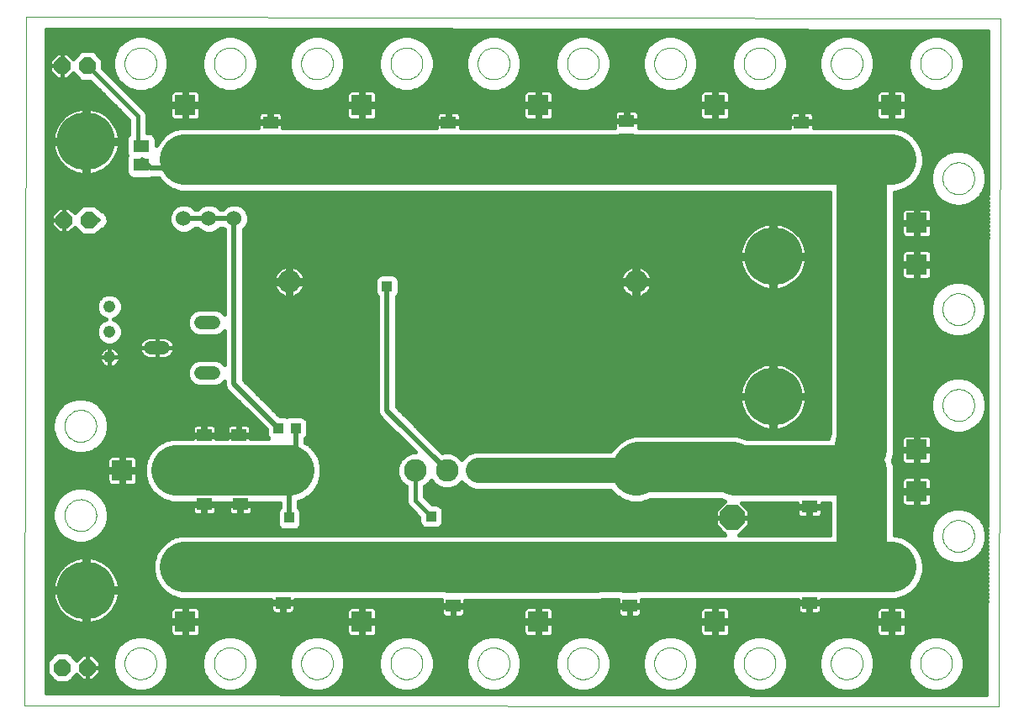
<source format=gtl>
G75*
%MOIN*%
%OFA0B0*%
%FSLAX24Y24*%
%IPPOS*%
%LPD*%
%AMOC8*
5,1,8,0,0,1.08239X$1,22.5*
%
%ADD10C,0.0000*%
%ADD11C,0.1000*%
%ADD12OC8,0.1000*%
%ADD13R,0.0827X0.0827*%
%ADD14R,0.0630X0.0512*%
%ADD15C,0.0520*%
%ADD16C,0.0900*%
%ADD17C,0.0476*%
%ADD18OC8,0.0660*%
%ADD19C,0.0600*%
%ADD20R,0.0591X0.0512*%
%ADD21C,0.2300*%
%ADD22C,0.0160*%
%ADD23C,0.0200*%
%ADD24R,0.0396X0.0396*%
%ADD25C,0.2000*%
%ADD26C,0.0400*%
%ADD27C,0.1000*%
D10*
X001708Y002271D02*
X001771Y029579D01*
X040391Y029517D01*
X040328Y002208D01*
X001708Y002271D01*
X005681Y003930D02*
X005683Y003980D01*
X005689Y004030D01*
X005699Y004079D01*
X005713Y004127D01*
X005730Y004174D01*
X005751Y004219D01*
X005776Y004263D01*
X005804Y004304D01*
X005836Y004343D01*
X005870Y004380D01*
X005907Y004414D01*
X005947Y004444D01*
X005989Y004471D01*
X006033Y004495D01*
X006079Y004516D01*
X006126Y004532D01*
X006174Y004545D01*
X006224Y004554D01*
X006273Y004559D01*
X006324Y004560D01*
X006374Y004557D01*
X006423Y004550D01*
X006472Y004539D01*
X006520Y004524D01*
X006566Y004506D01*
X006611Y004484D01*
X006654Y004458D01*
X006695Y004429D01*
X006734Y004397D01*
X006770Y004362D01*
X006802Y004324D01*
X006832Y004284D01*
X006859Y004241D01*
X006882Y004197D01*
X006901Y004151D01*
X006917Y004103D01*
X006929Y004054D01*
X006937Y004005D01*
X006941Y003955D01*
X006941Y003905D01*
X006937Y003855D01*
X006929Y003806D01*
X006917Y003757D01*
X006901Y003709D01*
X006882Y003663D01*
X006859Y003619D01*
X006832Y003576D01*
X006802Y003536D01*
X006770Y003498D01*
X006734Y003463D01*
X006695Y003431D01*
X006654Y003402D01*
X006611Y003376D01*
X006566Y003354D01*
X006520Y003336D01*
X006472Y003321D01*
X006423Y003310D01*
X006374Y003303D01*
X006324Y003300D01*
X006273Y003301D01*
X006224Y003306D01*
X006174Y003315D01*
X006126Y003328D01*
X006079Y003344D01*
X006033Y003365D01*
X005989Y003389D01*
X005947Y003416D01*
X005907Y003446D01*
X005870Y003480D01*
X005836Y003517D01*
X005804Y003556D01*
X005776Y003597D01*
X005751Y003641D01*
X005730Y003686D01*
X005713Y003733D01*
X005699Y003781D01*
X005689Y003830D01*
X005683Y003880D01*
X005681Y003930D01*
X009225Y003930D02*
X009227Y003980D01*
X009233Y004030D01*
X009243Y004079D01*
X009257Y004127D01*
X009274Y004174D01*
X009295Y004219D01*
X009320Y004263D01*
X009348Y004304D01*
X009380Y004343D01*
X009414Y004380D01*
X009451Y004414D01*
X009491Y004444D01*
X009533Y004471D01*
X009577Y004495D01*
X009623Y004516D01*
X009670Y004532D01*
X009718Y004545D01*
X009768Y004554D01*
X009817Y004559D01*
X009868Y004560D01*
X009918Y004557D01*
X009967Y004550D01*
X010016Y004539D01*
X010064Y004524D01*
X010110Y004506D01*
X010155Y004484D01*
X010198Y004458D01*
X010239Y004429D01*
X010278Y004397D01*
X010314Y004362D01*
X010346Y004324D01*
X010376Y004284D01*
X010403Y004241D01*
X010426Y004197D01*
X010445Y004151D01*
X010461Y004103D01*
X010473Y004054D01*
X010481Y004005D01*
X010485Y003955D01*
X010485Y003905D01*
X010481Y003855D01*
X010473Y003806D01*
X010461Y003757D01*
X010445Y003709D01*
X010426Y003663D01*
X010403Y003619D01*
X010376Y003576D01*
X010346Y003536D01*
X010314Y003498D01*
X010278Y003463D01*
X010239Y003431D01*
X010198Y003402D01*
X010155Y003376D01*
X010110Y003354D01*
X010064Y003336D01*
X010016Y003321D01*
X009967Y003310D01*
X009918Y003303D01*
X009868Y003300D01*
X009817Y003301D01*
X009768Y003306D01*
X009718Y003315D01*
X009670Y003328D01*
X009623Y003344D01*
X009577Y003365D01*
X009533Y003389D01*
X009491Y003416D01*
X009451Y003446D01*
X009414Y003480D01*
X009380Y003517D01*
X009348Y003556D01*
X009320Y003597D01*
X009295Y003641D01*
X009274Y003686D01*
X009257Y003733D01*
X009243Y003781D01*
X009233Y003830D01*
X009227Y003880D01*
X009225Y003930D01*
X012681Y003930D02*
X012683Y003980D01*
X012689Y004030D01*
X012699Y004079D01*
X012713Y004127D01*
X012730Y004174D01*
X012751Y004219D01*
X012776Y004263D01*
X012804Y004304D01*
X012836Y004343D01*
X012870Y004380D01*
X012907Y004414D01*
X012947Y004444D01*
X012989Y004471D01*
X013033Y004495D01*
X013079Y004516D01*
X013126Y004532D01*
X013174Y004545D01*
X013224Y004554D01*
X013273Y004559D01*
X013324Y004560D01*
X013374Y004557D01*
X013423Y004550D01*
X013472Y004539D01*
X013520Y004524D01*
X013566Y004506D01*
X013611Y004484D01*
X013654Y004458D01*
X013695Y004429D01*
X013734Y004397D01*
X013770Y004362D01*
X013802Y004324D01*
X013832Y004284D01*
X013859Y004241D01*
X013882Y004197D01*
X013901Y004151D01*
X013917Y004103D01*
X013929Y004054D01*
X013937Y004005D01*
X013941Y003955D01*
X013941Y003905D01*
X013937Y003855D01*
X013929Y003806D01*
X013917Y003757D01*
X013901Y003709D01*
X013882Y003663D01*
X013859Y003619D01*
X013832Y003576D01*
X013802Y003536D01*
X013770Y003498D01*
X013734Y003463D01*
X013695Y003431D01*
X013654Y003402D01*
X013611Y003376D01*
X013566Y003354D01*
X013520Y003336D01*
X013472Y003321D01*
X013423Y003310D01*
X013374Y003303D01*
X013324Y003300D01*
X013273Y003301D01*
X013224Y003306D01*
X013174Y003315D01*
X013126Y003328D01*
X013079Y003344D01*
X013033Y003365D01*
X012989Y003389D01*
X012947Y003416D01*
X012907Y003446D01*
X012870Y003480D01*
X012836Y003517D01*
X012804Y003556D01*
X012776Y003597D01*
X012751Y003641D01*
X012730Y003686D01*
X012713Y003733D01*
X012699Y003781D01*
X012689Y003830D01*
X012683Y003880D01*
X012681Y003930D01*
X016225Y003930D02*
X016227Y003980D01*
X016233Y004030D01*
X016243Y004079D01*
X016257Y004127D01*
X016274Y004174D01*
X016295Y004219D01*
X016320Y004263D01*
X016348Y004304D01*
X016380Y004343D01*
X016414Y004380D01*
X016451Y004414D01*
X016491Y004444D01*
X016533Y004471D01*
X016577Y004495D01*
X016623Y004516D01*
X016670Y004532D01*
X016718Y004545D01*
X016768Y004554D01*
X016817Y004559D01*
X016868Y004560D01*
X016918Y004557D01*
X016967Y004550D01*
X017016Y004539D01*
X017064Y004524D01*
X017110Y004506D01*
X017155Y004484D01*
X017198Y004458D01*
X017239Y004429D01*
X017278Y004397D01*
X017314Y004362D01*
X017346Y004324D01*
X017376Y004284D01*
X017403Y004241D01*
X017426Y004197D01*
X017445Y004151D01*
X017461Y004103D01*
X017473Y004054D01*
X017481Y004005D01*
X017485Y003955D01*
X017485Y003905D01*
X017481Y003855D01*
X017473Y003806D01*
X017461Y003757D01*
X017445Y003709D01*
X017426Y003663D01*
X017403Y003619D01*
X017376Y003576D01*
X017346Y003536D01*
X017314Y003498D01*
X017278Y003463D01*
X017239Y003431D01*
X017198Y003402D01*
X017155Y003376D01*
X017110Y003354D01*
X017064Y003336D01*
X017016Y003321D01*
X016967Y003310D01*
X016918Y003303D01*
X016868Y003300D01*
X016817Y003301D01*
X016768Y003306D01*
X016718Y003315D01*
X016670Y003328D01*
X016623Y003344D01*
X016577Y003365D01*
X016533Y003389D01*
X016491Y003416D01*
X016451Y003446D01*
X016414Y003480D01*
X016380Y003517D01*
X016348Y003556D01*
X016320Y003597D01*
X016295Y003641D01*
X016274Y003686D01*
X016257Y003733D01*
X016243Y003781D01*
X016233Y003830D01*
X016227Y003880D01*
X016225Y003930D01*
X019681Y003930D02*
X019683Y003980D01*
X019689Y004030D01*
X019699Y004079D01*
X019713Y004127D01*
X019730Y004174D01*
X019751Y004219D01*
X019776Y004263D01*
X019804Y004304D01*
X019836Y004343D01*
X019870Y004380D01*
X019907Y004414D01*
X019947Y004444D01*
X019989Y004471D01*
X020033Y004495D01*
X020079Y004516D01*
X020126Y004532D01*
X020174Y004545D01*
X020224Y004554D01*
X020273Y004559D01*
X020324Y004560D01*
X020374Y004557D01*
X020423Y004550D01*
X020472Y004539D01*
X020520Y004524D01*
X020566Y004506D01*
X020611Y004484D01*
X020654Y004458D01*
X020695Y004429D01*
X020734Y004397D01*
X020770Y004362D01*
X020802Y004324D01*
X020832Y004284D01*
X020859Y004241D01*
X020882Y004197D01*
X020901Y004151D01*
X020917Y004103D01*
X020929Y004054D01*
X020937Y004005D01*
X020941Y003955D01*
X020941Y003905D01*
X020937Y003855D01*
X020929Y003806D01*
X020917Y003757D01*
X020901Y003709D01*
X020882Y003663D01*
X020859Y003619D01*
X020832Y003576D01*
X020802Y003536D01*
X020770Y003498D01*
X020734Y003463D01*
X020695Y003431D01*
X020654Y003402D01*
X020611Y003376D01*
X020566Y003354D01*
X020520Y003336D01*
X020472Y003321D01*
X020423Y003310D01*
X020374Y003303D01*
X020324Y003300D01*
X020273Y003301D01*
X020224Y003306D01*
X020174Y003315D01*
X020126Y003328D01*
X020079Y003344D01*
X020033Y003365D01*
X019989Y003389D01*
X019947Y003416D01*
X019907Y003446D01*
X019870Y003480D01*
X019836Y003517D01*
X019804Y003556D01*
X019776Y003597D01*
X019751Y003641D01*
X019730Y003686D01*
X019713Y003733D01*
X019699Y003781D01*
X019689Y003830D01*
X019683Y003880D01*
X019681Y003930D01*
X023225Y003930D02*
X023227Y003980D01*
X023233Y004030D01*
X023243Y004079D01*
X023257Y004127D01*
X023274Y004174D01*
X023295Y004219D01*
X023320Y004263D01*
X023348Y004304D01*
X023380Y004343D01*
X023414Y004380D01*
X023451Y004414D01*
X023491Y004444D01*
X023533Y004471D01*
X023577Y004495D01*
X023623Y004516D01*
X023670Y004532D01*
X023718Y004545D01*
X023768Y004554D01*
X023817Y004559D01*
X023868Y004560D01*
X023918Y004557D01*
X023967Y004550D01*
X024016Y004539D01*
X024064Y004524D01*
X024110Y004506D01*
X024155Y004484D01*
X024198Y004458D01*
X024239Y004429D01*
X024278Y004397D01*
X024314Y004362D01*
X024346Y004324D01*
X024376Y004284D01*
X024403Y004241D01*
X024426Y004197D01*
X024445Y004151D01*
X024461Y004103D01*
X024473Y004054D01*
X024481Y004005D01*
X024485Y003955D01*
X024485Y003905D01*
X024481Y003855D01*
X024473Y003806D01*
X024461Y003757D01*
X024445Y003709D01*
X024426Y003663D01*
X024403Y003619D01*
X024376Y003576D01*
X024346Y003536D01*
X024314Y003498D01*
X024278Y003463D01*
X024239Y003431D01*
X024198Y003402D01*
X024155Y003376D01*
X024110Y003354D01*
X024064Y003336D01*
X024016Y003321D01*
X023967Y003310D01*
X023918Y003303D01*
X023868Y003300D01*
X023817Y003301D01*
X023768Y003306D01*
X023718Y003315D01*
X023670Y003328D01*
X023623Y003344D01*
X023577Y003365D01*
X023533Y003389D01*
X023491Y003416D01*
X023451Y003446D01*
X023414Y003480D01*
X023380Y003517D01*
X023348Y003556D01*
X023320Y003597D01*
X023295Y003641D01*
X023274Y003686D01*
X023257Y003733D01*
X023243Y003781D01*
X023233Y003830D01*
X023227Y003880D01*
X023225Y003930D01*
X026681Y003930D02*
X026683Y003980D01*
X026689Y004030D01*
X026699Y004079D01*
X026713Y004127D01*
X026730Y004174D01*
X026751Y004219D01*
X026776Y004263D01*
X026804Y004304D01*
X026836Y004343D01*
X026870Y004380D01*
X026907Y004414D01*
X026947Y004444D01*
X026989Y004471D01*
X027033Y004495D01*
X027079Y004516D01*
X027126Y004532D01*
X027174Y004545D01*
X027224Y004554D01*
X027273Y004559D01*
X027324Y004560D01*
X027374Y004557D01*
X027423Y004550D01*
X027472Y004539D01*
X027520Y004524D01*
X027566Y004506D01*
X027611Y004484D01*
X027654Y004458D01*
X027695Y004429D01*
X027734Y004397D01*
X027770Y004362D01*
X027802Y004324D01*
X027832Y004284D01*
X027859Y004241D01*
X027882Y004197D01*
X027901Y004151D01*
X027917Y004103D01*
X027929Y004054D01*
X027937Y004005D01*
X027941Y003955D01*
X027941Y003905D01*
X027937Y003855D01*
X027929Y003806D01*
X027917Y003757D01*
X027901Y003709D01*
X027882Y003663D01*
X027859Y003619D01*
X027832Y003576D01*
X027802Y003536D01*
X027770Y003498D01*
X027734Y003463D01*
X027695Y003431D01*
X027654Y003402D01*
X027611Y003376D01*
X027566Y003354D01*
X027520Y003336D01*
X027472Y003321D01*
X027423Y003310D01*
X027374Y003303D01*
X027324Y003300D01*
X027273Y003301D01*
X027224Y003306D01*
X027174Y003315D01*
X027126Y003328D01*
X027079Y003344D01*
X027033Y003365D01*
X026989Y003389D01*
X026947Y003416D01*
X026907Y003446D01*
X026870Y003480D01*
X026836Y003517D01*
X026804Y003556D01*
X026776Y003597D01*
X026751Y003641D01*
X026730Y003686D01*
X026713Y003733D01*
X026699Y003781D01*
X026689Y003830D01*
X026683Y003880D01*
X026681Y003930D01*
X030225Y003930D02*
X030227Y003980D01*
X030233Y004030D01*
X030243Y004079D01*
X030257Y004127D01*
X030274Y004174D01*
X030295Y004219D01*
X030320Y004263D01*
X030348Y004304D01*
X030380Y004343D01*
X030414Y004380D01*
X030451Y004414D01*
X030491Y004444D01*
X030533Y004471D01*
X030577Y004495D01*
X030623Y004516D01*
X030670Y004532D01*
X030718Y004545D01*
X030768Y004554D01*
X030817Y004559D01*
X030868Y004560D01*
X030918Y004557D01*
X030967Y004550D01*
X031016Y004539D01*
X031064Y004524D01*
X031110Y004506D01*
X031155Y004484D01*
X031198Y004458D01*
X031239Y004429D01*
X031278Y004397D01*
X031314Y004362D01*
X031346Y004324D01*
X031376Y004284D01*
X031403Y004241D01*
X031426Y004197D01*
X031445Y004151D01*
X031461Y004103D01*
X031473Y004054D01*
X031481Y004005D01*
X031485Y003955D01*
X031485Y003905D01*
X031481Y003855D01*
X031473Y003806D01*
X031461Y003757D01*
X031445Y003709D01*
X031426Y003663D01*
X031403Y003619D01*
X031376Y003576D01*
X031346Y003536D01*
X031314Y003498D01*
X031278Y003463D01*
X031239Y003431D01*
X031198Y003402D01*
X031155Y003376D01*
X031110Y003354D01*
X031064Y003336D01*
X031016Y003321D01*
X030967Y003310D01*
X030918Y003303D01*
X030868Y003300D01*
X030817Y003301D01*
X030768Y003306D01*
X030718Y003315D01*
X030670Y003328D01*
X030623Y003344D01*
X030577Y003365D01*
X030533Y003389D01*
X030491Y003416D01*
X030451Y003446D01*
X030414Y003480D01*
X030380Y003517D01*
X030348Y003556D01*
X030320Y003597D01*
X030295Y003641D01*
X030274Y003686D01*
X030257Y003733D01*
X030243Y003781D01*
X030233Y003830D01*
X030227Y003880D01*
X030225Y003930D01*
X033681Y003930D02*
X033683Y003980D01*
X033689Y004030D01*
X033699Y004079D01*
X033713Y004127D01*
X033730Y004174D01*
X033751Y004219D01*
X033776Y004263D01*
X033804Y004304D01*
X033836Y004343D01*
X033870Y004380D01*
X033907Y004414D01*
X033947Y004444D01*
X033989Y004471D01*
X034033Y004495D01*
X034079Y004516D01*
X034126Y004532D01*
X034174Y004545D01*
X034224Y004554D01*
X034273Y004559D01*
X034324Y004560D01*
X034374Y004557D01*
X034423Y004550D01*
X034472Y004539D01*
X034520Y004524D01*
X034566Y004506D01*
X034611Y004484D01*
X034654Y004458D01*
X034695Y004429D01*
X034734Y004397D01*
X034770Y004362D01*
X034802Y004324D01*
X034832Y004284D01*
X034859Y004241D01*
X034882Y004197D01*
X034901Y004151D01*
X034917Y004103D01*
X034929Y004054D01*
X034937Y004005D01*
X034941Y003955D01*
X034941Y003905D01*
X034937Y003855D01*
X034929Y003806D01*
X034917Y003757D01*
X034901Y003709D01*
X034882Y003663D01*
X034859Y003619D01*
X034832Y003576D01*
X034802Y003536D01*
X034770Y003498D01*
X034734Y003463D01*
X034695Y003431D01*
X034654Y003402D01*
X034611Y003376D01*
X034566Y003354D01*
X034520Y003336D01*
X034472Y003321D01*
X034423Y003310D01*
X034374Y003303D01*
X034324Y003300D01*
X034273Y003301D01*
X034224Y003306D01*
X034174Y003315D01*
X034126Y003328D01*
X034079Y003344D01*
X034033Y003365D01*
X033989Y003389D01*
X033947Y003416D01*
X033907Y003446D01*
X033870Y003480D01*
X033836Y003517D01*
X033804Y003556D01*
X033776Y003597D01*
X033751Y003641D01*
X033730Y003686D01*
X033713Y003733D01*
X033699Y003781D01*
X033689Y003830D01*
X033683Y003880D01*
X033681Y003930D01*
X037225Y003930D02*
X037227Y003980D01*
X037233Y004030D01*
X037243Y004079D01*
X037257Y004127D01*
X037274Y004174D01*
X037295Y004219D01*
X037320Y004263D01*
X037348Y004304D01*
X037380Y004343D01*
X037414Y004380D01*
X037451Y004414D01*
X037491Y004444D01*
X037533Y004471D01*
X037577Y004495D01*
X037623Y004516D01*
X037670Y004532D01*
X037718Y004545D01*
X037768Y004554D01*
X037817Y004559D01*
X037868Y004560D01*
X037918Y004557D01*
X037967Y004550D01*
X038016Y004539D01*
X038064Y004524D01*
X038110Y004506D01*
X038155Y004484D01*
X038198Y004458D01*
X038239Y004429D01*
X038278Y004397D01*
X038314Y004362D01*
X038346Y004324D01*
X038376Y004284D01*
X038403Y004241D01*
X038426Y004197D01*
X038445Y004151D01*
X038461Y004103D01*
X038473Y004054D01*
X038481Y004005D01*
X038485Y003955D01*
X038485Y003905D01*
X038481Y003855D01*
X038473Y003806D01*
X038461Y003757D01*
X038445Y003709D01*
X038426Y003663D01*
X038403Y003619D01*
X038376Y003576D01*
X038346Y003536D01*
X038314Y003498D01*
X038278Y003463D01*
X038239Y003431D01*
X038198Y003402D01*
X038155Y003376D01*
X038110Y003354D01*
X038064Y003336D01*
X038016Y003321D01*
X037967Y003310D01*
X037918Y003303D01*
X037868Y003300D01*
X037817Y003301D01*
X037768Y003306D01*
X037718Y003315D01*
X037670Y003328D01*
X037623Y003344D01*
X037577Y003365D01*
X037533Y003389D01*
X037491Y003416D01*
X037451Y003446D01*
X037414Y003480D01*
X037380Y003517D01*
X037348Y003556D01*
X037320Y003597D01*
X037295Y003641D01*
X037274Y003686D01*
X037257Y003733D01*
X037243Y003781D01*
X037233Y003830D01*
X037227Y003880D01*
X037225Y003930D01*
X038107Y008985D02*
X038109Y009035D01*
X038115Y009085D01*
X038125Y009134D01*
X038139Y009182D01*
X038156Y009229D01*
X038177Y009274D01*
X038202Y009318D01*
X038230Y009359D01*
X038262Y009398D01*
X038296Y009435D01*
X038333Y009469D01*
X038373Y009499D01*
X038415Y009526D01*
X038459Y009550D01*
X038505Y009571D01*
X038552Y009587D01*
X038600Y009600D01*
X038650Y009609D01*
X038699Y009614D01*
X038750Y009615D01*
X038800Y009612D01*
X038849Y009605D01*
X038898Y009594D01*
X038946Y009579D01*
X038992Y009561D01*
X039037Y009539D01*
X039080Y009513D01*
X039121Y009484D01*
X039160Y009452D01*
X039196Y009417D01*
X039228Y009379D01*
X039258Y009339D01*
X039285Y009296D01*
X039308Y009252D01*
X039327Y009206D01*
X039343Y009158D01*
X039355Y009109D01*
X039363Y009060D01*
X039367Y009010D01*
X039367Y008960D01*
X039363Y008910D01*
X039355Y008861D01*
X039343Y008812D01*
X039327Y008764D01*
X039308Y008718D01*
X039285Y008674D01*
X039258Y008631D01*
X039228Y008591D01*
X039196Y008553D01*
X039160Y008518D01*
X039121Y008486D01*
X039080Y008457D01*
X039037Y008431D01*
X038992Y008409D01*
X038946Y008391D01*
X038898Y008376D01*
X038849Y008365D01*
X038800Y008358D01*
X038750Y008355D01*
X038699Y008356D01*
X038650Y008361D01*
X038600Y008370D01*
X038552Y008383D01*
X038505Y008399D01*
X038459Y008420D01*
X038415Y008444D01*
X038373Y008471D01*
X038333Y008501D01*
X038296Y008535D01*
X038262Y008572D01*
X038230Y008611D01*
X038202Y008652D01*
X038177Y008696D01*
X038156Y008741D01*
X038139Y008788D01*
X038125Y008836D01*
X038115Y008885D01*
X038109Y008935D01*
X038107Y008985D01*
X038107Y014181D02*
X038109Y014231D01*
X038115Y014281D01*
X038125Y014330D01*
X038139Y014378D01*
X038156Y014425D01*
X038177Y014470D01*
X038202Y014514D01*
X038230Y014555D01*
X038262Y014594D01*
X038296Y014631D01*
X038333Y014665D01*
X038373Y014695D01*
X038415Y014722D01*
X038459Y014746D01*
X038505Y014767D01*
X038552Y014783D01*
X038600Y014796D01*
X038650Y014805D01*
X038699Y014810D01*
X038750Y014811D01*
X038800Y014808D01*
X038849Y014801D01*
X038898Y014790D01*
X038946Y014775D01*
X038992Y014757D01*
X039037Y014735D01*
X039080Y014709D01*
X039121Y014680D01*
X039160Y014648D01*
X039196Y014613D01*
X039228Y014575D01*
X039258Y014535D01*
X039285Y014492D01*
X039308Y014448D01*
X039327Y014402D01*
X039343Y014354D01*
X039355Y014305D01*
X039363Y014256D01*
X039367Y014206D01*
X039367Y014156D01*
X039363Y014106D01*
X039355Y014057D01*
X039343Y014008D01*
X039327Y013960D01*
X039308Y013914D01*
X039285Y013870D01*
X039258Y013827D01*
X039228Y013787D01*
X039196Y013749D01*
X039160Y013714D01*
X039121Y013682D01*
X039080Y013653D01*
X039037Y013627D01*
X038992Y013605D01*
X038946Y013587D01*
X038898Y013572D01*
X038849Y013561D01*
X038800Y013554D01*
X038750Y013551D01*
X038699Y013552D01*
X038650Y013557D01*
X038600Y013566D01*
X038552Y013579D01*
X038505Y013595D01*
X038459Y013616D01*
X038415Y013640D01*
X038373Y013667D01*
X038333Y013697D01*
X038296Y013731D01*
X038262Y013768D01*
X038230Y013807D01*
X038202Y013848D01*
X038177Y013892D01*
X038156Y013937D01*
X038139Y013984D01*
X038125Y014032D01*
X038115Y014081D01*
X038109Y014131D01*
X038107Y014181D01*
X038107Y017985D02*
X038109Y018035D01*
X038115Y018085D01*
X038125Y018134D01*
X038139Y018182D01*
X038156Y018229D01*
X038177Y018274D01*
X038202Y018318D01*
X038230Y018359D01*
X038262Y018398D01*
X038296Y018435D01*
X038333Y018469D01*
X038373Y018499D01*
X038415Y018526D01*
X038459Y018550D01*
X038505Y018571D01*
X038552Y018587D01*
X038600Y018600D01*
X038650Y018609D01*
X038699Y018614D01*
X038750Y018615D01*
X038800Y018612D01*
X038849Y018605D01*
X038898Y018594D01*
X038946Y018579D01*
X038992Y018561D01*
X039037Y018539D01*
X039080Y018513D01*
X039121Y018484D01*
X039160Y018452D01*
X039196Y018417D01*
X039228Y018379D01*
X039258Y018339D01*
X039285Y018296D01*
X039308Y018252D01*
X039327Y018206D01*
X039343Y018158D01*
X039355Y018109D01*
X039363Y018060D01*
X039367Y018010D01*
X039367Y017960D01*
X039363Y017910D01*
X039355Y017861D01*
X039343Y017812D01*
X039327Y017764D01*
X039308Y017718D01*
X039285Y017674D01*
X039258Y017631D01*
X039228Y017591D01*
X039196Y017553D01*
X039160Y017518D01*
X039121Y017486D01*
X039080Y017457D01*
X039037Y017431D01*
X038992Y017409D01*
X038946Y017391D01*
X038898Y017376D01*
X038849Y017365D01*
X038800Y017358D01*
X038750Y017355D01*
X038699Y017356D01*
X038650Y017361D01*
X038600Y017370D01*
X038552Y017383D01*
X038505Y017399D01*
X038459Y017420D01*
X038415Y017444D01*
X038373Y017471D01*
X038333Y017501D01*
X038296Y017535D01*
X038262Y017572D01*
X038230Y017611D01*
X038202Y017652D01*
X038177Y017696D01*
X038156Y017741D01*
X038139Y017788D01*
X038125Y017836D01*
X038115Y017885D01*
X038109Y017935D01*
X038107Y017985D01*
X038107Y023181D02*
X038109Y023231D01*
X038115Y023281D01*
X038125Y023330D01*
X038139Y023378D01*
X038156Y023425D01*
X038177Y023470D01*
X038202Y023514D01*
X038230Y023555D01*
X038262Y023594D01*
X038296Y023631D01*
X038333Y023665D01*
X038373Y023695D01*
X038415Y023722D01*
X038459Y023746D01*
X038505Y023767D01*
X038552Y023783D01*
X038600Y023796D01*
X038650Y023805D01*
X038699Y023810D01*
X038750Y023811D01*
X038800Y023808D01*
X038849Y023801D01*
X038898Y023790D01*
X038946Y023775D01*
X038992Y023757D01*
X039037Y023735D01*
X039080Y023709D01*
X039121Y023680D01*
X039160Y023648D01*
X039196Y023613D01*
X039228Y023575D01*
X039258Y023535D01*
X039285Y023492D01*
X039308Y023448D01*
X039327Y023402D01*
X039343Y023354D01*
X039355Y023305D01*
X039363Y023256D01*
X039367Y023206D01*
X039367Y023156D01*
X039363Y023106D01*
X039355Y023057D01*
X039343Y023008D01*
X039327Y022960D01*
X039308Y022914D01*
X039285Y022870D01*
X039258Y022827D01*
X039228Y022787D01*
X039196Y022749D01*
X039160Y022714D01*
X039121Y022682D01*
X039080Y022653D01*
X039037Y022627D01*
X038992Y022605D01*
X038946Y022587D01*
X038898Y022572D01*
X038849Y022561D01*
X038800Y022554D01*
X038750Y022551D01*
X038699Y022552D01*
X038650Y022557D01*
X038600Y022566D01*
X038552Y022579D01*
X038505Y022595D01*
X038459Y022616D01*
X038415Y022640D01*
X038373Y022667D01*
X038333Y022697D01*
X038296Y022731D01*
X038262Y022768D01*
X038230Y022807D01*
X038202Y022848D01*
X038177Y022892D01*
X038156Y022937D01*
X038139Y022984D01*
X038125Y023032D01*
X038115Y023081D01*
X038109Y023131D01*
X038107Y023181D01*
X037225Y027737D02*
X037227Y027787D01*
X037233Y027837D01*
X037243Y027886D01*
X037257Y027934D01*
X037274Y027981D01*
X037295Y028026D01*
X037320Y028070D01*
X037348Y028111D01*
X037380Y028150D01*
X037414Y028187D01*
X037451Y028221D01*
X037491Y028251D01*
X037533Y028278D01*
X037577Y028302D01*
X037623Y028323D01*
X037670Y028339D01*
X037718Y028352D01*
X037768Y028361D01*
X037817Y028366D01*
X037868Y028367D01*
X037918Y028364D01*
X037967Y028357D01*
X038016Y028346D01*
X038064Y028331D01*
X038110Y028313D01*
X038155Y028291D01*
X038198Y028265D01*
X038239Y028236D01*
X038278Y028204D01*
X038314Y028169D01*
X038346Y028131D01*
X038376Y028091D01*
X038403Y028048D01*
X038426Y028004D01*
X038445Y027958D01*
X038461Y027910D01*
X038473Y027861D01*
X038481Y027812D01*
X038485Y027762D01*
X038485Y027712D01*
X038481Y027662D01*
X038473Y027613D01*
X038461Y027564D01*
X038445Y027516D01*
X038426Y027470D01*
X038403Y027426D01*
X038376Y027383D01*
X038346Y027343D01*
X038314Y027305D01*
X038278Y027270D01*
X038239Y027238D01*
X038198Y027209D01*
X038155Y027183D01*
X038110Y027161D01*
X038064Y027143D01*
X038016Y027128D01*
X037967Y027117D01*
X037918Y027110D01*
X037868Y027107D01*
X037817Y027108D01*
X037768Y027113D01*
X037718Y027122D01*
X037670Y027135D01*
X037623Y027151D01*
X037577Y027172D01*
X037533Y027196D01*
X037491Y027223D01*
X037451Y027253D01*
X037414Y027287D01*
X037380Y027324D01*
X037348Y027363D01*
X037320Y027404D01*
X037295Y027448D01*
X037274Y027493D01*
X037257Y027540D01*
X037243Y027588D01*
X037233Y027637D01*
X037227Y027687D01*
X037225Y027737D01*
X033681Y027737D02*
X033683Y027787D01*
X033689Y027837D01*
X033699Y027886D01*
X033713Y027934D01*
X033730Y027981D01*
X033751Y028026D01*
X033776Y028070D01*
X033804Y028111D01*
X033836Y028150D01*
X033870Y028187D01*
X033907Y028221D01*
X033947Y028251D01*
X033989Y028278D01*
X034033Y028302D01*
X034079Y028323D01*
X034126Y028339D01*
X034174Y028352D01*
X034224Y028361D01*
X034273Y028366D01*
X034324Y028367D01*
X034374Y028364D01*
X034423Y028357D01*
X034472Y028346D01*
X034520Y028331D01*
X034566Y028313D01*
X034611Y028291D01*
X034654Y028265D01*
X034695Y028236D01*
X034734Y028204D01*
X034770Y028169D01*
X034802Y028131D01*
X034832Y028091D01*
X034859Y028048D01*
X034882Y028004D01*
X034901Y027958D01*
X034917Y027910D01*
X034929Y027861D01*
X034937Y027812D01*
X034941Y027762D01*
X034941Y027712D01*
X034937Y027662D01*
X034929Y027613D01*
X034917Y027564D01*
X034901Y027516D01*
X034882Y027470D01*
X034859Y027426D01*
X034832Y027383D01*
X034802Y027343D01*
X034770Y027305D01*
X034734Y027270D01*
X034695Y027238D01*
X034654Y027209D01*
X034611Y027183D01*
X034566Y027161D01*
X034520Y027143D01*
X034472Y027128D01*
X034423Y027117D01*
X034374Y027110D01*
X034324Y027107D01*
X034273Y027108D01*
X034224Y027113D01*
X034174Y027122D01*
X034126Y027135D01*
X034079Y027151D01*
X034033Y027172D01*
X033989Y027196D01*
X033947Y027223D01*
X033907Y027253D01*
X033870Y027287D01*
X033836Y027324D01*
X033804Y027363D01*
X033776Y027404D01*
X033751Y027448D01*
X033730Y027493D01*
X033713Y027540D01*
X033699Y027588D01*
X033689Y027637D01*
X033683Y027687D01*
X033681Y027737D01*
X030225Y027737D02*
X030227Y027787D01*
X030233Y027837D01*
X030243Y027886D01*
X030257Y027934D01*
X030274Y027981D01*
X030295Y028026D01*
X030320Y028070D01*
X030348Y028111D01*
X030380Y028150D01*
X030414Y028187D01*
X030451Y028221D01*
X030491Y028251D01*
X030533Y028278D01*
X030577Y028302D01*
X030623Y028323D01*
X030670Y028339D01*
X030718Y028352D01*
X030768Y028361D01*
X030817Y028366D01*
X030868Y028367D01*
X030918Y028364D01*
X030967Y028357D01*
X031016Y028346D01*
X031064Y028331D01*
X031110Y028313D01*
X031155Y028291D01*
X031198Y028265D01*
X031239Y028236D01*
X031278Y028204D01*
X031314Y028169D01*
X031346Y028131D01*
X031376Y028091D01*
X031403Y028048D01*
X031426Y028004D01*
X031445Y027958D01*
X031461Y027910D01*
X031473Y027861D01*
X031481Y027812D01*
X031485Y027762D01*
X031485Y027712D01*
X031481Y027662D01*
X031473Y027613D01*
X031461Y027564D01*
X031445Y027516D01*
X031426Y027470D01*
X031403Y027426D01*
X031376Y027383D01*
X031346Y027343D01*
X031314Y027305D01*
X031278Y027270D01*
X031239Y027238D01*
X031198Y027209D01*
X031155Y027183D01*
X031110Y027161D01*
X031064Y027143D01*
X031016Y027128D01*
X030967Y027117D01*
X030918Y027110D01*
X030868Y027107D01*
X030817Y027108D01*
X030768Y027113D01*
X030718Y027122D01*
X030670Y027135D01*
X030623Y027151D01*
X030577Y027172D01*
X030533Y027196D01*
X030491Y027223D01*
X030451Y027253D01*
X030414Y027287D01*
X030380Y027324D01*
X030348Y027363D01*
X030320Y027404D01*
X030295Y027448D01*
X030274Y027493D01*
X030257Y027540D01*
X030243Y027588D01*
X030233Y027637D01*
X030227Y027687D01*
X030225Y027737D01*
X026681Y027737D02*
X026683Y027787D01*
X026689Y027837D01*
X026699Y027886D01*
X026713Y027934D01*
X026730Y027981D01*
X026751Y028026D01*
X026776Y028070D01*
X026804Y028111D01*
X026836Y028150D01*
X026870Y028187D01*
X026907Y028221D01*
X026947Y028251D01*
X026989Y028278D01*
X027033Y028302D01*
X027079Y028323D01*
X027126Y028339D01*
X027174Y028352D01*
X027224Y028361D01*
X027273Y028366D01*
X027324Y028367D01*
X027374Y028364D01*
X027423Y028357D01*
X027472Y028346D01*
X027520Y028331D01*
X027566Y028313D01*
X027611Y028291D01*
X027654Y028265D01*
X027695Y028236D01*
X027734Y028204D01*
X027770Y028169D01*
X027802Y028131D01*
X027832Y028091D01*
X027859Y028048D01*
X027882Y028004D01*
X027901Y027958D01*
X027917Y027910D01*
X027929Y027861D01*
X027937Y027812D01*
X027941Y027762D01*
X027941Y027712D01*
X027937Y027662D01*
X027929Y027613D01*
X027917Y027564D01*
X027901Y027516D01*
X027882Y027470D01*
X027859Y027426D01*
X027832Y027383D01*
X027802Y027343D01*
X027770Y027305D01*
X027734Y027270D01*
X027695Y027238D01*
X027654Y027209D01*
X027611Y027183D01*
X027566Y027161D01*
X027520Y027143D01*
X027472Y027128D01*
X027423Y027117D01*
X027374Y027110D01*
X027324Y027107D01*
X027273Y027108D01*
X027224Y027113D01*
X027174Y027122D01*
X027126Y027135D01*
X027079Y027151D01*
X027033Y027172D01*
X026989Y027196D01*
X026947Y027223D01*
X026907Y027253D01*
X026870Y027287D01*
X026836Y027324D01*
X026804Y027363D01*
X026776Y027404D01*
X026751Y027448D01*
X026730Y027493D01*
X026713Y027540D01*
X026699Y027588D01*
X026689Y027637D01*
X026683Y027687D01*
X026681Y027737D01*
X023225Y027737D02*
X023227Y027787D01*
X023233Y027837D01*
X023243Y027886D01*
X023257Y027934D01*
X023274Y027981D01*
X023295Y028026D01*
X023320Y028070D01*
X023348Y028111D01*
X023380Y028150D01*
X023414Y028187D01*
X023451Y028221D01*
X023491Y028251D01*
X023533Y028278D01*
X023577Y028302D01*
X023623Y028323D01*
X023670Y028339D01*
X023718Y028352D01*
X023768Y028361D01*
X023817Y028366D01*
X023868Y028367D01*
X023918Y028364D01*
X023967Y028357D01*
X024016Y028346D01*
X024064Y028331D01*
X024110Y028313D01*
X024155Y028291D01*
X024198Y028265D01*
X024239Y028236D01*
X024278Y028204D01*
X024314Y028169D01*
X024346Y028131D01*
X024376Y028091D01*
X024403Y028048D01*
X024426Y028004D01*
X024445Y027958D01*
X024461Y027910D01*
X024473Y027861D01*
X024481Y027812D01*
X024485Y027762D01*
X024485Y027712D01*
X024481Y027662D01*
X024473Y027613D01*
X024461Y027564D01*
X024445Y027516D01*
X024426Y027470D01*
X024403Y027426D01*
X024376Y027383D01*
X024346Y027343D01*
X024314Y027305D01*
X024278Y027270D01*
X024239Y027238D01*
X024198Y027209D01*
X024155Y027183D01*
X024110Y027161D01*
X024064Y027143D01*
X024016Y027128D01*
X023967Y027117D01*
X023918Y027110D01*
X023868Y027107D01*
X023817Y027108D01*
X023768Y027113D01*
X023718Y027122D01*
X023670Y027135D01*
X023623Y027151D01*
X023577Y027172D01*
X023533Y027196D01*
X023491Y027223D01*
X023451Y027253D01*
X023414Y027287D01*
X023380Y027324D01*
X023348Y027363D01*
X023320Y027404D01*
X023295Y027448D01*
X023274Y027493D01*
X023257Y027540D01*
X023243Y027588D01*
X023233Y027637D01*
X023227Y027687D01*
X023225Y027737D01*
X019681Y027737D02*
X019683Y027787D01*
X019689Y027837D01*
X019699Y027886D01*
X019713Y027934D01*
X019730Y027981D01*
X019751Y028026D01*
X019776Y028070D01*
X019804Y028111D01*
X019836Y028150D01*
X019870Y028187D01*
X019907Y028221D01*
X019947Y028251D01*
X019989Y028278D01*
X020033Y028302D01*
X020079Y028323D01*
X020126Y028339D01*
X020174Y028352D01*
X020224Y028361D01*
X020273Y028366D01*
X020324Y028367D01*
X020374Y028364D01*
X020423Y028357D01*
X020472Y028346D01*
X020520Y028331D01*
X020566Y028313D01*
X020611Y028291D01*
X020654Y028265D01*
X020695Y028236D01*
X020734Y028204D01*
X020770Y028169D01*
X020802Y028131D01*
X020832Y028091D01*
X020859Y028048D01*
X020882Y028004D01*
X020901Y027958D01*
X020917Y027910D01*
X020929Y027861D01*
X020937Y027812D01*
X020941Y027762D01*
X020941Y027712D01*
X020937Y027662D01*
X020929Y027613D01*
X020917Y027564D01*
X020901Y027516D01*
X020882Y027470D01*
X020859Y027426D01*
X020832Y027383D01*
X020802Y027343D01*
X020770Y027305D01*
X020734Y027270D01*
X020695Y027238D01*
X020654Y027209D01*
X020611Y027183D01*
X020566Y027161D01*
X020520Y027143D01*
X020472Y027128D01*
X020423Y027117D01*
X020374Y027110D01*
X020324Y027107D01*
X020273Y027108D01*
X020224Y027113D01*
X020174Y027122D01*
X020126Y027135D01*
X020079Y027151D01*
X020033Y027172D01*
X019989Y027196D01*
X019947Y027223D01*
X019907Y027253D01*
X019870Y027287D01*
X019836Y027324D01*
X019804Y027363D01*
X019776Y027404D01*
X019751Y027448D01*
X019730Y027493D01*
X019713Y027540D01*
X019699Y027588D01*
X019689Y027637D01*
X019683Y027687D01*
X019681Y027737D01*
X016225Y027737D02*
X016227Y027787D01*
X016233Y027837D01*
X016243Y027886D01*
X016257Y027934D01*
X016274Y027981D01*
X016295Y028026D01*
X016320Y028070D01*
X016348Y028111D01*
X016380Y028150D01*
X016414Y028187D01*
X016451Y028221D01*
X016491Y028251D01*
X016533Y028278D01*
X016577Y028302D01*
X016623Y028323D01*
X016670Y028339D01*
X016718Y028352D01*
X016768Y028361D01*
X016817Y028366D01*
X016868Y028367D01*
X016918Y028364D01*
X016967Y028357D01*
X017016Y028346D01*
X017064Y028331D01*
X017110Y028313D01*
X017155Y028291D01*
X017198Y028265D01*
X017239Y028236D01*
X017278Y028204D01*
X017314Y028169D01*
X017346Y028131D01*
X017376Y028091D01*
X017403Y028048D01*
X017426Y028004D01*
X017445Y027958D01*
X017461Y027910D01*
X017473Y027861D01*
X017481Y027812D01*
X017485Y027762D01*
X017485Y027712D01*
X017481Y027662D01*
X017473Y027613D01*
X017461Y027564D01*
X017445Y027516D01*
X017426Y027470D01*
X017403Y027426D01*
X017376Y027383D01*
X017346Y027343D01*
X017314Y027305D01*
X017278Y027270D01*
X017239Y027238D01*
X017198Y027209D01*
X017155Y027183D01*
X017110Y027161D01*
X017064Y027143D01*
X017016Y027128D01*
X016967Y027117D01*
X016918Y027110D01*
X016868Y027107D01*
X016817Y027108D01*
X016768Y027113D01*
X016718Y027122D01*
X016670Y027135D01*
X016623Y027151D01*
X016577Y027172D01*
X016533Y027196D01*
X016491Y027223D01*
X016451Y027253D01*
X016414Y027287D01*
X016380Y027324D01*
X016348Y027363D01*
X016320Y027404D01*
X016295Y027448D01*
X016274Y027493D01*
X016257Y027540D01*
X016243Y027588D01*
X016233Y027637D01*
X016227Y027687D01*
X016225Y027737D01*
X012681Y027737D02*
X012683Y027787D01*
X012689Y027837D01*
X012699Y027886D01*
X012713Y027934D01*
X012730Y027981D01*
X012751Y028026D01*
X012776Y028070D01*
X012804Y028111D01*
X012836Y028150D01*
X012870Y028187D01*
X012907Y028221D01*
X012947Y028251D01*
X012989Y028278D01*
X013033Y028302D01*
X013079Y028323D01*
X013126Y028339D01*
X013174Y028352D01*
X013224Y028361D01*
X013273Y028366D01*
X013324Y028367D01*
X013374Y028364D01*
X013423Y028357D01*
X013472Y028346D01*
X013520Y028331D01*
X013566Y028313D01*
X013611Y028291D01*
X013654Y028265D01*
X013695Y028236D01*
X013734Y028204D01*
X013770Y028169D01*
X013802Y028131D01*
X013832Y028091D01*
X013859Y028048D01*
X013882Y028004D01*
X013901Y027958D01*
X013917Y027910D01*
X013929Y027861D01*
X013937Y027812D01*
X013941Y027762D01*
X013941Y027712D01*
X013937Y027662D01*
X013929Y027613D01*
X013917Y027564D01*
X013901Y027516D01*
X013882Y027470D01*
X013859Y027426D01*
X013832Y027383D01*
X013802Y027343D01*
X013770Y027305D01*
X013734Y027270D01*
X013695Y027238D01*
X013654Y027209D01*
X013611Y027183D01*
X013566Y027161D01*
X013520Y027143D01*
X013472Y027128D01*
X013423Y027117D01*
X013374Y027110D01*
X013324Y027107D01*
X013273Y027108D01*
X013224Y027113D01*
X013174Y027122D01*
X013126Y027135D01*
X013079Y027151D01*
X013033Y027172D01*
X012989Y027196D01*
X012947Y027223D01*
X012907Y027253D01*
X012870Y027287D01*
X012836Y027324D01*
X012804Y027363D01*
X012776Y027404D01*
X012751Y027448D01*
X012730Y027493D01*
X012713Y027540D01*
X012699Y027588D01*
X012689Y027637D01*
X012683Y027687D01*
X012681Y027737D01*
X009225Y027737D02*
X009227Y027787D01*
X009233Y027837D01*
X009243Y027886D01*
X009257Y027934D01*
X009274Y027981D01*
X009295Y028026D01*
X009320Y028070D01*
X009348Y028111D01*
X009380Y028150D01*
X009414Y028187D01*
X009451Y028221D01*
X009491Y028251D01*
X009533Y028278D01*
X009577Y028302D01*
X009623Y028323D01*
X009670Y028339D01*
X009718Y028352D01*
X009768Y028361D01*
X009817Y028366D01*
X009868Y028367D01*
X009918Y028364D01*
X009967Y028357D01*
X010016Y028346D01*
X010064Y028331D01*
X010110Y028313D01*
X010155Y028291D01*
X010198Y028265D01*
X010239Y028236D01*
X010278Y028204D01*
X010314Y028169D01*
X010346Y028131D01*
X010376Y028091D01*
X010403Y028048D01*
X010426Y028004D01*
X010445Y027958D01*
X010461Y027910D01*
X010473Y027861D01*
X010481Y027812D01*
X010485Y027762D01*
X010485Y027712D01*
X010481Y027662D01*
X010473Y027613D01*
X010461Y027564D01*
X010445Y027516D01*
X010426Y027470D01*
X010403Y027426D01*
X010376Y027383D01*
X010346Y027343D01*
X010314Y027305D01*
X010278Y027270D01*
X010239Y027238D01*
X010198Y027209D01*
X010155Y027183D01*
X010110Y027161D01*
X010064Y027143D01*
X010016Y027128D01*
X009967Y027117D01*
X009918Y027110D01*
X009868Y027107D01*
X009817Y027108D01*
X009768Y027113D01*
X009718Y027122D01*
X009670Y027135D01*
X009623Y027151D01*
X009577Y027172D01*
X009533Y027196D01*
X009491Y027223D01*
X009451Y027253D01*
X009414Y027287D01*
X009380Y027324D01*
X009348Y027363D01*
X009320Y027404D01*
X009295Y027448D01*
X009274Y027493D01*
X009257Y027540D01*
X009243Y027588D01*
X009233Y027637D01*
X009227Y027687D01*
X009225Y027737D01*
X005681Y027737D02*
X005683Y027787D01*
X005689Y027837D01*
X005699Y027886D01*
X005713Y027934D01*
X005730Y027981D01*
X005751Y028026D01*
X005776Y028070D01*
X005804Y028111D01*
X005836Y028150D01*
X005870Y028187D01*
X005907Y028221D01*
X005947Y028251D01*
X005989Y028278D01*
X006033Y028302D01*
X006079Y028323D01*
X006126Y028339D01*
X006174Y028352D01*
X006224Y028361D01*
X006273Y028366D01*
X006324Y028367D01*
X006374Y028364D01*
X006423Y028357D01*
X006472Y028346D01*
X006520Y028331D01*
X006566Y028313D01*
X006611Y028291D01*
X006654Y028265D01*
X006695Y028236D01*
X006734Y028204D01*
X006770Y028169D01*
X006802Y028131D01*
X006832Y028091D01*
X006859Y028048D01*
X006882Y028004D01*
X006901Y027958D01*
X006917Y027910D01*
X006929Y027861D01*
X006937Y027812D01*
X006941Y027762D01*
X006941Y027712D01*
X006937Y027662D01*
X006929Y027613D01*
X006917Y027564D01*
X006901Y027516D01*
X006882Y027470D01*
X006859Y027426D01*
X006832Y027383D01*
X006802Y027343D01*
X006770Y027305D01*
X006734Y027270D01*
X006695Y027238D01*
X006654Y027209D01*
X006611Y027183D01*
X006566Y027161D01*
X006520Y027143D01*
X006472Y027128D01*
X006423Y027117D01*
X006374Y027110D01*
X006324Y027107D01*
X006273Y027108D01*
X006224Y027113D01*
X006174Y027122D01*
X006126Y027135D01*
X006079Y027151D01*
X006033Y027172D01*
X005989Y027196D01*
X005947Y027223D01*
X005907Y027253D01*
X005870Y027287D01*
X005836Y027324D01*
X005804Y027363D01*
X005776Y027404D01*
X005751Y027448D01*
X005730Y027493D01*
X005713Y027540D01*
X005699Y027588D01*
X005689Y027637D01*
X005683Y027687D01*
X005681Y027737D01*
X003300Y013355D02*
X003302Y013405D01*
X003308Y013455D01*
X003318Y013504D01*
X003332Y013552D01*
X003349Y013599D01*
X003370Y013644D01*
X003395Y013688D01*
X003423Y013729D01*
X003455Y013768D01*
X003489Y013805D01*
X003526Y013839D01*
X003566Y013869D01*
X003608Y013896D01*
X003652Y013920D01*
X003698Y013941D01*
X003745Y013957D01*
X003793Y013970D01*
X003843Y013979D01*
X003892Y013984D01*
X003943Y013985D01*
X003993Y013982D01*
X004042Y013975D01*
X004091Y013964D01*
X004139Y013949D01*
X004185Y013931D01*
X004230Y013909D01*
X004273Y013883D01*
X004314Y013854D01*
X004353Y013822D01*
X004389Y013787D01*
X004421Y013749D01*
X004451Y013709D01*
X004478Y013666D01*
X004501Y013622D01*
X004520Y013576D01*
X004536Y013528D01*
X004548Y013479D01*
X004556Y013430D01*
X004560Y013380D01*
X004560Y013330D01*
X004556Y013280D01*
X004548Y013231D01*
X004536Y013182D01*
X004520Y013134D01*
X004501Y013088D01*
X004478Y013044D01*
X004451Y013001D01*
X004421Y012961D01*
X004389Y012923D01*
X004353Y012888D01*
X004314Y012856D01*
X004273Y012827D01*
X004230Y012801D01*
X004185Y012779D01*
X004139Y012761D01*
X004091Y012746D01*
X004042Y012735D01*
X003993Y012728D01*
X003943Y012725D01*
X003892Y012726D01*
X003843Y012731D01*
X003793Y012740D01*
X003745Y012753D01*
X003698Y012769D01*
X003652Y012790D01*
X003608Y012814D01*
X003566Y012841D01*
X003526Y012871D01*
X003489Y012905D01*
X003455Y012942D01*
X003423Y012981D01*
X003395Y013022D01*
X003370Y013066D01*
X003349Y013111D01*
X003332Y013158D01*
X003318Y013206D01*
X003308Y013255D01*
X003302Y013305D01*
X003300Y013355D01*
X003300Y009811D02*
X003302Y009861D01*
X003308Y009911D01*
X003318Y009960D01*
X003332Y010008D01*
X003349Y010055D01*
X003370Y010100D01*
X003395Y010144D01*
X003423Y010185D01*
X003455Y010224D01*
X003489Y010261D01*
X003526Y010295D01*
X003566Y010325D01*
X003608Y010352D01*
X003652Y010376D01*
X003698Y010397D01*
X003745Y010413D01*
X003793Y010426D01*
X003843Y010435D01*
X003892Y010440D01*
X003943Y010441D01*
X003993Y010438D01*
X004042Y010431D01*
X004091Y010420D01*
X004139Y010405D01*
X004185Y010387D01*
X004230Y010365D01*
X004273Y010339D01*
X004314Y010310D01*
X004353Y010278D01*
X004389Y010243D01*
X004421Y010205D01*
X004451Y010165D01*
X004478Y010122D01*
X004501Y010078D01*
X004520Y010032D01*
X004536Y009984D01*
X004548Y009935D01*
X004556Y009886D01*
X004560Y009836D01*
X004560Y009786D01*
X004556Y009736D01*
X004548Y009687D01*
X004536Y009638D01*
X004520Y009590D01*
X004501Y009544D01*
X004478Y009500D01*
X004451Y009457D01*
X004421Y009417D01*
X004389Y009379D01*
X004353Y009344D01*
X004314Y009312D01*
X004273Y009283D01*
X004230Y009257D01*
X004185Y009235D01*
X004139Y009217D01*
X004091Y009202D01*
X004042Y009191D01*
X003993Y009184D01*
X003943Y009181D01*
X003892Y009182D01*
X003843Y009187D01*
X003793Y009196D01*
X003745Y009209D01*
X003698Y009225D01*
X003652Y009246D01*
X003608Y009270D01*
X003566Y009297D01*
X003526Y009327D01*
X003489Y009361D01*
X003455Y009398D01*
X003423Y009437D01*
X003395Y009478D01*
X003370Y009522D01*
X003349Y009567D01*
X003332Y009614D01*
X003318Y009662D01*
X003308Y009711D01*
X003302Y009761D01*
X003300Y009811D01*
D11*
X029771Y011708D03*
D12*
X029771Y009708D03*
D13*
X029083Y007748D03*
X029083Y005583D03*
X036083Y005583D03*
X036083Y007748D03*
X037083Y010756D03*
X034918Y010756D03*
X034918Y012410D03*
X037083Y012410D03*
X037083Y019756D03*
X037083Y021410D03*
X034918Y021410D03*
X034918Y019756D03*
X036083Y023918D03*
X036083Y026083D03*
X029083Y026083D03*
X029083Y023918D03*
X022083Y023918D03*
X022083Y026083D03*
X015083Y026083D03*
X015083Y023918D03*
X008083Y023918D03*
X008083Y026083D03*
X007748Y011583D03*
X005583Y011583D03*
X008083Y007748D03*
X008083Y005583D03*
X015083Y005583D03*
X015083Y007748D03*
X022083Y007748D03*
X022083Y005583D03*
D14*
X032833Y010147D03*
X032833Y010895D03*
X006333Y023709D03*
X006333Y024457D03*
D15*
X008698Y017458D02*
X009218Y017458D01*
X007218Y016458D02*
X006698Y016458D01*
X008698Y015458D02*
X009218Y015458D01*
D16*
X012208Y019083D03*
X012208Y011583D03*
X017208Y011583D03*
X018458Y011583D03*
X019708Y011583D03*
X025958Y011583D03*
X025958Y019083D03*
D17*
X005083Y018083D03*
X005083Y017083D03*
X005083Y016083D03*
D18*
X004271Y021521D03*
X003271Y021521D03*
X003208Y027646D03*
X004208Y027646D03*
X004208Y003771D03*
X003208Y003771D03*
D19*
X008021Y021583D03*
X009021Y021583D03*
X010021Y021583D03*
D20*
X011458Y024647D03*
X011458Y025395D03*
X018521Y025395D03*
X018521Y024647D03*
X025583Y024709D03*
X025583Y025457D03*
X032521Y025395D03*
X032521Y024647D03*
X010271Y010918D03*
X010271Y010248D03*
X008833Y010248D03*
X008833Y010918D03*
X008833Y012311D03*
X008833Y012980D03*
X010208Y012980D03*
X010208Y012311D03*
X011958Y007082D03*
X011958Y006334D03*
X018708Y006209D03*
X018708Y006957D03*
X025708Y006957D03*
X025708Y006209D03*
X032833Y006334D03*
X032833Y007082D03*
D21*
X031396Y014521D03*
X031396Y020083D03*
X004146Y024646D03*
X004146Y006833D03*
D22*
X004226Y006863D02*
X007159Y006863D01*
X007059Y006962D02*
X007297Y006724D01*
X007589Y006556D01*
X007915Y006468D01*
X011483Y006468D01*
X011483Y006382D01*
X011910Y006382D01*
X011910Y006286D01*
X012006Y006286D01*
X012006Y005898D01*
X012277Y005898D01*
X012323Y005910D01*
X012364Y005934D01*
X012397Y005968D01*
X012421Y006009D01*
X012433Y006054D01*
X012433Y006286D01*
X012006Y006286D01*
X012006Y006382D01*
X012433Y006382D01*
X012433Y006468D01*
X018233Y006468D01*
X018233Y006257D01*
X018660Y006257D01*
X018660Y006161D01*
X018756Y006161D01*
X018756Y005773D01*
X019027Y005773D01*
X019073Y005785D01*
X019114Y005809D01*
X019147Y005843D01*
X019171Y005884D01*
X019183Y005929D01*
X019183Y006161D01*
X018756Y006161D01*
X018756Y006257D01*
X019183Y006257D01*
X019183Y006428D01*
X024502Y006428D01*
X024652Y006468D01*
X025233Y006468D01*
X025233Y006257D01*
X025660Y006257D01*
X025660Y006161D01*
X025756Y006161D01*
X025756Y005773D01*
X026027Y005773D01*
X026073Y005785D01*
X026114Y005809D01*
X026147Y005843D01*
X026171Y005884D01*
X026183Y005929D01*
X026183Y006161D01*
X025756Y006161D01*
X025756Y006257D01*
X026183Y006257D01*
X026183Y006468D01*
X032358Y006468D01*
X032358Y006382D01*
X032785Y006382D01*
X032785Y006286D01*
X032881Y006286D01*
X032881Y005898D01*
X033152Y005898D01*
X033198Y005910D01*
X033239Y005934D01*
X033272Y005968D01*
X033296Y006009D01*
X033308Y006054D01*
X033308Y006286D01*
X032881Y006286D01*
X032881Y006382D01*
X033308Y006382D01*
X033308Y006468D01*
X036252Y006468D01*
X036577Y006556D01*
X036869Y006724D01*
X037107Y006962D01*
X037276Y007254D01*
X037363Y007580D01*
X037363Y007917D01*
X037276Y008242D01*
X037107Y008534D01*
X036869Y008773D01*
X036577Y008941D01*
X036252Y009028D01*
X036198Y009028D01*
X036198Y011752D01*
X036132Y011996D01*
X036198Y012241D01*
X036198Y022638D01*
X036252Y022638D01*
X036577Y022725D01*
X036869Y022893D01*
X037107Y023132D01*
X037276Y023424D01*
X037363Y023749D01*
X037363Y024086D01*
X037276Y024412D01*
X037107Y024704D01*
X036869Y024942D01*
X036577Y025110D01*
X036252Y025198D01*
X032996Y025198D01*
X032996Y025347D01*
X032569Y025347D01*
X032569Y025443D01*
X032996Y025443D01*
X032996Y025674D01*
X032984Y025720D01*
X032960Y025761D01*
X032926Y025795D01*
X032885Y025818D01*
X032840Y025830D01*
X032569Y025830D01*
X032569Y025443D01*
X032473Y025443D01*
X032473Y025830D01*
X032202Y025830D01*
X032156Y025818D01*
X032115Y025795D01*
X032081Y025761D01*
X032058Y025720D01*
X032045Y025674D01*
X032045Y025443D01*
X032473Y025443D01*
X032473Y025347D01*
X032045Y025347D01*
X032045Y025198D01*
X026058Y025198D01*
X026058Y025409D01*
X025631Y025409D01*
X025631Y025505D01*
X026058Y025505D01*
X026058Y025737D01*
X026046Y025782D01*
X026022Y025824D01*
X025989Y025857D01*
X025948Y025881D01*
X025902Y025893D01*
X025631Y025893D01*
X025631Y025505D01*
X025535Y025505D01*
X025535Y025409D01*
X025108Y025409D01*
X025108Y025198D01*
X018996Y025198D01*
X018996Y025347D01*
X018569Y025347D01*
X018569Y025443D01*
X018996Y025443D01*
X018996Y025674D01*
X018984Y025720D01*
X018960Y025761D01*
X018926Y025795D01*
X018885Y025818D01*
X018840Y025830D01*
X018569Y025830D01*
X018569Y025443D01*
X018473Y025443D01*
X018473Y025830D01*
X018202Y025830D01*
X018156Y025818D01*
X018115Y025795D01*
X018081Y025761D01*
X018058Y025720D01*
X018045Y025674D01*
X018045Y025443D01*
X018473Y025443D01*
X018473Y025347D01*
X018045Y025347D01*
X018045Y025198D01*
X011933Y025198D01*
X011933Y025347D01*
X011506Y025347D01*
X011506Y025443D01*
X011410Y025443D01*
X011410Y025830D01*
X011139Y025830D01*
X011093Y025818D01*
X011052Y025795D01*
X011019Y025761D01*
X010995Y025720D01*
X010983Y025674D01*
X010983Y025443D01*
X011410Y025443D01*
X011410Y025347D01*
X010983Y025347D01*
X010983Y025198D01*
X007915Y025198D01*
X007589Y025110D01*
X007297Y024942D01*
X007059Y024704D01*
X006928Y024477D01*
X006928Y024769D01*
X006885Y024872D01*
X006807Y024950D01*
X006704Y024993D01*
X006569Y024993D01*
X006569Y025716D01*
X006514Y025849D01*
X004818Y027545D01*
X004818Y027898D01*
X004461Y028256D01*
X003955Y028256D01*
X003637Y027938D01*
X003419Y028156D01*
X003208Y028156D01*
X002997Y028156D01*
X002698Y027857D01*
X002698Y027646D01*
X003208Y027646D01*
X003208Y028156D01*
X003208Y027646D01*
X003208Y027646D01*
X003208Y027646D01*
X002698Y027646D01*
X002698Y027434D01*
X002997Y027136D01*
X003208Y027136D01*
X003208Y027646D01*
X003208Y027646D01*
X003208Y027136D01*
X003419Y027136D01*
X003637Y027354D01*
X003955Y027036D01*
X004309Y027036D01*
X005849Y025495D01*
X005849Y024940D01*
X005781Y024872D01*
X005738Y024769D01*
X005738Y024145D01*
X005764Y024083D01*
X005738Y024021D01*
X005738Y023397D01*
X005781Y023295D01*
X005860Y023216D01*
X005962Y023173D01*
X006704Y023173D01*
X006776Y023203D01*
X007018Y023203D01*
X007059Y023132D01*
X007297Y022893D01*
X007589Y022725D01*
X007915Y022638D01*
X033638Y022638D01*
X033638Y013067D01*
X033583Y012863D01*
X030330Y012863D01*
X030265Y012901D01*
X029939Y012988D01*
X025915Y012988D01*
X025589Y012901D01*
X025297Y012732D01*
X025059Y012494D01*
X024934Y012369D01*
X024930Y012363D01*
X019553Y012363D01*
X019266Y012244D01*
X019048Y012026D01*
X018872Y012202D01*
X018603Y012313D01*
X018313Y012313D01*
X018279Y012299D01*
X016463Y014115D01*
X016463Y018483D01*
X016519Y018539D01*
X016561Y018642D01*
X016561Y019149D01*
X016519Y019252D01*
X016440Y019331D01*
X016337Y019374D01*
X015829Y019374D01*
X015726Y019331D01*
X015648Y019252D01*
X015605Y019149D01*
X015605Y018642D01*
X015648Y018539D01*
X015703Y018483D01*
X015703Y013882D01*
X015761Y013743D01*
X015868Y013636D01*
X017191Y012313D01*
X017063Y012313D01*
X016795Y012202D01*
X016589Y011997D01*
X016478Y011728D01*
X016478Y011438D01*
X016589Y011170D01*
X016795Y010964D01*
X016848Y010942D01*
X016848Y010324D01*
X016903Y010192D01*
X017004Y010090D01*
X017355Y009740D01*
X017355Y009517D01*
X017398Y009414D01*
X017476Y009335D01*
X017579Y009292D01*
X018087Y009292D01*
X018190Y009335D01*
X018269Y009414D01*
X018311Y009517D01*
X018311Y010024D01*
X018269Y010127D01*
X018190Y010206D01*
X018087Y010249D01*
X017864Y010249D01*
X017568Y010545D01*
X017568Y010942D01*
X017622Y010964D01*
X017827Y011170D01*
X017833Y011184D01*
X017839Y011170D01*
X018045Y010964D01*
X018313Y010853D01*
X018603Y010853D01*
X018872Y010964D01*
X019048Y011140D01*
X019266Y010922D01*
X019553Y010803D01*
X024930Y010803D01*
X024934Y010797D01*
X025172Y010559D01*
X025464Y010390D01*
X025790Y010303D01*
X026127Y010303D01*
X026452Y010390D01*
X026518Y010428D01*
X029336Y010428D01*
X029402Y010390D01*
X029472Y010371D01*
X029091Y009990D01*
X029091Y009728D01*
X029751Y009728D01*
X029751Y009688D01*
X029091Y009688D01*
X029091Y009426D01*
X029489Y009028D01*
X007915Y009028D01*
X007589Y008941D01*
X007297Y008773D01*
X007059Y008534D01*
X006890Y008242D01*
X006803Y007917D01*
X006803Y007580D01*
X006890Y007254D01*
X007059Y006962D01*
X007025Y007021D02*
X005463Y007021D01*
X005463Y007028D02*
X005437Y007157D01*
X005399Y007282D01*
X005349Y007402D01*
X005288Y007518D01*
X005215Y007626D01*
X005132Y007727D01*
X005040Y007820D01*
X004939Y007903D01*
X004830Y007975D01*
X004715Y008037D01*
X004594Y008087D01*
X004469Y008125D01*
X004341Y008150D01*
X004226Y008162D01*
X004226Y006913D01*
X005474Y006913D01*
X005463Y007028D01*
X005430Y007180D02*
X006933Y007180D01*
X006868Y007338D02*
X005376Y007338D01*
X005299Y007497D02*
X006825Y007497D01*
X006803Y007655D02*
X005192Y007655D01*
X005046Y007814D02*
X006803Y007814D01*
X006818Y007972D02*
X004835Y007972D01*
X004440Y008131D02*
X006860Y008131D01*
X006917Y008289D02*
X002583Y008289D01*
X002583Y008131D02*
X003851Y008131D01*
X003822Y008125D02*
X003950Y008150D01*
X004066Y008162D01*
X004066Y006913D01*
X004226Y006913D01*
X004226Y006753D01*
X005474Y006753D01*
X005463Y006638D01*
X005437Y006510D01*
X005399Y006384D01*
X005349Y006264D01*
X005288Y006148D01*
X005215Y006040D01*
X005132Y005939D01*
X005040Y005846D01*
X004939Y005764D01*
X004830Y005691D01*
X004715Y005629D01*
X004594Y005579D01*
X004469Y005541D01*
X004341Y005516D01*
X004226Y005505D01*
X004226Y006753D01*
X004066Y006753D01*
X004066Y005505D01*
X003950Y005516D01*
X003822Y005541D01*
X003697Y005579D01*
X003576Y005629D01*
X003461Y005691D01*
X003352Y005764D01*
X003251Y005846D01*
X003159Y005939D01*
X003076Y006040D01*
X003003Y006148D01*
X002942Y006264D01*
X002892Y006384D01*
X002854Y006510D01*
X002828Y006638D01*
X002817Y006753D01*
X004066Y006753D01*
X004066Y006913D01*
X002817Y006913D01*
X002828Y007028D01*
X002854Y007157D01*
X002892Y007282D01*
X002942Y007402D01*
X003003Y007518D01*
X003076Y007626D01*
X003159Y007727D01*
X003251Y007820D01*
X003352Y007903D01*
X003461Y007975D01*
X003576Y008037D01*
X003697Y008087D01*
X003822Y008125D01*
X004066Y008131D02*
X004226Y008131D01*
X004226Y007972D02*
X004066Y007972D01*
X004066Y007814D02*
X004226Y007814D01*
X004226Y007655D02*
X004066Y007655D01*
X004066Y007497D02*
X004226Y007497D01*
X004226Y007338D02*
X004066Y007338D01*
X004066Y007180D02*
X004226Y007180D01*
X004226Y007021D02*
X004066Y007021D01*
X004066Y006863D02*
X002583Y006863D01*
X002583Y007021D02*
X002828Y007021D01*
X002861Y007180D02*
X002583Y007180D01*
X002583Y007338D02*
X002915Y007338D01*
X002992Y007497D02*
X002583Y007497D01*
X002583Y007655D02*
X003100Y007655D01*
X003245Y007814D02*
X002583Y007814D01*
X002583Y007972D02*
X003456Y007972D01*
X003548Y008765D02*
X002583Y008765D01*
X002583Y008923D02*
X003248Y008923D01*
X003501Y008777D01*
X003783Y008701D01*
X004076Y008701D01*
X004358Y008777D01*
X004611Y008923D01*
X004818Y009130D01*
X004964Y009383D01*
X005039Y009665D01*
X005039Y009958D01*
X004964Y010240D01*
X004818Y010493D01*
X004611Y010700D01*
X004358Y010846D01*
X004076Y010921D01*
X003783Y010921D01*
X003501Y010846D01*
X003248Y010700D01*
X003041Y010493D01*
X002895Y010240D01*
X002820Y009958D01*
X002820Y009665D01*
X002895Y009383D01*
X003041Y009130D01*
X003248Y008923D01*
X003090Y009082D02*
X002583Y009082D01*
X002583Y009240D02*
X002978Y009240D01*
X002891Y009399D02*
X002583Y009399D01*
X002583Y009557D02*
X002849Y009557D01*
X002820Y009716D02*
X002583Y009716D01*
X002583Y009874D02*
X002820Y009874D01*
X002840Y010033D02*
X002583Y010033D01*
X002583Y010191D02*
X002882Y010191D01*
X002959Y010350D02*
X002583Y010350D01*
X002583Y010508D02*
X003057Y010508D01*
X003215Y010667D02*
X002583Y010667D01*
X002583Y010825D02*
X003465Y010825D01*
X002583Y010984D02*
X006617Y010984D01*
X006556Y011089D02*
X006724Y010797D01*
X006962Y010559D01*
X007254Y010390D01*
X007580Y010303D01*
X008358Y010303D01*
X008358Y010296D01*
X008785Y010296D01*
X008785Y010200D01*
X008881Y010200D01*
X008881Y009813D01*
X009152Y009813D01*
X009198Y009825D01*
X009239Y009848D01*
X009272Y009882D01*
X009296Y009923D01*
X009308Y009969D01*
X009308Y010200D01*
X008881Y010200D01*
X008881Y010296D01*
X009308Y010296D01*
X009308Y010303D01*
X009795Y010303D01*
X009795Y010296D01*
X010223Y010296D01*
X010223Y010200D01*
X010319Y010200D01*
X010319Y010296D01*
X010746Y010296D01*
X010746Y010303D01*
X011828Y010303D01*
X011828Y010120D01*
X011773Y010065D01*
X011730Y009962D01*
X011730Y009454D01*
X011773Y009351D01*
X011851Y009273D01*
X011954Y009230D01*
X012462Y009230D01*
X012565Y009273D01*
X012644Y009351D01*
X012686Y009454D01*
X012686Y009962D01*
X012644Y010065D01*
X012588Y010120D01*
X012588Y010360D01*
X012702Y010390D01*
X012994Y010559D01*
X013232Y010797D01*
X013401Y011089D01*
X013488Y011415D01*
X013488Y011752D01*
X013401Y012077D01*
X013232Y012369D01*
X012994Y012607D01*
X012838Y012697D01*
X012838Y012858D01*
X012894Y012914D01*
X012936Y013017D01*
X012936Y013524D01*
X012894Y013627D01*
X012815Y013706D01*
X012712Y013749D01*
X012204Y013749D01*
X012114Y013711D01*
X012024Y013749D01*
X011830Y013749D01*
X010401Y015178D01*
X010401Y021143D01*
X010512Y021255D01*
X010601Y021468D01*
X010601Y021698D01*
X010512Y021912D01*
X010349Y022075D01*
X010136Y022163D01*
X009905Y022163D01*
X009692Y022075D01*
X009580Y021963D01*
X009461Y021963D01*
X009349Y022075D01*
X009136Y022163D01*
X008905Y022163D01*
X008692Y022075D01*
X008580Y021963D01*
X008461Y021963D01*
X008349Y022075D01*
X008136Y022163D01*
X007905Y022163D01*
X007692Y022075D01*
X007529Y021912D01*
X007441Y021698D01*
X007441Y021468D01*
X007529Y021255D01*
X007692Y021091D01*
X007905Y021003D01*
X008136Y021003D01*
X008349Y021091D01*
X008461Y021203D01*
X008580Y021203D01*
X008692Y021091D01*
X008905Y021003D01*
X009136Y021003D01*
X009349Y021091D01*
X009461Y021203D01*
X009580Y021203D01*
X009641Y021143D01*
X009641Y017799D01*
X009524Y017916D01*
X009325Y017998D01*
X008591Y017998D01*
X008392Y017916D01*
X008240Y017764D01*
X008158Y017565D01*
X008158Y017351D01*
X008240Y017152D01*
X008392Y017000D01*
X008591Y016918D01*
X009325Y016918D01*
X009524Y017000D01*
X009641Y017117D01*
X009641Y015799D01*
X009524Y015916D01*
X009325Y015998D01*
X008591Y015998D01*
X008392Y015916D01*
X008240Y015764D01*
X008158Y015565D01*
X008158Y015351D01*
X008240Y015152D01*
X008392Y015000D01*
X008591Y014918D01*
X009325Y014918D01*
X009524Y015000D01*
X009641Y015117D01*
X009641Y014945D01*
X009698Y014805D01*
X011292Y013211D01*
X011292Y013017D01*
X011335Y012914D01*
X011386Y012863D01*
X010683Y012863D01*
X010683Y012932D01*
X010256Y012932D01*
X010256Y013028D01*
X010683Y013028D01*
X010683Y013260D01*
X010671Y013306D01*
X010647Y013347D01*
X010614Y013380D01*
X010573Y013404D01*
X010527Y013416D01*
X010256Y013416D01*
X010256Y013028D01*
X010160Y013028D01*
X010160Y012932D01*
X009733Y012932D01*
X009733Y012863D01*
X009308Y012863D01*
X009308Y012932D01*
X008881Y012932D01*
X008881Y013028D01*
X009308Y013028D01*
X009308Y013260D01*
X009296Y013306D01*
X009272Y013347D01*
X009239Y013380D01*
X009198Y013404D01*
X009152Y013416D01*
X008881Y013416D01*
X008881Y013028D01*
X008785Y013028D01*
X008785Y012932D01*
X008358Y012932D01*
X008358Y012863D01*
X007580Y012863D01*
X007254Y012776D01*
X006962Y012607D01*
X006724Y012369D01*
X006556Y012077D01*
X006468Y011752D01*
X006468Y011415D01*
X006556Y011089D01*
X006541Y011142D02*
X006175Y011142D01*
X006176Y011146D02*
X006176Y011525D01*
X005641Y011525D01*
X005641Y010990D01*
X006020Y010990D01*
X006066Y011002D01*
X006107Y011026D01*
X006140Y011059D01*
X006164Y011100D01*
X006176Y011146D01*
X006176Y011301D02*
X006499Y011301D01*
X006468Y011459D02*
X006176Y011459D01*
X006176Y011641D02*
X006176Y012020D01*
X006164Y012066D01*
X006140Y012107D01*
X006107Y012140D01*
X006066Y012164D01*
X006020Y012176D01*
X005641Y012176D01*
X005641Y011641D01*
X005525Y011641D01*
X005525Y011525D01*
X005641Y011525D01*
X005641Y011641D01*
X006176Y011641D01*
X006176Y011776D02*
X006475Y011776D01*
X006468Y011618D02*
X005641Y011618D01*
X005525Y011618D02*
X002583Y011618D01*
X002583Y011776D02*
X004990Y011776D01*
X004990Y011641D02*
X004990Y012020D01*
X005002Y012066D01*
X005026Y012107D01*
X005059Y012140D01*
X005100Y012164D01*
X005146Y012176D01*
X005525Y012176D01*
X005525Y011641D01*
X004990Y011641D01*
X004990Y011525D02*
X004990Y011146D01*
X005002Y011100D01*
X005026Y011059D01*
X005059Y011026D01*
X005100Y011002D01*
X005146Y010990D01*
X005525Y010990D01*
X005525Y011525D01*
X004990Y011525D01*
X004990Y011459D02*
X002583Y011459D01*
X002583Y011301D02*
X004990Y011301D01*
X004991Y011142D02*
X002583Y011142D01*
X002583Y011935D02*
X004990Y011935D01*
X005018Y012093D02*
X002583Y012093D01*
X002583Y012252D02*
X003758Y012252D01*
X003783Y012245D02*
X004076Y012245D01*
X004358Y012320D01*
X004611Y012467D01*
X004818Y012673D01*
X004964Y012926D01*
X005039Y013209D01*
X005039Y013501D01*
X004964Y013783D01*
X004818Y014036D01*
X004611Y014243D01*
X004358Y014389D01*
X004076Y014465D01*
X003783Y014465D01*
X003501Y014389D01*
X003248Y014243D01*
X003041Y014036D01*
X002895Y013783D01*
X002820Y013501D01*
X002820Y013209D01*
X002895Y012926D01*
X003041Y012673D01*
X003248Y012467D01*
X003501Y012320D01*
X003783Y012245D01*
X004101Y012252D02*
X006656Y012252D01*
X006565Y012093D02*
X006149Y012093D01*
X006176Y011935D02*
X006517Y011935D01*
X006765Y012410D02*
X004513Y012410D01*
X004713Y012569D02*
X006924Y012569D01*
X007170Y012727D02*
X004849Y012727D01*
X004940Y012886D02*
X008358Y012886D01*
X008358Y013028D02*
X008785Y013028D01*
X008785Y013416D01*
X008514Y013416D01*
X008468Y013404D01*
X008427Y013380D01*
X008394Y013347D01*
X008370Y013306D01*
X008358Y013260D01*
X008358Y013028D01*
X008358Y013044D02*
X004995Y013044D01*
X005038Y013203D02*
X008358Y013203D01*
X008408Y013361D02*
X005039Y013361D01*
X005034Y013520D02*
X010984Y013520D01*
X010826Y013678D02*
X004992Y013678D01*
X004933Y013837D02*
X010667Y013837D01*
X010509Y013995D02*
X004841Y013995D01*
X004700Y014154D02*
X010350Y014154D01*
X010192Y014312D02*
X004491Y014312D01*
X003368Y014312D02*
X002583Y014312D01*
X002583Y014154D02*
X003159Y014154D01*
X003018Y013995D02*
X002583Y013995D01*
X002583Y013837D02*
X002926Y013837D01*
X002867Y013678D02*
X002583Y013678D01*
X002583Y013520D02*
X002825Y013520D01*
X002820Y013361D02*
X002583Y013361D01*
X002583Y013203D02*
X002821Y013203D01*
X002864Y013044D02*
X002583Y013044D01*
X002583Y012886D02*
X002919Y012886D01*
X003010Y012727D02*
X002583Y012727D01*
X002583Y012569D02*
X003146Y012569D01*
X003346Y012410D02*
X002583Y012410D01*
X004394Y010825D02*
X006708Y010825D01*
X006855Y010667D02*
X004644Y010667D01*
X004803Y010508D02*
X007050Y010508D01*
X007406Y010350D02*
X004900Y010350D01*
X004977Y010191D02*
X008358Y010191D01*
X008358Y010200D02*
X008358Y009969D01*
X008370Y009923D01*
X008394Y009882D01*
X008427Y009848D01*
X008468Y009825D01*
X008514Y009813D01*
X008785Y009813D01*
X008785Y010200D01*
X008358Y010200D01*
X008358Y010033D02*
X005019Y010033D01*
X005039Y009874D02*
X008402Y009874D01*
X008785Y009874D02*
X008881Y009874D01*
X008881Y010033D02*
X008785Y010033D01*
X008785Y010191D02*
X008881Y010191D01*
X009308Y010191D02*
X009795Y010191D01*
X009795Y010200D02*
X009795Y009969D01*
X009808Y009923D01*
X009831Y009882D01*
X009865Y009848D01*
X009906Y009825D01*
X009952Y009813D01*
X010223Y009813D01*
X010223Y010200D01*
X009795Y010200D01*
X009795Y010033D02*
X009308Y010033D01*
X009264Y009874D02*
X009839Y009874D01*
X010223Y009874D02*
X010319Y009874D01*
X010319Y009813D02*
X010590Y009813D01*
X010635Y009825D01*
X010676Y009848D01*
X010710Y009882D01*
X010734Y009923D01*
X010746Y009969D01*
X010746Y010200D01*
X010319Y010200D01*
X010319Y009813D01*
X010319Y010033D02*
X010223Y010033D01*
X010223Y010191D02*
X010319Y010191D01*
X010746Y010191D02*
X011828Y010191D01*
X011759Y010033D02*
X010746Y010033D01*
X010702Y009874D02*
X011730Y009874D01*
X011730Y009716D02*
X005039Y009716D01*
X005010Y009557D02*
X011730Y009557D01*
X011753Y009399D02*
X004968Y009399D01*
X004881Y009240D02*
X011930Y009240D01*
X012486Y009240D02*
X029277Y009240D01*
X029435Y009082D02*
X004769Y009082D01*
X004611Y008923D02*
X007558Y008923D01*
X007289Y008765D02*
X004311Y008765D01*
X002583Y008606D02*
X007131Y008606D01*
X007009Y008448D02*
X002583Y008448D01*
X002583Y006704D02*
X002822Y006704D01*
X002847Y006546D02*
X002583Y006546D01*
X002583Y006387D02*
X002891Y006387D01*
X002961Y006229D02*
X002583Y006229D01*
X002583Y006070D02*
X003056Y006070D01*
X003186Y005912D02*
X002583Y005912D01*
X002583Y005753D02*
X003368Y005753D01*
X003660Y005595D02*
X002583Y005595D01*
X002583Y005436D02*
X007490Y005436D01*
X007490Y005525D02*
X007490Y005146D01*
X007502Y005100D01*
X007526Y005059D01*
X007559Y005026D01*
X007600Y005002D01*
X007646Y004990D01*
X008025Y004990D01*
X008025Y005525D01*
X008141Y005525D01*
X008141Y004990D01*
X008520Y004990D01*
X008566Y005002D01*
X008607Y005026D01*
X008640Y005059D01*
X008664Y005100D01*
X008676Y005146D01*
X008676Y005525D01*
X008141Y005525D01*
X008141Y005641D01*
X008676Y005641D01*
X008676Y006020D01*
X008664Y006066D01*
X008640Y006107D01*
X008607Y006140D01*
X008566Y006164D01*
X008520Y006176D01*
X008141Y006176D01*
X008141Y005641D01*
X008025Y005641D01*
X008025Y005525D01*
X007490Y005525D01*
X007490Y005641D02*
X008025Y005641D01*
X008025Y006176D01*
X007646Y006176D01*
X007600Y006164D01*
X007559Y006140D01*
X007526Y006107D01*
X007502Y006066D01*
X007490Y006020D01*
X007490Y005641D01*
X007490Y005753D02*
X004923Y005753D01*
X005105Y005912D02*
X007490Y005912D01*
X007504Y006070D02*
X005235Y006070D01*
X005331Y006229D02*
X011483Y006229D01*
X011483Y006286D02*
X011483Y006054D01*
X011495Y006009D01*
X011519Y005968D01*
X011552Y005934D01*
X011593Y005910D01*
X011639Y005898D01*
X011910Y005898D01*
X011910Y006286D01*
X011483Y006286D01*
X011483Y006387D02*
X005400Y006387D01*
X005444Y006546D02*
X007627Y006546D01*
X007332Y006704D02*
X005469Y006704D01*
X004226Y006704D02*
X004066Y006704D01*
X004066Y006546D02*
X004226Y006546D01*
X004226Y006387D02*
X004066Y006387D01*
X004066Y006229D02*
X004226Y006229D01*
X004226Y006070D02*
X004066Y006070D01*
X004066Y005912D02*
X004226Y005912D01*
X004226Y005753D02*
X004066Y005753D01*
X004066Y005595D02*
X004226Y005595D01*
X004631Y005595D02*
X008025Y005595D01*
X008141Y005595D02*
X015025Y005595D01*
X015025Y005641D02*
X015025Y005525D01*
X015141Y005525D01*
X015141Y004990D01*
X015520Y004990D01*
X015566Y005002D01*
X015607Y005026D01*
X015640Y005059D01*
X015664Y005100D01*
X015676Y005146D01*
X015676Y005525D01*
X015141Y005525D01*
X015141Y005641D01*
X015676Y005641D01*
X015676Y006020D01*
X015664Y006066D01*
X015640Y006107D01*
X015607Y006140D01*
X015566Y006164D01*
X015520Y006176D01*
X015141Y006176D01*
X015141Y005641D01*
X015025Y005641D01*
X014490Y005641D01*
X014490Y006020D01*
X014502Y006066D01*
X014526Y006107D01*
X014559Y006140D01*
X014600Y006164D01*
X014646Y006176D01*
X015025Y006176D01*
X015025Y005641D01*
X015025Y005753D02*
X015141Y005753D01*
X015141Y005595D02*
X022025Y005595D01*
X022025Y005641D02*
X022025Y005525D01*
X022141Y005525D01*
X022141Y004990D01*
X022520Y004990D01*
X022566Y005002D01*
X022607Y005026D01*
X022640Y005059D01*
X022664Y005100D01*
X022676Y005146D01*
X022676Y005525D01*
X022141Y005525D01*
X022141Y005641D01*
X022676Y005641D01*
X022676Y006020D01*
X022664Y006066D01*
X022640Y006107D01*
X022607Y006140D01*
X022566Y006164D01*
X022520Y006176D01*
X022141Y006176D01*
X022141Y005641D01*
X022025Y005641D01*
X021490Y005641D01*
X021490Y006020D01*
X021502Y006066D01*
X021526Y006107D01*
X021559Y006140D01*
X021600Y006164D01*
X021646Y006176D01*
X022025Y006176D01*
X022025Y005641D01*
X022025Y005753D02*
X022141Y005753D01*
X022141Y005595D02*
X029025Y005595D01*
X029025Y005641D02*
X029025Y005525D01*
X029141Y005525D01*
X029141Y004990D01*
X029520Y004990D01*
X029566Y005002D01*
X029607Y005026D01*
X029640Y005059D01*
X029664Y005100D01*
X029676Y005146D01*
X029676Y005525D01*
X029141Y005525D01*
X029141Y005641D01*
X029676Y005641D01*
X029676Y006020D01*
X029664Y006066D01*
X029640Y006107D01*
X029607Y006140D01*
X029566Y006164D01*
X029520Y006176D01*
X029141Y006176D01*
X029141Y005641D01*
X029025Y005641D01*
X028490Y005641D01*
X028490Y006020D01*
X028502Y006066D01*
X028526Y006107D01*
X028559Y006140D01*
X028600Y006164D01*
X028646Y006176D01*
X029025Y006176D01*
X029025Y005641D01*
X029025Y005753D02*
X029141Y005753D01*
X029141Y005595D02*
X036025Y005595D01*
X036025Y005641D02*
X036025Y005525D01*
X036141Y005525D01*
X036141Y004990D01*
X036520Y004990D01*
X036566Y005002D01*
X036607Y005026D01*
X036640Y005059D01*
X036664Y005100D01*
X036676Y005146D01*
X036676Y005525D01*
X036141Y005525D01*
X036141Y005641D01*
X036676Y005641D01*
X036676Y006020D01*
X036664Y006066D01*
X036640Y006107D01*
X036607Y006140D01*
X036566Y006164D01*
X036520Y006176D01*
X036141Y006176D01*
X036141Y005641D01*
X036025Y005641D01*
X035490Y005641D01*
X035490Y006020D01*
X035502Y006066D01*
X035526Y006107D01*
X035559Y006140D01*
X035600Y006164D01*
X035646Y006176D01*
X036025Y006176D01*
X036025Y005641D01*
X036025Y005753D02*
X036141Y005753D01*
X036141Y005595D02*
X039856Y005595D01*
X039856Y005753D02*
X036676Y005753D01*
X036676Y005912D02*
X039857Y005912D01*
X039857Y006070D02*
X036662Y006070D01*
X036540Y006546D02*
X039858Y006546D01*
X039858Y006704D02*
X036834Y006704D01*
X037007Y006863D02*
X039859Y006863D01*
X039859Y007021D02*
X037141Y007021D01*
X037233Y007180D02*
X039860Y007180D01*
X039860Y007338D02*
X037298Y007338D01*
X037341Y007497D02*
X039860Y007497D01*
X039861Y007655D02*
X037363Y007655D01*
X037363Y007814D02*
X039861Y007814D01*
X039861Y007972D02*
X039203Y007972D01*
X039165Y007950D02*
X039418Y008096D01*
X039625Y008303D01*
X039771Y008556D01*
X039847Y008839D01*
X039847Y009131D01*
X039771Y009413D01*
X039625Y009666D01*
X039418Y009873D01*
X039165Y010019D01*
X038883Y010095D01*
X038590Y010095D01*
X038308Y010019D01*
X038055Y009873D01*
X037848Y009666D01*
X037702Y009413D01*
X037627Y009131D01*
X037627Y008839D01*
X037702Y008556D01*
X037848Y008303D01*
X038055Y008096D01*
X038308Y007950D01*
X038590Y007875D01*
X038883Y007875D01*
X039165Y007950D01*
X039452Y008131D02*
X039862Y008131D01*
X039862Y008289D02*
X039611Y008289D01*
X039708Y008448D02*
X039862Y008448D01*
X039863Y008606D02*
X039784Y008606D01*
X039827Y008765D02*
X039863Y008765D01*
X039847Y008923D02*
X039864Y008923D01*
X039847Y009082D02*
X039864Y009082D01*
X039864Y009240D02*
X039817Y009240D01*
X039775Y009399D02*
X039865Y009399D01*
X039865Y009557D02*
X039688Y009557D01*
X039575Y009716D02*
X039865Y009716D01*
X039866Y009874D02*
X039416Y009874D01*
X039114Y010033D02*
X039866Y010033D01*
X039866Y010191D02*
X037593Y010191D01*
X037607Y010199D02*
X037640Y010232D01*
X037664Y010273D01*
X037676Y010319D01*
X037676Y010699D01*
X037141Y010699D01*
X037141Y010814D01*
X037676Y010814D01*
X037676Y011193D01*
X037664Y011239D01*
X037640Y011280D01*
X037607Y011314D01*
X037566Y011337D01*
X037520Y011350D01*
X037141Y011350D01*
X037141Y010814D01*
X037025Y010814D01*
X037025Y010699D01*
X036490Y010699D01*
X036490Y010319D01*
X036502Y010273D01*
X036526Y010232D01*
X036559Y010199D01*
X036600Y010175D01*
X036646Y010163D01*
X037025Y010163D01*
X037025Y010698D01*
X037141Y010698D01*
X037141Y010163D01*
X037520Y010163D01*
X037566Y010175D01*
X037607Y010199D01*
X037676Y010350D02*
X039867Y010350D01*
X039867Y010508D02*
X037676Y010508D01*
X037676Y010667D02*
X039868Y010667D01*
X039868Y010825D02*
X037676Y010825D01*
X037676Y010984D02*
X039868Y010984D01*
X039869Y011142D02*
X037676Y011142D01*
X037620Y011301D02*
X039869Y011301D01*
X039869Y011459D02*
X036198Y011459D01*
X036198Y011301D02*
X036546Y011301D01*
X036559Y011314D02*
X036526Y011280D01*
X036502Y011239D01*
X036490Y011193D01*
X036490Y010814D01*
X037025Y010814D01*
X037025Y011350D01*
X036646Y011350D01*
X036600Y011337D01*
X036559Y011314D01*
X036490Y011142D02*
X036198Y011142D01*
X036198Y010984D02*
X036490Y010984D01*
X036490Y010825D02*
X036198Y010825D01*
X036198Y010667D02*
X036490Y010667D01*
X036490Y010508D02*
X036198Y010508D01*
X036198Y010350D02*
X036490Y010350D01*
X036573Y010191D02*
X036198Y010191D01*
X036198Y010033D02*
X038359Y010033D01*
X038057Y009874D02*
X036198Y009874D01*
X036198Y009716D02*
X037898Y009716D01*
X037785Y009557D02*
X036198Y009557D01*
X036198Y009399D02*
X037698Y009399D01*
X037656Y009240D02*
X036198Y009240D01*
X036198Y009082D02*
X037627Y009082D01*
X037627Y008923D02*
X036609Y008923D01*
X036877Y008765D02*
X037647Y008765D01*
X037689Y008606D02*
X037036Y008606D01*
X037157Y008448D02*
X037765Y008448D01*
X037863Y008289D02*
X037249Y008289D01*
X037306Y008131D02*
X038021Y008131D01*
X038271Y007972D02*
X037348Y007972D01*
X036141Y006070D02*
X036025Y006070D01*
X036025Y005912D02*
X036141Y005912D01*
X036025Y005525D02*
X035490Y005525D01*
X035490Y005146D01*
X035502Y005100D01*
X035526Y005059D01*
X035559Y005026D01*
X035600Y005002D01*
X035646Y004990D01*
X036025Y004990D01*
X036025Y005525D01*
X036025Y005436D02*
X036141Y005436D01*
X036141Y005278D02*
X036025Y005278D01*
X036025Y005119D02*
X036141Y005119D01*
X036669Y005119D02*
X039855Y005119D01*
X039854Y004961D02*
X038289Y004961D01*
X038283Y004964D02*
X038001Y005039D01*
X037709Y005039D01*
X037426Y004964D01*
X037173Y004818D01*
X036967Y004611D01*
X036820Y004358D01*
X036745Y004076D01*
X036745Y003783D01*
X036820Y003501D01*
X036967Y003248D01*
X037173Y003041D01*
X037426Y002895D01*
X037709Y002820D01*
X038001Y002820D01*
X038283Y002895D01*
X038536Y003041D01*
X038743Y003248D01*
X038889Y003501D01*
X038965Y003783D01*
X038965Y004076D01*
X038889Y004358D01*
X038743Y004611D01*
X038536Y004818D01*
X038283Y004964D01*
X038552Y004802D02*
X039854Y004802D01*
X039854Y004644D02*
X038710Y004644D01*
X038816Y004485D02*
X039853Y004485D01*
X039853Y004327D02*
X038897Y004327D01*
X038940Y004168D02*
X039853Y004168D01*
X039852Y004010D02*
X038965Y004010D01*
X038965Y003851D02*
X039852Y003851D01*
X039852Y003693D02*
X038940Y003693D01*
X038898Y003534D02*
X039851Y003534D01*
X039851Y003376D02*
X038817Y003376D01*
X038712Y003217D02*
X039850Y003217D01*
X039850Y003059D02*
X038553Y003059D01*
X038291Y002900D02*
X039850Y002900D01*
X039849Y002742D02*
X007268Y002742D01*
X006993Y003041D02*
X007200Y003248D01*
X007346Y003501D01*
X007421Y003783D01*
X007421Y004076D01*
X007346Y004358D01*
X007200Y004611D01*
X006993Y004818D01*
X006740Y004964D01*
X006458Y005039D01*
X006165Y005039D01*
X005883Y004964D01*
X005630Y004818D01*
X005423Y004611D01*
X005277Y004358D01*
X005201Y004076D01*
X005201Y003783D01*
X005277Y003501D01*
X005423Y003248D01*
X005630Y003041D01*
X005883Y002895D01*
X006165Y002820D01*
X006458Y002820D01*
X006740Y002895D01*
X006993Y003041D01*
X007010Y003059D02*
X009156Y003059D01*
X009173Y003041D02*
X009426Y002895D01*
X009709Y002820D01*
X010001Y002820D01*
X010283Y002895D01*
X010536Y003041D01*
X010743Y003248D01*
X010889Y003501D01*
X010965Y003783D01*
X010965Y004076D01*
X010889Y004358D01*
X010743Y004611D01*
X010536Y004818D01*
X010283Y004964D01*
X010001Y005039D01*
X009709Y005039D01*
X009426Y004964D01*
X009173Y004818D01*
X008967Y004611D01*
X008820Y004358D01*
X008745Y004076D01*
X008745Y003783D01*
X008820Y003501D01*
X008967Y003248D01*
X009173Y003041D01*
X008998Y003217D02*
X007169Y003217D01*
X007273Y003376D02*
X008893Y003376D01*
X008812Y003534D02*
X007355Y003534D01*
X007397Y003693D02*
X008769Y003693D01*
X008745Y003851D02*
X007421Y003851D01*
X007421Y004010D02*
X008745Y004010D01*
X008770Y004168D02*
X007397Y004168D01*
X007354Y004327D02*
X008812Y004327D01*
X008894Y004485D02*
X007272Y004485D01*
X007167Y004644D02*
X008999Y004644D01*
X009158Y004802D02*
X007009Y004802D01*
X006745Y004961D02*
X009421Y004961D01*
X008669Y005119D02*
X014497Y005119D01*
X014502Y005100D02*
X014526Y005059D01*
X014559Y005026D01*
X014600Y005002D01*
X014646Y004990D01*
X015025Y004990D01*
X015025Y005525D01*
X014490Y005525D01*
X014490Y005146D01*
X014502Y005100D01*
X014490Y005278D02*
X008676Y005278D01*
X008676Y005436D02*
X014490Y005436D01*
X014490Y005753D02*
X008676Y005753D01*
X008676Y005912D02*
X011591Y005912D01*
X011483Y006070D02*
X008662Y006070D01*
X008141Y006070D02*
X008025Y006070D01*
X008025Y005912D02*
X008141Y005912D01*
X008141Y005753D02*
X008025Y005753D01*
X008025Y005436D02*
X008141Y005436D01*
X008141Y005278D02*
X008025Y005278D01*
X008025Y005119D02*
X008141Y005119D01*
X007497Y005119D02*
X002583Y005119D01*
X002583Y004961D02*
X005877Y004961D01*
X005614Y004802D02*
X002583Y004802D01*
X002583Y004644D02*
X005456Y004644D01*
X005351Y004485D02*
X002583Y004485D01*
X002583Y004327D02*
X002901Y004327D01*
X002955Y004381D02*
X002598Y004023D01*
X002598Y003518D01*
X002955Y003161D01*
X003461Y003161D01*
X003779Y003479D01*
X003997Y003261D01*
X004208Y003261D01*
X004208Y003771D01*
X004208Y004281D01*
X003997Y004281D01*
X003779Y004063D01*
X003461Y004381D01*
X002955Y004381D01*
X002743Y004168D02*
X002583Y004168D01*
X002583Y004010D02*
X002598Y004010D01*
X002583Y003851D02*
X002598Y003851D01*
X002583Y003693D02*
X002598Y003693D01*
X002583Y003534D02*
X002598Y003534D01*
X002583Y003376D02*
X002740Y003376D01*
X002583Y003217D02*
X002899Y003217D01*
X002583Y003059D02*
X005613Y003059D01*
X005454Y003217D02*
X003517Y003217D01*
X003676Y003376D02*
X003882Y003376D01*
X004208Y003376D02*
X004208Y003376D01*
X004208Y003261D02*
X004419Y003261D01*
X004718Y003559D01*
X004718Y003771D01*
X004718Y003982D01*
X004419Y004281D01*
X004208Y004281D01*
X004208Y003771D01*
X004208Y003771D01*
X004718Y003771D01*
X004208Y003771D01*
X004208Y003771D01*
X004208Y003771D01*
X004208Y003261D01*
X004208Y003534D02*
X004208Y003534D01*
X004208Y003693D02*
X004208Y003693D01*
X004208Y003851D02*
X004208Y003851D01*
X004208Y004010D02*
X004208Y004010D01*
X004208Y004168D02*
X004208Y004168D01*
X003884Y004168D02*
X003673Y004168D01*
X003515Y004327D02*
X005269Y004327D01*
X005226Y004168D02*
X004532Y004168D01*
X004690Y004010D02*
X005201Y004010D01*
X005201Y003851D02*
X004718Y003851D01*
X004718Y003693D02*
X005226Y003693D01*
X005268Y003534D02*
X004693Y003534D01*
X004534Y003376D02*
X005350Y003376D01*
X005875Y002900D02*
X002583Y002900D01*
X002583Y002749D02*
X039849Y002689D01*
X039910Y029037D01*
X011697Y029083D01*
X002583Y029083D01*
X002583Y002749D01*
X002583Y005278D02*
X007490Y005278D01*
X006748Y002900D02*
X009418Y002900D01*
X010291Y002900D02*
X012875Y002900D01*
X012883Y002895D02*
X013165Y002820D01*
X013458Y002820D01*
X013740Y002895D01*
X013993Y003041D01*
X014200Y003248D01*
X014346Y003501D01*
X014421Y003783D01*
X014421Y004076D01*
X014346Y004358D01*
X014200Y004611D01*
X013993Y004818D01*
X013740Y004964D01*
X013458Y005039D01*
X013165Y005039D01*
X012883Y004964D01*
X012630Y004818D01*
X012423Y004611D01*
X012277Y004358D01*
X012201Y004076D01*
X012201Y003783D01*
X012277Y003501D01*
X012423Y003248D01*
X012630Y003041D01*
X012883Y002895D01*
X012613Y003059D02*
X010553Y003059D01*
X010712Y003217D02*
X012454Y003217D01*
X012350Y003376D02*
X010817Y003376D01*
X010898Y003534D02*
X012268Y003534D01*
X012226Y003693D02*
X010940Y003693D01*
X010965Y003851D02*
X012201Y003851D01*
X012201Y004010D02*
X010965Y004010D01*
X010940Y004168D02*
X012226Y004168D01*
X012269Y004327D02*
X010897Y004327D01*
X010816Y004485D02*
X012351Y004485D01*
X012456Y004644D02*
X010710Y004644D01*
X010552Y004802D02*
X012614Y004802D01*
X012877Y004961D02*
X010289Y004961D01*
X011910Y005912D02*
X012006Y005912D01*
X012006Y006070D02*
X011910Y006070D01*
X011910Y006229D02*
X012006Y006229D01*
X012433Y006229D02*
X018660Y006229D01*
X018660Y006161D02*
X018233Y006161D01*
X018233Y005929D01*
X018245Y005884D01*
X018269Y005843D01*
X018302Y005809D01*
X018343Y005785D01*
X018389Y005773D01*
X018660Y005773D01*
X018660Y006161D01*
X018660Y006070D02*
X018756Y006070D01*
X018756Y005912D02*
X018660Y005912D01*
X018756Y006229D02*
X025660Y006229D01*
X025660Y006161D02*
X025233Y006161D01*
X025233Y005929D01*
X025245Y005884D01*
X025269Y005843D01*
X025302Y005809D01*
X025343Y005785D01*
X025389Y005773D01*
X025660Y005773D01*
X025660Y006161D01*
X025660Y006070D02*
X025756Y006070D01*
X025756Y005912D02*
X025660Y005912D01*
X025756Y006229D02*
X032358Y006229D01*
X032358Y006286D02*
X032358Y006054D01*
X032370Y006009D01*
X032394Y005968D01*
X032427Y005934D01*
X032468Y005910D01*
X032514Y005898D01*
X032785Y005898D01*
X032785Y006286D01*
X032358Y006286D01*
X032358Y006387D02*
X026183Y006387D01*
X026183Y006070D02*
X028504Y006070D01*
X028490Y005912D02*
X026179Y005912D01*
X025238Y005912D02*
X022676Y005912D01*
X022662Y006070D02*
X025233Y006070D01*
X025233Y006387D02*
X019183Y006387D01*
X019183Y006070D02*
X021504Y006070D01*
X021490Y005912D02*
X019179Y005912D01*
X018238Y005912D02*
X015676Y005912D01*
X015662Y006070D02*
X018233Y006070D01*
X018233Y006387D02*
X012433Y006387D01*
X012433Y006070D02*
X014504Y006070D01*
X014490Y005912D02*
X012325Y005912D01*
X013745Y004961D02*
X016421Y004961D01*
X016426Y004964D02*
X016173Y004818D01*
X015967Y004611D01*
X015820Y004358D01*
X015745Y004076D01*
X015745Y003783D01*
X015820Y003501D01*
X015967Y003248D01*
X016173Y003041D01*
X016426Y002895D01*
X016709Y002820D01*
X017001Y002820D01*
X017283Y002895D01*
X017536Y003041D01*
X017743Y003248D01*
X017889Y003501D01*
X017965Y003783D01*
X017965Y004076D01*
X017889Y004358D01*
X017743Y004611D01*
X017536Y004818D01*
X017283Y004964D01*
X017001Y005039D01*
X016709Y005039D01*
X016426Y004964D01*
X016158Y004802D02*
X014009Y004802D01*
X014167Y004644D02*
X015999Y004644D01*
X015894Y004485D02*
X014272Y004485D01*
X014354Y004327D02*
X015812Y004327D01*
X015770Y004168D02*
X014397Y004168D01*
X014421Y004010D02*
X015745Y004010D01*
X015745Y003851D02*
X014421Y003851D01*
X014397Y003693D02*
X015769Y003693D01*
X015812Y003534D02*
X014355Y003534D01*
X014273Y003376D02*
X015893Y003376D01*
X015998Y003217D02*
X014169Y003217D01*
X014010Y003059D02*
X016156Y003059D01*
X016418Y002900D02*
X013748Y002900D01*
X015025Y005119D02*
X015141Y005119D01*
X015141Y005278D02*
X015025Y005278D01*
X015025Y005436D02*
X015141Y005436D01*
X015141Y005912D02*
X015025Y005912D01*
X015025Y006070D02*
X015141Y006070D01*
X015676Y005753D02*
X021490Y005753D01*
X021490Y005525D02*
X021490Y005146D01*
X021502Y005100D01*
X021526Y005059D01*
X021559Y005026D01*
X021600Y005002D01*
X021646Y004990D01*
X022025Y004990D01*
X022025Y005525D01*
X021490Y005525D01*
X021490Y005436D02*
X015676Y005436D01*
X015676Y005278D02*
X021490Y005278D01*
X021497Y005119D02*
X015669Y005119D01*
X017289Y004961D02*
X019877Y004961D01*
X019883Y004964D02*
X019630Y004818D01*
X019423Y004611D01*
X019277Y004358D01*
X019201Y004076D01*
X019201Y003783D01*
X019277Y003501D01*
X019423Y003248D01*
X019630Y003041D01*
X019883Y002895D01*
X020165Y002820D01*
X020458Y002820D01*
X020740Y002895D01*
X020993Y003041D01*
X021200Y003248D01*
X021346Y003501D01*
X021421Y003783D01*
X021421Y004076D01*
X021346Y004358D01*
X021200Y004611D01*
X020993Y004818D01*
X020740Y004964D01*
X020458Y005039D01*
X020165Y005039D01*
X019883Y004964D01*
X019614Y004802D02*
X017552Y004802D01*
X017710Y004644D02*
X019456Y004644D01*
X019351Y004485D02*
X017816Y004485D01*
X017897Y004327D02*
X019269Y004327D01*
X019226Y004168D02*
X017940Y004168D01*
X017965Y004010D02*
X019201Y004010D01*
X019201Y003851D02*
X017965Y003851D01*
X017940Y003693D02*
X019226Y003693D01*
X019268Y003534D02*
X017898Y003534D01*
X017817Y003376D02*
X019350Y003376D01*
X019454Y003217D02*
X017712Y003217D01*
X017553Y003059D02*
X019613Y003059D01*
X019875Y002900D02*
X017291Y002900D01*
X020748Y002900D02*
X023418Y002900D01*
X023426Y002895D02*
X023709Y002820D01*
X024001Y002820D01*
X024283Y002895D01*
X024536Y003041D01*
X024743Y003248D01*
X024889Y003501D01*
X024965Y003783D01*
X024965Y004076D01*
X024889Y004358D01*
X024743Y004611D01*
X024536Y004818D01*
X024283Y004964D01*
X024001Y005039D01*
X023709Y005039D01*
X023426Y004964D01*
X023173Y004818D01*
X022967Y004611D01*
X022820Y004358D01*
X022745Y004076D01*
X022745Y003783D01*
X022820Y003501D01*
X022967Y003248D01*
X023173Y003041D01*
X023426Y002895D01*
X023156Y003059D02*
X021010Y003059D01*
X021169Y003217D02*
X022998Y003217D01*
X022893Y003376D02*
X021273Y003376D01*
X021355Y003534D02*
X022812Y003534D01*
X022769Y003693D02*
X021397Y003693D01*
X021421Y003851D02*
X022745Y003851D01*
X022745Y004010D02*
X021421Y004010D01*
X021397Y004168D02*
X022770Y004168D01*
X022812Y004327D02*
X021354Y004327D01*
X021272Y004485D02*
X022894Y004485D01*
X022999Y004644D02*
X021167Y004644D01*
X021009Y004802D02*
X023158Y004802D01*
X023421Y004961D02*
X020745Y004961D01*
X022025Y005119D02*
X022141Y005119D01*
X022141Y005278D02*
X022025Y005278D01*
X022025Y005436D02*
X022141Y005436D01*
X022141Y005912D02*
X022025Y005912D01*
X022025Y006070D02*
X022141Y006070D01*
X022676Y005753D02*
X028490Y005753D01*
X028490Y005525D02*
X028490Y005146D01*
X028502Y005100D01*
X028526Y005059D01*
X028559Y005026D01*
X028600Y005002D01*
X028646Y004990D01*
X029025Y004990D01*
X029025Y005525D01*
X028490Y005525D01*
X028490Y005436D02*
X022676Y005436D01*
X022676Y005278D02*
X028490Y005278D01*
X028497Y005119D02*
X022669Y005119D01*
X024289Y004961D02*
X026877Y004961D01*
X026883Y004964D02*
X026630Y004818D01*
X026423Y004611D01*
X026277Y004358D01*
X026201Y004076D01*
X026201Y003783D01*
X026277Y003501D01*
X026423Y003248D01*
X026630Y003041D01*
X026883Y002895D01*
X027165Y002820D01*
X027458Y002820D01*
X027740Y002895D01*
X027993Y003041D01*
X028200Y003248D01*
X028346Y003501D01*
X028421Y003783D01*
X028421Y004076D01*
X028346Y004358D01*
X028200Y004611D01*
X027993Y004818D01*
X027740Y004964D01*
X027458Y005039D01*
X027165Y005039D01*
X026883Y004964D01*
X026614Y004802D02*
X024552Y004802D01*
X024710Y004644D02*
X026456Y004644D01*
X026351Y004485D02*
X024816Y004485D01*
X024897Y004327D02*
X026269Y004327D01*
X026226Y004168D02*
X024940Y004168D01*
X024965Y004010D02*
X026201Y004010D01*
X026201Y003851D02*
X024965Y003851D01*
X024940Y003693D02*
X026226Y003693D01*
X026268Y003534D02*
X024898Y003534D01*
X024817Y003376D02*
X026350Y003376D01*
X026454Y003217D02*
X024712Y003217D01*
X024553Y003059D02*
X026613Y003059D01*
X026875Y002900D02*
X024291Y002900D01*
X027748Y002900D02*
X030418Y002900D01*
X030426Y002895D02*
X030709Y002820D01*
X031001Y002820D01*
X031283Y002895D01*
X031536Y003041D01*
X031743Y003248D01*
X031889Y003501D01*
X031965Y003783D01*
X031965Y004076D01*
X031889Y004358D01*
X031743Y004611D01*
X031536Y004818D01*
X031283Y004964D01*
X031001Y005039D01*
X030709Y005039D01*
X030426Y004964D01*
X030173Y004818D01*
X029967Y004611D01*
X029820Y004358D01*
X029745Y004076D01*
X029745Y003783D01*
X029820Y003501D01*
X029967Y003248D01*
X030173Y003041D01*
X030426Y002895D01*
X030156Y003059D02*
X028010Y003059D01*
X028169Y003217D02*
X029998Y003217D01*
X029893Y003376D02*
X028273Y003376D01*
X028355Y003534D02*
X029812Y003534D01*
X029769Y003693D02*
X028397Y003693D01*
X028421Y003851D02*
X029745Y003851D01*
X029745Y004010D02*
X028421Y004010D01*
X028397Y004168D02*
X029770Y004168D01*
X029812Y004327D02*
X028354Y004327D01*
X028272Y004485D02*
X029894Y004485D01*
X029999Y004644D02*
X028167Y004644D01*
X028009Y004802D02*
X030158Y004802D01*
X030421Y004961D02*
X027745Y004961D01*
X029025Y005119D02*
X029141Y005119D01*
X029141Y005278D02*
X029025Y005278D01*
X029025Y005436D02*
X029141Y005436D01*
X029141Y005912D02*
X029025Y005912D01*
X029025Y006070D02*
X029141Y006070D01*
X029662Y006070D02*
X032358Y006070D01*
X032466Y005912D02*
X029676Y005912D01*
X029676Y005753D02*
X035490Y005753D01*
X035490Y005912D02*
X033200Y005912D01*
X033308Y006070D02*
X035504Y006070D01*
X035490Y005436D02*
X029676Y005436D01*
X029676Y005278D02*
X035490Y005278D01*
X035497Y005119D02*
X029669Y005119D01*
X031289Y004961D02*
X033877Y004961D01*
X033883Y004964D02*
X033630Y004818D01*
X033423Y004611D01*
X033277Y004358D01*
X033201Y004076D01*
X033201Y003783D01*
X033277Y003501D01*
X033423Y003248D01*
X033630Y003041D01*
X033883Y002895D01*
X034165Y002820D01*
X034458Y002820D01*
X034740Y002895D01*
X034993Y003041D01*
X035200Y003248D01*
X035346Y003501D01*
X035421Y003783D01*
X035421Y004076D01*
X035346Y004358D01*
X035200Y004611D01*
X034993Y004818D01*
X034740Y004964D01*
X034458Y005039D01*
X034165Y005039D01*
X033883Y004964D01*
X033614Y004802D02*
X031552Y004802D01*
X031710Y004644D02*
X033456Y004644D01*
X033351Y004485D02*
X031816Y004485D01*
X031897Y004327D02*
X033269Y004327D01*
X033226Y004168D02*
X031940Y004168D01*
X031965Y004010D02*
X033201Y004010D01*
X033201Y003851D02*
X031965Y003851D01*
X031940Y003693D02*
X033226Y003693D01*
X033268Y003534D02*
X031898Y003534D01*
X031817Y003376D02*
X033350Y003376D01*
X033454Y003217D02*
X031712Y003217D01*
X031553Y003059D02*
X033613Y003059D01*
X033875Y002900D02*
X031291Y002900D01*
X034748Y002900D02*
X037418Y002900D01*
X037156Y003059D02*
X035010Y003059D01*
X035169Y003217D02*
X036998Y003217D01*
X036893Y003376D02*
X035273Y003376D01*
X035355Y003534D02*
X036812Y003534D01*
X036769Y003693D02*
X035397Y003693D01*
X035421Y003851D02*
X036745Y003851D01*
X036745Y004010D02*
X035421Y004010D01*
X035397Y004168D02*
X036770Y004168D01*
X036812Y004327D02*
X035354Y004327D01*
X035272Y004485D02*
X036894Y004485D01*
X036999Y004644D02*
X035167Y004644D01*
X035009Y004802D02*
X037158Y004802D01*
X037421Y004961D02*
X034745Y004961D01*
X033308Y006229D02*
X039857Y006229D01*
X039858Y006387D02*
X033308Y006387D01*
X032881Y006229D02*
X032785Y006229D01*
X032785Y006070D02*
X032881Y006070D01*
X032881Y005912D02*
X032785Y005912D01*
X036676Y005436D02*
X039856Y005436D01*
X039855Y005278D02*
X036676Y005278D01*
X033638Y009028D02*
X030053Y009028D01*
X030451Y009426D01*
X030451Y009688D01*
X029791Y009688D01*
X029791Y009728D01*
X030451Y009728D01*
X030451Y009990D01*
X030137Y010303D01*
X032338Y010303D01*
X032338Y010195D01*
X032785Y010195D01*
X032785Y010099D01*
X032338Y010099D01*
X032338Y009867D01*
X032350Y009821D01*
X032374Y009780D01*
X032408Y009747D01*
X032449Y009723D01*
X032494Y009711D01*
X032785Y009711D01*
X032785Y010099D01*
X032881Y010099D01*
X032881Y010195D01*
X033328Y010195D01*
X033328Y010303D01*
X033638Y010303D01*
X033638Y009028D01*
X033638Y009082D02*
X030106Y009082D01*
X030264Y009240D02*
X033638Y009240D01*
X033638Y009399D02*
X030423Y009399D01*
X030451Y009557D02*
X033638Y009557D01*
X033638Y009716D02*
X033190Y009716D01*
X033172Y009711D02*
X033218Y009723D01*
X033259Y009747D01*
X033292Y009780D01*
X033316Y009821D01*
X033328Y009867D01*
X033328Y010099D01*
X032881Y010099D01*
X032881Y009711D01*
X033172Y009711D01*
X033328Y009874D02*
X033638Y009874D01*
X033638Y010033D02*
X033328Y010033D01*
X033638Y010191D02*
X032881Y010191D01*
X032785Y010191D02*
X030249Y010191D01*
X030408Y010033D02*
X032338Y010033D01*
X032338Y009874D02*
X030451Y009874D01*
X029791Y009716D02*
X032476Y009716D01*
X032785Y009716D02*
X032881Y009716D01*
X032881Y009874D02*
X032785Y009874D01*
X032785Y010033D02*
X032881Y010033D01*
X036198Y011618D02*
X039870Y011618D01*
X039870Y011776D02*
X036191Y011776D01*
X036149Y011935D02*
X036500Y011935D01*
X036502Y011927D02*
X036526Y011886D01*
X036559Y011852D01*
X036600Y011829D01*
X036646Y011816D01*
X037025Y011816D01*
X037025Y012352D01*
X036490Y012352D01*
X036490Y011973D01*
X036502Y011927D01*
X036490Y012093D02*
X036158Y012093D01*
X036198Y012252D02*
X036490Y012252D01*
X036490Y012468D02*
X036490Y012847D01*
X036502Y012893D01*
X036526Y012934D01*
X036559Y012967D01*
X036600Y012991D01*
X036646Y013003D01*
X037025Y013003D01*
X037025Y012468D01*
X037141Y012468D01*
X037141Y013003D01*
X037520Y013003D01*
X037566Y012991D01*
X037607Y012967D01*
X037640Y012934D01*
X037664Y012893D01*
X037676Y012847D01*
X037676Y012468D01*
X037141Y012468D01*
X037141Y012352D01*
X037676Y012352D01*
X037676Y011973D01*
X037664Y011927D01*
X037640Y011886D01*
X037607Y011852D01*
X037566Y011829D01*
X037520Y011816D01*
X037141Y011816D01*
X037141Y012352D01*
X037025Y012352D01*
X037025Y012468D01*
X036490Y012468D01*
X036490Y012569D02*
X036198Y012569D01*
X036198Y012727D02*
X036490Y012727D01*
X036500Y012886D02*
X036198Y012886D01*
X036198Y013044D02*
X039873Y013044D01*
X039873Y012886D02*
X037666Y012886D01*
X037676Y012727D02*
X039872Y012727D01*
X039872Y012569D02*
X037676Y012569D01*
X037676Y012252D02*
X039871Y012252D01*
X039871Y012410D02*
X037141Y012410D01*
X037025Y012410D02*
X036198Y012410D01*
X036198Y013203D02*
X038212Y013203D01*
X038308Y013147D02*
X038590Y013072D01*
X038883Y013072D01*
X039165Y013147D01*
X039418Y013293D01*
X039625Y013500D01*
X039771Y013753D01*
X039847Y014035D01*
X039847Y014328D01*
X039771Y014610D01*
X039625Y014863D01*
X039418Y015070D01*
X039165Y015216D01*
X038883Y015291D01*
X038590Y015291D01*
X038308Y015216D01*
X038055Y015070D01*
X037848Y014863D01*
X037702Y014610D01*
X037627Y014328D01*
X037627Y014035D01*
X037702Y013753D01*
X037848Y013500D01*
X038055Y013293D01*
X038308Y013147D01*
X037987Y013361D02*
X036198Y013361D01*
X036198Y013520D02*
X037837Y013520D01*
X037746Y013678D02*
X036198Y013678D01*
X036198Y013837D02*
X037680Y013837D01*
X037637Y013995D02*
X036198Y013995D01*
X036198Y014154D02*
X037627Y014154D01*
X037627Y014312D02*
X036198Y014312D01*
X036198Y014471D02*
X037665Y014471D01*
X037713Y014629D02*
X036198Y014629D01*
X036198Y014788D02*
X037805Y014788D01*
X037932Y014946D02*
X036198Y014946D01*
X036198Y015105D02*
X038116Y015105D01*
X038485Y015263D02*
X036198Y015263D01*
X036198Y015422D02*
X039878Y015422D01*
X039879Y015580D02*
X036198Y015580D01*
X036198Y015739D02*
X039879Y015739D01*
X039879Y015897D02*
X036198Y015897D01*
X036198Y016056D02*
X039880Y016056D01*
X039880Y016214D02*
X036198Y016214D01*
X036198Y016373D02*
X039881Y016373D01*
X039881Y016531D02*
X036198Y016531D01*
X036198Y016690D02*
X039881Y016690D01*
X039882Y016848D02*
X036198Y016848D01*
X036198Y017007D02*
X038211Y017007D01*
X038308Y016950D02*
X038590Y016875D01*
X038883Y016875D01*
X039165Y016950D01*
X039418Y017096D01*
X039625Y017303D01*
X039771Y017556D01*
X039847Y017839D01*
X039847Y018131D01*
X039771Y018413D01*
X039625Y018666D01*
X039418Y018873D01*
X039165Y019019D01*
X038883Y019095D01*
X038590Y019095D01*
X038308Y019019D01*
X038055Y018873D01*
X037848Y018666D01*
X037702Y018413D01*
X037627Y018131D01*
X037627Y017839D01*
X037702Y017556D01*
X037848Y017303D01*
X038055Y017096D01*
X038308Y016950D01*
X037986Y017165D02*
X036198Y017165D01*
X036198Y017324D02*
X037837Y017324D01*
X037745Y017482D02*
X036198Y017482D01*
X036198Y017641D02*
X037680Y017641D01*
X037637Y017799D02*
X036198Y017799D01*
X036198Y017958D02*
X037627Y017958D01*
X037627Y018116D02*
X036198Y018116D01*
X036198Y018275D02*
X037665Y018275D01*
X037714Y018433D02*
X036198Y018433D01*
X036198Y018592D02*
X037805Y018592D01*
X037932Y018750D02*
X036198Y018750D01*
X036198Y018909D02*
X038117Y018909D01*
X038488Y019067D02*
X036198Y019067D01*
X036198Y019226D02*
X036532Y019226D01*
X036526Y019232D02*
X036559Y019199D01*
X036600Y019175D01*
X036646Y019163D01*
X037025Y019163D01*
X037025Y019698D01*
X037141Y019698D01*
X037141Y019163D01*
X037520Y019163D01*
X037566Y019175D01*
X037607Y019199D01*
X037640Y019232D01*
X037664Y019273D01*
X037676Y019319D01*
X037676Y019699D01*
X037141Y019699D01*
X037141Y019814D01*
X037676Y019814D01*
X037676Y020193D01*
X037664Y020239D01*
X037640Y020280D01*
X037607Y020314D01*
X037566Y020337D01*
X037520Y020350D01*
X037141Y020350D01*
X037141Y019814D01*
X037025Y019814D01*
X037025Y019699D01*
X036490Y019699D01*
X036490Y019319D01*
X036502Y019273D01*
X036526Y019232D01*
X036490Y019384D02*
X036198Y019384D01*
X036198Y019543D02*
X036490Y019543D01*
X036490Y019814D02*
X036490Y020193D01*
X036502Y020239D01*
X036526Y020280D01*
X036559Y020314D01*
X036600Y020337D01*
X036646Y020350D01*
X037025Y020350D01*
X037025Y019814D01*
X036490Y019814D01*
X036490Y019860D02*
X036198Y019860D01*
X036198Y020018D02*
X036490Y020018D01*
X036490Y020177D02*
X036198Y020177D01*
X036198Y020335D02*
X036596Y020335D01*
X036198Y020494D02*
X039890Y020494D01*
X039890Y020652D02*
X036198Y020652D01*
X036198Y020811D02*
X039891Y020811D01*
X039891Y020969D02*
X037675Y020969D01*
X037676Y020973D02*
X037676Y021352D01*
X037141Y021352D01*
X037141Y021468D01*
X037025Y021468D01*
X037025Y022003D01*
X036646Y022003D01*
X036600Y021991D01*
X036559Y021967D01*
X036526Y021934D01*
X036502Y021893D01*
X036490Y021847D01*
X036490Y021468D01*
X037025Y021468D01*
X037025Y021352D01*
X036490Y021352D01*
X036490Y020973D01*
X036502Y020927D01*
X036526Y020886D01*
X036559Y020852D01*
X036600Y020829D01*
X036646Y020816D01*
X037025Y020816D01*
X037025Y021352D01*
X037141Y021352D01*
X037141Y020816D01*
X037520Y020816D01*
X037566Y020829D01*
X037607Y020852D01*
X037640Y020886D01*
X037664Y020927D01*
X037676Y020973D01*
X037676Y021128D02*
X039891Y021128D01*
X039892Y021286D02*
X037676Y021286D01*
X037676Y021468D02*
X037676Y021847D01*
X037664Y021893D01*
X037640Y021934D01*
X037607Y021967D01*
X037566Y021991D01*
X037520Y022003D01*
X037141Y022003D01*
X037141Y021468D01*
X037676Y021468D01*
X037676Y021603D02*
X039893Y021603D01*
X039892Y021445D02*
X037141Y021445D01*
X037025Y021445D02*
X036198Y021445D01*
X036198Y021603D02*
X036490Y021603D01*
X036490Y021762D02*
X036198Y021762D01*
X036198Y021920D02*
X036518Y021920D01*
X036198Y022079D02*
X038564Y022079D01*
X038590Y022072D02*
X038883Y022072D01*
X039165Y022147D01*
X039418Y022293D01*
X039625Y022500D01*
X039771Y022753D01*
X039847Y023035D01*
X039847Y023328D01*
X039771Y023610D01*
X039625Y023863D01*
X039418Y024070D01*
X039165Y024216D01*
X038883Y024291D01*
X038590Y024291D01*
X038308Y024216D01*
X038055Y024070D01*
X037848Y023863D01*
X037702Y023610D01*
X037627Y023328D01*
X037627Y023035D01*
X037702Y022753D01*
X037848Y022500D01*
X038055Y022293D01*
X038308Y022147D01*
X038590Y022072D01*
X038909Y022079D02*
X039894Y022079D01*
X039894Y022237D02*
X039321Y022237D01*
X039520Y022396D02*
X039894Y022396D01*
X039895Y022554D02*
X039656Y022554D01*
X039748Y022713D02*
X039895Y022713D01*
X039895Y022871D02*
X039803Y022871D01*
X039845Y023030D02*
X039896Y023030D01*
X039896Y023188D02*
X039847Y023188D01*
X039841Y023347D02*
X039897Y023347D01*
X039897Y023505D02*
X039799Y023505D01*
X039740Y023664D02*
X039897Y023664D01*
X039898Y023822D02*
X039648Y023822D01*
X039507Y023981D02*
X039898Y023981D01*
X039898Y024139D02*
X039298Y024139D01*
X039899Y024298D02*
X037306Y024298D01*
X037349Y024139D02*
X038175Y024139D01*
X037966Y023981D02*
X037363Y023981D01*
X037363Y023822D02*
X037825Y023822D01*
X037733Y023664D02*
X037340Y023664D01*
X037298Y023505D02*
X037674Y023505D01*
X037632Y023347D02*
X037231Y023347D01*
X037140Y023188D02*
X037627Y023188D01*
X037628Y023030D02*
X037005Y023030D01*
X036830Y022871D02*
X037671Y022871D01*
X037726Y022713D02*
X036531Y022713D01*
X036198Y022554D02*
X037817Y022554D01*
X037953Y022396D02*
X036198Y022396D01*
X036198Y022237D02*
X038153Y022237D01*
X037648Y021920D02*
X039893Y021920D01*
X039893Y021762D02*
X037676Y021762D01*
X037141Y021762D02*
X037025Y021762D01*
X037025Y021920D02*
X037141Y021920D01*
X037141Y021603D02*
X037025Y021603D01*
X037025Y021286D02*
X037141Y021286D01*
X037141Y021128D02*
X037025Y021128D01*
X037025Y020969D02*
X037141Y020969D01*
X037141Y020335D02*
X037025Y020335D01*
X037025Y020177D02*
X037141Y020177D01*
X037141Y020018D02*
X037025Y020018D01*
X037025Y019860D02*
X037141Y019860D01*
X037141Y019701D02*
X039888Y019701D01*
X039888Y019543D02*
X037676Y019543D01*
X037676Y019384D02*
X039887Y019384D01*
X039887Y019226D02*
X037634Y019226D01*
X037141Y019226D02*
X037025Y019226D01*
X037025Y019384D02*
X037141Y019384D01*
X037141Y019543D02*
X037025Y019543D01*
X037025Y019701D02*
X036198Y019701D01*
X036198Y020969D02*
X036491Y020969D01*
X036490Y021128D02*
X036198Y021128D01*
X036198Y021286D02*
X036490Y021286D01*
X037570Y020335D02*
X039890Y020335D01*
X039889Y020177D02*
X037676Y020177D01*
X037676Y020018D02*
X039889Y020018D01*
X039889Y019860D02*
X037676Y019860D01*
X038985Y019067D02*
X039887Y019067D01*
X039886Y018909D02*
X039356Y018909D01*
X039541Y018750D02*
X039886Y018750D01*
X039886Y018592D02*
X039668Y018592D01*
X039759Y018433D02*
X039885Y018433D01*
X039885Y018275D02*
X039808Y018275D01*
X039847Y018116D02*
X039885Y018116D01*
X039884Y017958D02*
X039847Y017958D01*
X039836Y017799D02*
X039884Y017799D01*
X039883Y017641D02*
X039793Y017641D01*
X039728Y017482D02*
X039883Y017482D01*
X039883Y017324D02*
X039637Y017324D01*
X039487Y017165D02*
X039882Y017165D01*
X039882Y017007D02*
X039262Y017007D01*
X038988Y015263D02*
X039878Y015263D01*
X039878Y015105D02*
X039358Y015105D01*
X039542Y014946D02*
X039877Y014946D01*
X039877Y014788D02*
X039668Y014788D01*
X039760Y014629D02*
X039877Y014629D01*
X039876Y014471D02*
X039808Y014471D01*
X039847Y014312D02*
X039876Y014312D01*
X039875Y014154D02*
X039847Y014154D01*
X039836Y013995D02*
X039875Y013995D01*
X039875Y013837D02*
X039793Y013837D01*
X039728Y013678D02*
X039874Y013678D01*
X039874Y013520D02*
X039636Y013520D01*
X039486Y013361D02*
X039874Y013361D01*
X039873Y013203D02*
X039261Y013203D01*
X039871Y012093D02*
X037676Y012093D01*
X037666Y011935D02*
X039870Y011935D01*
X037141Y011935D02*
X037025Y011935D01*
X037025Y012093D02*
X037141Y012093D01*
X037141Y012252D02*
X037025Y012252D01*
X037025Y012569D02*
X037141Y012569D01*
X037141Y012727D02*
X037025Y012727D01*
X037025Y012886D02*
X037141Y012886D01*
X037141Y011301D02*
X037025Y011301D01*
X037025Y011142D02*
X037141Y011142D01*
X037141Y010984D02*
X037025Y010984D01*
X037025Y010825D02*
X037141Y010825D01*
X037141Y010667D02*
X037025Y010667D01*
X037025Y010508D02*
X037141Y010508D01*
X037141Y010350D02*
X037025Y010350D01*
X037025Y010191D02*
X037141Y010191D01*
X033589Y012886D02*
X030291Y012886D01*
X030602Y013451D02*
X030711Y013378D01*
X030826Y013317D01*
X030947Y013267D01*
X031072Y013229D01*
X031200Y013203D01*
X031316Y013192D01*
X031316Y014441D01*
X031476Y014441D01*
X031476Y014601D01*
X032724Y014601D01*
X032713Y014716D01*
X032687Y014844D01*
X032649Y014969D01*
X032599Y015090D01*
X032538Y015205D01*
X032465Y015314D01*
X032382Y015415D01*
X032290Y015507D01*
X032189Y015590D01*
X032080Y015663D01*
X031965Y015724D01*
X031844Y015774D01*
X031719Y015812D01*
X031591Y015838D01*
X031476Y015849D01*
X031476Y014601D01*
X031316Y014601D01*
X031316Y015849D01*
X031200Y015838D01*
X031072Y015812D01*
X030947Y015774D01*
X030826Y015724D01*
X030711Y015663D01*
X030602Y015590D01*
X030501Y015507D01*
X030409Y015415D01*
X030326Y015314D01*
X030253Y015205D01*
X030192Y015090D01*
X030142Y014969D01*
X030104Y014844D01*
X030078Y014716D01*
X030067Y014601D01*
X031316Y014601D01*
X031316Y014441D01*
X030067Y014441D01*
X030078Y014325D01*
X030104Y014197D01*
X030142Y014072D01*
X030192Y013951D01*
X030253Y013836D01*
X030326Y013727D01*
X030409Y013626D01*
X030501Y013534D01*
X030602Y013451D01*
X030519Y013520D02*
X017059Y013520D01*
X016900Y013678D02*
X030366Y013678D01*
X030253Y013837D02*
X016742Y013837D01*
X016583Y013995D02*
X030174Y013995D01*
X030117Y014154D02*
X016463Y014154D01*
X016463Y014312D02*
X030081Y014312D01*
X030070Y014629D02*
X016463Y014629D01*
X016463Y014471D02*
X031316Y014471D01*
X031316Y014629D02*
X031476Y014629D01*
X031476Y014471D02*
X033638Y014471D01*
X033638Y014629D02*
X032721Y014629D01*
X032699Y014788D02*
X033638Y014788D01*
X033638Y014946D02*
X032656Y014946D01*
X032591Y015105D02*
X033638Y015105D01*
X033638Y015263D02*
X032499Y015263D01*
X032375Y015422D02*
X033638Y015422D01*
X033638Y015580D02*
X032201Y015580D01*
X031930Y015739D02*
X033638Y015739D01*
X033638Y015897D02*
X016463Y015897D01*
X016463Y015739D02*
X030861Y015739D01*
X030590Y015580D02*
X016463Y015580D01*
X016463Y015422D02*
X030416Y015422D01*
X030292Y015263D02*
X016463Y015263D01*
X016463Y015105D02*
X030200Y015105D01*
X030135Y014946D02*
X016463Y014946D01*
X016463Y014788D02*
X030093Y014788D01*
X031316Y014788D02*
X031476Y014788D01*
X031476Y014946D02*
X031316Y014946D01*
X031316Y015105D02*
X031476Y015105D01*
X031476Y015263D02*
X031316Y015263D01*
X031316Y015422D02*
X031476Y015422D01*
X031476Y015580D02*
X031316Y015580D01*
X031316Y015739D02*
X031476Y015739D01*
X031476Y014441D02*
X032724Y014441D01*
X032713Y014325D01*
X032687Y014197D01*
X032649Y014072D01*
X032599Y013951D01*
X032538Y013836D01*
X032465Y013727D01*
X032382Y013626D01*
X032290Y013534D01*
X032189Y013451D01*
X032080Y013378D01*
X031965Y013317D01*
X031844Y013267D01*
X031719Y013229D01*
X031591Y013203D01*
X031476Y013192D01*
X031476Y014441D01*
X031476Y014312D02*
X031316Y014312D01*
X031316Y014154D02*
X031476Y014154D01*
X031476Y013995D02*
X031316Y013995D01*
X031316Y013837D02*
X031476Y013837D01*
X031476Y013678D02*
X031316Y013678D01*
X031316Y013520D02*
X031476Y013520D01*
X031476Y013361D02*
X031316Y013361D01*
X031316Y013203D02*
X031476Y013203D01*
X031583Y013203D02*
X033638Y013203D01*
X033638Y013361D02*
X032048Y013361D01*
X032272Y013520D02*
X033638Y013520D01*
X033638Y013678D02*
X032425Y013678D01*
X032538Y013837D02*
X033638Y013837D01*
X033638Y013995D02*
X032617Y013995D01*
X032674Y014154D02*
X033638Y014154D01*
X033638Y014312D02*
X032710Y014312D01*
X033631Y013044D02*
X017534Y013044D01*
X017376Y013203D02*
X031208Y013203D01*
X030743Y013361D02*
X017217Y013361D01*
X017693Y012886D02*
X025563Y012886D01*
X025292Y012727D02*
X017851Y012727D01*
X018010Y012569D02*
X025133Y012569D01*
X024975Y012410D02*
X018168Y012410D01*
X018752Y012252D02*
X019284Y012252D01*
X019115Y012093D02*
X018980Y012093D01*
X017867Y011142D02*
X017799Y011142D01*
X017641Y010984D02*
X018025Y010984D01*
X017568Y010825D02*
X019500Y010825D01*
X019204Y010984D02*
X018891Y010984D01*
X018205Y010191D02*
X029292Y010191D01*
X029133Y010033D02*
X018308Y010033D01*
X018311Y009874D02*
X029091Y009874D01*
X029091Y009557D02*
X018311Y009557D01*
X018311Y009716D02*
X029751Y009716D01*
X029118Y009399D02*
X018253Y009399D01*
X017833Y009771D02*
X017208Y010396D01*
X017208Y011583D01*
X016535Y011301D02*
X013458Y011301D01*
X013488Y011459D02*
X016478Y011459D01*
X016478Y011618D02*
X013488Y011618D01*
X013482Y011776D02*
X016498Y011776D01*
X016564Y011935D02*
X013439Y011935D01*
X013392Y012093D02*
X016686Y012093D01*
X016914Y012252D02*
X013300Y012252D01*
X013191Y012410D02*
X017094Y012410D01*
X016935Y012569D02*
X013033Y012569D01*
X012838Y012727D02*
X016777Y012727D01*
X016618Y012886D02*
X012865Y012886D01*
X012936Y013044D02*
X016460Y013044D01*
X016301Y013203D02*
X012936Y013203D01*
X012936Y013361D02*
X016143Y013361D01*
X015984Y013520D02*
X012936Y013520D01*
X012843Y013678D02*
X015826Y013678D01*
X015722Y013837D02*
X011742Y013837D01*
X011583Y013995D02*
X015703Y013995D01*
X015703Y014154D02*
X011425Y014154D01*
X011266Y014312D02*
X015703Y014312D01*
X015703Y014471D02*
X011108Y014471D01*
X010949Y014629D02*
X015703Y014629D01*
X015703Y014788D02*
X010791Y014788D01*
X010632Y014946D02*
X015703Y014946D01*
X015703Y015105D02*
X010474Y015105D01*
X010401Y015263D02*
X015703Y015263D01*
X015703Y015422D02*
X010401Y015422D01*
X010401Y015580D02*
X015703Y015580D01*
X015703Y015739D02*
X010401Y015739D01*
X010401Y015897D02*
X015703Y015897D01*
X015703Y016056D02*
X010401Y016056D01*
X010401Y016214D02*
X015703Y016214D01*
X015703Y016373D02*
X010401Y016373D01*
X010401Y016531D02*
X015703Y016531D01*
X015703Y016690D02*
X010401Y016690D01*
X010401Y016848D02*
X015703Y016848D01*
X015703Y017007D02*
X010401Y017007D01*
X010401Y017165D02*
X015703Y017165D01*
X015703Y017324D02*
X010401Y017324D01*
X010401Y017482D02*
X015703Y017482D01*
X015703Y017641D02*
X010401Y017641D01*
X010401Y017799D02*
X015703Y017799D01*
X015703Y017958D02*
X010401Y017958D01*
X010401Y018116D02*
X015703Y018116D01*
X015703Y018275D02*
X010401Y018275D01*
X010401Y018433D02*
X015703Y018433D01*
X015626Y018592D02*
X012603Y018592D01*
X012618Y018603D02*
X012689Y018673D01*
X012747Y018753D01*
X012792Y018841D01*
X012823Y018936D01*
X012833Y019003D01*
X012288Y019003D01*
X012288Y018458D01*
X012356Y018469D01*
X012450Y018499D01*
X012538Y018544D01*
X012618Y018603D01*
X012745Y018750D02*
X015605Y018750D01*
X015605Y018909D02*
X012814Y018909D01*
X012833Y019163D02*
X012823Y019231D01*
X012792Y019325D01*
X012747Y019413D01*
X012689Y019493D01*
X012618Y019564D01*
X012538Y019622D01*
X012450Y019667D01*
X012356Y019698D01*
X012288Y019708D01*
X012288Y019163D01*
X012833Y019163D01*
X012823Y019226D02*
X015637Y019226D01*
X015605Y019067D02*
X012288Y019067D01*
X012288Y019003D02*
X012288Y019163D01*
X012128Y019163D01*
X012128Y019003D01*
X012288Y019003D01*
X012288Y018909D02*
X012128Y018909D01*
X012128Y019003D02*
X012128Y018458D01*
X012061Y018469D01*
X011966Y018499D01*
X011878Y018544D01*
X011798Y018603D01*
X011728Y018673D01*
X011669Y018753D01*
X011624Y018841D01*
X011594Y018936D01*
X011583Y019003D01*
X012128Y019003D01*
X012128Y019067D02*
X010401Y019067D01*
X010401Y018909D02*
X011602Y018909D01*
X011671Y018750D02*
X010401Y018750D01*
X010401Y018592D02*
X011813Y018592D01*
X012128Y018592D02*
X012288Y018592D01*
X012288Y018750D02*
X012128Y018750D01*
X012128Y019163D02*
X011583Y019163D01*
X011594Y019231D01*
X011624Y019325D01*
X011669Y019413D01*
X011728Y019493D01*
X011798Y019564D01*
X011878Y019622D01*
X011966Y019667D01*
X012061Y019698D01*
X012128Y019708D01*
X012128Y019163D01*
X012128Y019226D02*
X012288Y019226D01*
X012288Y019384D02*
X012128Y019384D01*
X012128Y019543D02*
X012288Y019543D01*
X012288Y019701D02*
X012128Y019701D01*
X012083Y019701D02*
X010401Y019701D01*
X010401Y019543D02*
X011777Y019543D01*
X011654Y019384D02*
X010401Y019384D01*
X010401Y019226D02*
X011593Y019226D01*
X012333Y019701D02*
X025833Y019701D01*
X025811Y019698D02*
X025716Y019667D01*
X025628Y019622D01*
X025548Y019564D01*
X025478Y019493D01*
X025419Y019413D01*
X025374Y019325D01*
X025344Y019231D01*
X025333Y019163D01*
X025878Y019163D01*
X025878Y019003D01*
X026038Y019003D01*
X026038Y018458D01*
X026106Y018469D01*
X026200Y018499D01*
X026288Y018544D01*
X026368Y018603D01*
X026439Y018673D01*
X026497Y018753D01*
X026542Y018841D01*
X026573Y018936D01*
X026583Y019003D01*
X026038Y019003D01*
X026038Y019163D01*
X026583Y019163D01*
X026573Y019231D01*
X026542Y019325D01*
X026497Y019413D01*
X026439Y019493D01*
X026368Y019564D01*
X026288Y019622D01*
X026200Y019667D01*
X026106Y019698D01*
X026038Y019708D01*
X026038Y019163D01*
X025878Y019163D01*
X025878Y019708D01*
X025811Y019698D01*
X025878Y019701D02*
X026038Y019701D01*
X026083Y019701D02*
X030122Y019701D01*
X030104Y019760D02*
X030142Y019634D01*
X030192Y019514D01*
X030253Y019398D01*
X030326Y019290D01*
X030409Y019189D01*
X030501Y019096D01*
X030602Y019014D01*
X030711Y018941D01*
X030826Y018879D01*
X030947Y018829D01*
X031072Y018791D01*
X031200Y018766D01*
X031316Y018755D01*
X031316Y020003D01*
X031476Y020003D01*
X031476Y020163D01*
X032724Y020163D01*
X032713Y020278D01*
X032687Y020407D01*
X032649Y020532D01*
X032599Y020652D01*
X033638Y020652D01*
X033638Y020494D02*
X032661Y020494D01*
X032701Y020335D02*
X033638Y020335D01*
X033638Y020177D02*
X032723Y020177D01*
X032724Y020003D02*
X031476Y020003D01*
X031476Y018755D01*
X031591Y018766D01*
X031719Y018791D01*
X031844Y018829D01*
X031965Y018879D01*
X032080Y018941D01*
X032189Y019014D01*
X032290Y019096D01*
X032382Y019189D01*
X032465Y019290D01*
X032538Y019398D01*
X032599Y019514D01*
X032649Y019634D01*
X032687Y019760D01*
X032713Y019888D01*
X032724Y020003D01*
X032707Y019860D02*
X033638Y019860D01*
X033638Y020018D02*
X031476Y020018D01*
X031476Y020163D02*
X031316Y020163D01*
X031316Y021412D01*
X031200Y021400D01*
X031072Y021375D01*
X030947Y021337D01*
X030826Y021287D01*
X030711Y021225D01*
X030602Y021153D01*
X030501Y021070D01*
X030409Y020977D01*
X030326Y020876D01*
X030253Y020768D01*
X030192Y020652D01*
X010401Y020652D01*
X010401Y020494D02*
X030130Y020494D01*
X030142Y020532D02*
X030104Y020407D01*
X030078Y020278D01*
X030067Y020163D01*
X031316Y020163D01*
X031316Y020003D01*
X030067Y020003D01*
X030078Y019888D01*
X030104Y019760D01*
X030084Y019860D02*
X010401Y019860D01*
X010401Y020018D02*
X031316Y020018D01*
X031316Y019860D02*
X031476Y019860D01*
X031476Y019701D02*
X031316Y019701D01*
X031316Y019543D02*
X031476Y019543D01*
X031476Y019384D02*
X031316Y019384D01*
X031316Y019226D02*
X031476Y019226D01*
X031476Y019067D02*
X031316Y019067D01*
X031316Y018909D02*
X031476Y018909D01*
X030771Y018909D02*
X026564Y018909D01*
X026495Y018750D02*
X033638Y018750D01*
X033638Y018592D02*
X026353Y018592D01*
X026038Y018592D02*
X025878Y018592D01*
X025878Y018458D02*
X025878Y019003D01*
X025333Y019003D01*
X025344Y018936D01*
X025374Y018841D01*
X025419Y018753D01*
X025478Y018673D01*
X025548Y018603D01*
X025628Y018544D01*
X025716Y018499D01*
X025811Y018469D01*
X025878Y018458D01*
X025878Y018750D02*
X026038Y018750D01*
X026038Y018909D02*
X025878Y018909D01*
X025878Y019067D02*
X016561Y019067D01*
X016561Y018909D02*
X025352Y018909D01*
X025421Y018750D02*
X016561Y018750D01*
X016540Y018592D02*
X025563Y018592D01*
X025343Y019226D02*
X016530Y019226D01*
X016463Y018433D02*
X033638Y018433D01*
X033638Y018275D02*
X016463Y018275D01*
X016463Y018116D02*
X033638Y018116D01*
X033638Y017958D02*
X016463Y017958D01*
X016463Y017799D02*
X033638Y017799D01*
X033638Y017641D02*
X016463Y017641D01*
X016463Y017482D02*
X033638Y017482D01*
X033638Y017324D02*
X016463Y017324D01*
X016463Y017165D02*
X033638Y017165D01*
X033638Y017007D02*
X016463Y017007D01*
X016463Y016848D02*
X033638Y016848D01*
X033638Y016690D02*
X016463Y016690D01*
X016463Y016531D02*
X033638Y016531D01*
X033638Y016373D02*
X016463Y016373D01*
X016463Y016214D02*
X033638Y016214D01*
X033638Y016056D02*
X016463Y016056D01*
X012762Y019384D02*
X025404Y019384D01*
X025527Y019543D02*
X012639Y019543D01*
X010401Y020177D02*
X030068Y020177D01*
X030090Y020335D02*
X010401Y020335D01*
X010401Y020811D02*
X030282Y020811D01*
X030192Y020652D02*
X030142Y020532D01*
X030402Y020969D02*
X010401Y020969D01*
X010401Y021128D02*
X030572Y021128D01*
X030825Y021286D02*
X010525Y021286D01*
X010591Y021445D02*
X033638Y021445D01*
X033638Y021603D02*
X010601Y021603D01*
X010574Y021762D02*
X033638Y021762D01*
X033638Y021920D02*
X010504Y021920D01*
X010340Y022079D02*
X033638Y022079D01*
X033638Y022237D02*
X002583Y022237D01*
X002583Y022079D02*
X003966Y022079D01*
X004018Y022131D02*
X003700Y021813D01*
X003482Y022031D01*
X003271Y022031D01*
X003271Y021521D01*
X003271Y021521D01*
X003271Y022031D01*
X003059Y022031D01*
X002761Y021732D01*
X002761Y021521D01*
X003271Y021521D01*
X003271Y021011D01*
X003482Y021011D01*
X003700Y021229D01*
X004018Y020911D01*
X004523Y020911D01*
X004778Y021165D01*
X004862Y021200D01*
X004968Y021307D01*
X005026Y021447D01*
X005025Y021598D01*
X004967Y021738D01*
X004860Y021844D01*
X004774Y021879D01*
X004523Y022131D01*
X004018Y022131D01*
X003807Y021920D02*
X003592Y021920D01*
X003271Y021920D02*
X003271Y021920D01*
X003271Y021762D02*
X003271Y021762D01*
X003271Y021603D02*
X003271Y021603D01*
X003271Y021521D02*
X003271Y021521D01*
X003271Y021521D01*
X003271Y021011D01*
X003059Y021011D01*
X002761Y021309D01*
X002761Y021521D01*
X003271Y021521D01*
X003271Y021445D02*
X003271Y021445D01*
X003271Y021286D02*
X003271Y021286D01*
X003271Y021128D02*
X003271Y021128D01*
X003599Y021128D02*
X003801Y021128D01*
X003959Y020969D02*
X002583Y020969D01*
X002583Y020811D02*
X009641Y020811D01*
X009641Y020969D02*
X004582Y020969D01*
X004740Y021128D02*
X007656Y021128D01*
X007516Y021286D02*
X004947Y021286D01*
X005025Y021445D02*
X007450Y021445D01*
X007441Y021603D02*
X005023Y021603D01*
X004943Y021762D02*
X007467Y021762D01*
X007537Y021920D02*
X004734Y021920D01*
X004575Y022079D02*
X007701Y022079D01*
X008340Y022079D02*
X008701Y022079D01*
X009340Y022079D02*
X009701Y022079D01*
X009641Y021128D02*
X009385Y021128D01*
X009641Y020652D02*
X002583Y020652D01*
X002583Y020494D02*
X009641Y020494D01*
X009641Y020335D02*
X002583Y020335D01*
X002583Y020177D02*
X009641Y020177D01*
X009641Y020018D02*
X002583Y020018D01*
X002583Y019860D02*
X009641Y019860D01*
X009641Y019701D02*
X002583Y019701D01*
X002583Y019543D02*
X009641Y019543D01*
X009641Y019384D02*
X002583Y019384D01*
X002583Y019226D02*
X009641Y019226D01*
X009641Y019067D02*
X002583Y019067D01*
X002583Y018909D02*
X009641Y018909D01*
X009641Y018750D02*
X002583Y018750D01*
X002583Y018592D02*
X004958Y018592D01*
X004980Y018601D02*
X004790Y018522D01*
X004644Y018376D01*
X004565Y018186D01*
X004565Y017980D01*
X004644Y017790D01*
X004790Y017644D01*
X004937Y017583D01*
X004790Y017522D01*
X004644Y017376D01*
X004565Y017186D01*
X004565Y016980D01*
X004644Y016790D01*
X004790Y016644D01*
X004980Y016565D01*
X005186Y016565D01*
X005376Y016644D01*
X005522Y016790D01*
X005601Y016980D01*
X005601Y017186D01*
X005522Y017376D01*
X005376Y017522D01*
X005229Y017583D01*
X005376Y017644D01*
X005522Y017790D01*
X005601Y017980D01*
X005601Y018186D01*
X005522Y018376D01*
X005376Y018522D01*
X005186Y018601D01*
X004980Y018601D01*
X005208Y018592D02*
X009641Y018592D01*
X009641Y018433D02*
X005465Y018433D01*
X005564Y018275D02*
X009641Y018275D01*
X009641Y018116D02*
X005601Y018116D01*
X005592Y017958D02*
X008493Y017958D01*
X008275Y017799D02*
X005526Y017799D01*
X005368Y017641D02*
X008189Y017641D01*
X008158Y017482D02*
X005416Y017482D01*
X005544Y017324D02*
X008169Y017324D01*
X008235Y017165D02*
X005601Y017165D01*
X005601Y017007D02*
X008386Y017007D01*
X007626Y016627D02*
X007594Y016689D01*
X007554Y016745D01*
X007505Y016794D01*
X007449Y016834D01*
X007387Y016866D01*
X007321Y016887D01*
X007253Y016898D01*
X006958Y016898D01*
X006663Y016898D01*
X006595Y016887D01*
X006529Y016866D01*
X006467Y016834D01*
X006411Y016794D01*
X006362Y016745D01*
X006322Y016689D01*
X006290Y016627D01*
X006269Y016561D01*
X006258Y016493D01*
X006258Y016458D01*
X006258Y016423D01*
X006269Y016355D01*
X006290Y016289D01*
X006322Y016227D01*
X006362Y016171D01*
X006411Y016122D01*
X006467Y016082D01*
X006529Y016050D01*
X006595Y016029D01*
X006663Y016018D01*
X006958Y016018D01*
X006958Y016458D01*
X006958Y016458D01*
X006258Y016458D01*
X006958Y016458D01*
X006958Y016458D01*
X006958Y016018D01*
X007253Y016018D01*
X007321Y016029D01*
X007387Y016050D01*
X007449Y016082D01*
X007505Y016122D01*
X007554Y016171D01*
X007594Y016227D01*
X007626Y016289D01*
X007647Y016355D01*
X007658Y016423D01*
X007658Y016458D01*
X006958Y016458D01*
X006958Y016898D01*
X006958Y016458D01*
X006958Y016458D01*
X006958Y016458D01*
X007658Y016458D01*
X007658Y016493D01*
X007647Y016561D01*
X007626Y016627D01*
X007594Y016690D02*
X009641Y016690D01*
X009641Y016848D02*
X007422Y016848D01*
X007652Y016531D02*
X009641Y016531D01*
X009641Y016373D02*
X007650Y016373D01*
X007585Y016214D02*
X009641Y016214D01*
X009641Y016056D02*
X007397Y016056D01*
X006958Y016056D02*
X006958Y016056D01*
X006958Y016214D02*
X006958Y016214D01*
X006958Y016373D02*
X006958Y016373D01*
X006958Y016531D02*
X006958Y016531D01*
X006958Y016690D02*
X006958Y016690D01*
X006958Y016848D02*
X006958Y016848D01*
X006494Y016848D02*
X005546Y016848D01*
X005422Y016690D02*
X006322Y016690D01*
X006264Y016531D02*
X002583Y016531D01*
X002583Y016373D02*
X004782Y016373D01*
X004764Y016355D02*
X004726Y016302D01*
X004696Y016243D01*
X004676Y016181D01*
X004665Y016116D01*
X004665Y016083D01*
X004665Y016050D01*
X004676Y015985D01*
X004696Y015923D01*
X004726Y015864D01*
X004764Y015811D01*
X004811Y015764D01*
X004864Y015726D01*
X004923Y015696D01*
X004985Y015676D01*
X005050Y015665D01*
X005083Y015665D01*
X005083Y016083D01*
X004665Y016083D01*
X005083Y016083D01*
X005083Y016083D01*
X005083Y016083D01*
X005083Y015665D01*
X005116Y015665D01*
X005181Y015676D01*
X005243Y015696D01*
X005302Y015726D01*
X005355Y015764D01*
X005402Y015811D01*
X005440Y015864D01*
X005470Y015923D01*
X005491Y015985D01*
X005501Y016050D01*
X005501Y016083D01*
X005083Y016083D01*
X005083Y016501D01*
X005050Y016501D01*
X004985Y016491D01*
X004923Y016470D01*
X004864Y016440D01*
X004811Y016402D01*
X004764Y016355D01*
X004686Y016214D02*
X002583Y016214D01*
X002583Y016056D02*
X004665Y016056D01*
X004709Y015897D02*
X002583Y015897D01*
X002583Y015739D02*
X004846Y015739D01*
X005083Y015739D02*
X005083Y015739D01*
X005083Y015897D02*
X005083Y015897D01*
X005083Y016056D02*
X005083Y016056D01*
X005083Y016083D02*
X005083Y016083D01*
X005083Y016083D01*
X005083Y016501D01*
X005116Y016501D01*
X005181Y016491D01*
X005243Y016470D01*
X005302Y016440D01*
X005355Y016402D01*
X005402Y016355D01*
X005440Y016302D01*
X005470Y016243D01*
X005491Y016181D01*
X005501Y016116D01*
X005501Y016083D01*
X005083Y016083D01*
X005083Y016214D02*
X005083Y016214D01*
X005083Y016373D02*
X005083Y016373D01*
X005384Y016373D02*
X006266Y016373D01*
X006331Y016214D02*
X005480Y016214D01*
X005501Y016056D02*
X006519Y016056D01*
X005457Y015897D02*
X008373Y015897D01*
X008230Y015739D02*
X005320Y015739D01*
X004744Y016690D02*
X002583Y016690D01*
X002583Y016848D02*
X004620Y016848D01*
X004565Y017007D02*
X002583Y017007D01*
X002583Y017165D02*
X004565Y017165D01*
X004622Y017324D02*
X002583Y017324D01*
X002583Y017482D02*
X004750Y017482D01*
X004798Y017641D02*
X002583Y017641D01*
X002583Y017799D02*
X004640Y017799D01*
X004575Y017958D02*
X002583Y017958D01*
X002583Y018116D02*
X004565Y018116D01*
X004602Y018275D02*
X002583Y018275D01*
X002583Y018433D02*
X004701Y018433D01*
X002942Y021128D02*
X002583Y021128D01*
X002583Y021286D02*
X002784Y021286D01*
X002761Y021445D02*
X002583Y021445D01*
X002583Y021603D02*
X002761Y021603D01*
X002790Y021762D02*
X002583Y021762D01*
X002583Y021920D02*
X002949Y021920D01*
X002583Y022396D02*
X033638Y022396D01*
X033638Y022554D02*
X002583Y022554D01*
X002583Y022713D02*
X007635Y022713D01*
X007336Y022871D02*
X002583Y022871D01*
X002583Y023030D02*
X007161Y023030D01*
X007026Y023188D02*
X006740Y023188D01*
X005926Y023188D02*
X002583Y023188D01*
X002583Y023347D02*
X003859Y023347D01*
X003822Y023354D02*
X003950Y023328D01*
X004066Y023317D01*
X004066Y024566D01*
X004226Y024566D01*
X004226Y024726D01*
X005474Y024726D01*
X005463Y024841D01*
X005437Y024969D01*
X005399Y025094D01*
X005349Y025215D01*
X005288Y025330D01*
X005215Y025439D01*
X005132Y025540D01*
X005040Y025632D01*
X004939Y025715D01*
X004830Y025788D01*
X004715Y025849D01*
X004594Y025899D01*
X004469Y025937D01*
X004341Y025963D01*
X004226Y025974D01*
X004226Y024726D01*
X004066Y024726D01*
X004066Y025974D01*
X003950Y025963D01*
X003822Y025937D01*
X003697Y025899D01*
X003576Y025849D01*
X003461Y025788D01*
X003352Y025715D01*
X003251Y025632D01*
X003159Y025540D01*
X003076Y025439D01*
X003003Y025330D01*
X002942Y025215D01*
X002892Y025094D01*
X002854Y024969D01*
X002828Y024841D01*
X002817Y024726D01*
X004066Y024726D01*
X004066Y024566D01*
X002817Y024566D01*
X002828Y024450D01*
X002854Y024322D01*
X002892Y024197D01*
X002942Y024076D01*
X003003Y023961D01*
X003076Y023852D01*
X003159Y023751D01*
X003251Y023659D01*
X003352Y023576D01*
X003461Y023503D01*
X003576Y023442D01*
X003697Y023392D01*
X003822Y023354D01*
X004066Y023347D02*
X004226Y023347D01*
X004226Y023317D02*
X004341Y023328D01*
X004469Y023354D01*
X004594Y023392D01*
X004715Y023442D01*
X004830Y023503D01*
X004939Y023576D01*
X005040Y023659D01*
X005132Y023751D01*
X005215Y023852D01*
X005288Y023961D01*
X005349Y024076D01*
X005399Y024197D01*
X005437Y024322D01*
X005463Y024450D01*
X005474Y024566D01*
X004226Y024566D01*
X004226Y023317D01*
X004226Y023505D02*
X004066Y023505D01*
X004066Y023664D02*
X004226Y023664D01*
X004226Y023822D02*
X004066Y023822D01*
X004066Y023981D02*
X004226Y023981D01*
X004226Y024139D02*
X004066Y024139D01*
X004066Y024298D02*
X004226Y024298D01*
X004226Y024456D02*
X004066Y024456D01*
X004066Y024615D02*
X002583Y024615D01*
X002583Y024773D02*
X002822Y024773D01*
X002846Y024932D02*
X002583Y024932D01*
X002583Y025090D02*
X002891Y025090D01*
X002960Y025249D02*
X002583Y025249D01*
X002583Y025407D02*
X003055Y025407D01*
X003185Y025566D02*
X002583Y025566D01*
X002583Y025724D02*
X003366Y025724D01*
X003657Y025883D02*
X002583Y025883D01*
X002583Y026041D02*
X005303Y026041D01*
X005145Y026200D02*
X002583Y026200D01*
X002583Y026358D02*
X004986Y026358D01*
X004828Y026517D02*
X002583Y026517D01*
X002583Y026675D02*
X004669Y026675D01*
X004511Y026834D02*
X002583Y026834D01*
X002583Y026992D02*
X004352Y026992D01*
X003840Y027151D02*
X003434Y027151D01*
X003593Y027309D02*
X003682Y027309D01*
X003208Y027309D02*
X003208Y027309D01*
X003208Y027151D02*
X003208Y027151D01*
X002982Y027151D02*
X002583Y027151D01*
X002583Y027309D02*
X002823Y027309D01*
X002698Y027468D02*
X002583Y027468D01*
X002583Y027626D02*
X002698Y027626D01*
X002698Y027785D02*
X002583Y027785D01*
X002583Y027943D02*
X002784Y027943D01*
X002943Y028102D02*
X002583Y028102D01*
X002583Y028260D02*
X005332Y028260D01*
X005277Y028165D02*
X005423Y028418D01*
X005630Y028625D01*
X005883Y028771D01*
X006165Y028847D01*
X006458Y028847D01*
X006740Y028771D01*
X006993Y028625D01*
X007200Y028418D01*
X007346Y028165D01*
X007421Y027883D01*
X007421Y027590D01*
X007346Y027308D01*
X007200Y027055D01*
X006993Y026848D01*
X006740Y026702D01*
X006458Y026627D01*
X006165Y026627D01*
X005883Y026702D01*
X005630Y026848D01*
X005423Y027055D01*
X005277Y027308D01*
X005201Y027590D01*
X005201Y027883D01*
X005277Y028165D01*
X005260Y028102D02*
X004615Y028102D01*
X004773Y027943D02*
X005218Y027943D01*
X005201Y027785D02*
X004818Y027785D01*
X004818Y027626D02*
X005201Y027626D01*
X005234Y027468D02*
X004895Y027468D01*
X005054Y027309D02*
X005277Y027309D01*
X005212Y027151D02*
X005368Y027151D01*
X005371Y026992D02*
X005486Y026992D01*
X005529Y026834D02*
X005656Y026834D01*
X005688Y026675D02*
X005985Y026675D01*
X005846Y026517D02*
X007490Y026517D01*
X007490Y026520D02*
X007490Y026141D01*
X008025Y026141D01*
X008025Y026025D01*
X007490Y026025D01*
X007490Y025646D01*
X007502Y025600D01*
X007526Y025559D01*
X007559Y025526D01*
X007600Y025502D01*
X007646Y025490D01*
X008025Y025490D01*
X008025Y026025D01*
X008141Y026025D01*
X008141Y025490D01*
X008520Y025490D01*
X008566Y025502D01*
X008607Y025526D01*
X008640Y025559D01*
X008664Y025600D01*
X008676Y025646D01*
X008676Y026025D01*
X008141Y026025D01*
X008141Y026141D01*
X008025Y026141D01*
X008025Y026676D01*
X007646Y026676D01*
X007600Y026664D01*
X007559Y026640D01*
X007526Y026607D01*
X007502Y026566D01*
X007490Y026520D01*
X007490Y026358D02*
X006005Y026358D01*
X006163Y026200D02*
X007490Y026200D01*
X007490Y025883D02*
X006480Y025883D01*
X006566Y025724D02*
X007490Y025724D01*
X007522Y025566D02*
X006569Y025566D01*
X006569Y025407D02*
X011410Y025407D01*
X011506Y025407D02*
X018473Y025407D01*
X018569Y025407D02*
X025108Y025407D01*
X025108Y025505D02*
X025535Y025505D01*
X025535Y025893D01*
X025264Y025893D01*
X025218Y025881D01*
X025177Y025857D01*
X025144Y025824D01*
X025120Y025782D01*
X025108Y025737D01*
X025108Y025505D01*
X025108Y025566D02*
X022644Y025566D01*
X022640Y025559D02*
X022664Y025600D01*
X022676Y025646D01*
X022676Y026025D01*
X022141Y026025D01*
X022141Y025490D01*
X022520Y025490D01*
X022566Y025502D01*
X022607Y025526D01*
X022640Y025559D01*
X022676Y025724D02*
X025108Y025724D01*
X025225Y025883D02*
X022676Y025883D01*
X022676Y026141D02*
X022676Y026520D01*
X022664Y026566D01*
X022640Y026607D01*
X022607Y026640D01*
X022566Y026664D01*
X022520Y026676D01*
X022141Y026676D01*
X022141Y026141D01*
X022025Y026141D01*
X022025Y026025D01*
X021490Y026025D01*
X021490Y025646D01*
X021502Y025600D01*
X021526Y025559D01*
X021559Y025526D01*
X021600Y025502D01*
X021646Y025490D01*
X022025Y025490D01*
X022025Y026025D01*
X022141Y026025D01*
X022141Y026141D01*
X022676Y026141D01*
X022676Y026200D02*
X028490Y026200D01*
X028490Y026141D02*
X029025Y026141D01*
X029025Y026025D01*
X028490Y026025D01*
X028490Y025646D01*
X028502Y025600D01*
X028526Y025559D01*
X028559Y025526D01*
X028600Y025502D01*
X028646Y025490D01*
X029025Y025490D01*
X029025Y026025D01*
X029141Y026025D01*
X029141Y025490D01*
X029520Y025490D01*
X029566Y025502D01*
X029607Y025526D01*
X029640Y025559D01*
X029664Y025600D01*
X029676Y025646D01*
X029676Y026025D01*
X029141Y026025D01*
X029141Y026141D01*
X029025Y026141D01*
X029025Y026676D01*
X028646Y026676D01*
X028600Y026664D01*
X028559Y026640D01*
X028526Y026607D01*
X028502Y026566D01*
X028490Y026520D01*
X028490Y026141D01*
X028490Y026358D02*
X022676Y026358D01*
X022676Y026517D02*
X028490Y026517D01*
X028641Y026675D02*
X027638Y026675D01*
X027740Y026702D02*
X027458Y026627D01*
X027165Y026627D01*
X026883Y026702D01*
X026630Y026848D01*
X026423Y027055D01*
X026277Y027308D01*
X026201Y027590D01*
X026201Y027883D01*
X026277Y028165D01*
X026423Y028418D01*
X026630Y028625D01*
X026883Y028771D01*
X027165Y028847D01*
X027458Y028847D01*
X027740Y028771D01*
X027993Y028625D01*
X028200Y028418D01*
X028346Y028165D01*
X028421Y027883D01*
X028421Y027590D01*
X028346Y027308D01*
X028200Y027055D01*
X027993Y026848D01*
X027740Y026702D01*
X027967Y026834D02*
X030199Y026834D01*
X030173Y026848D02*
X030426Y026702D01*
X030709Y026627D01*
X031001Y026627D01*
X031283Y026702D01*
X031536Y026848D01*
X031743Y027055D01*
X031889Y027308D01*
X031965Y027590D01*
X031965Y027883D01*
X031889Y028165D01*
X031743Y028418D01*
X031536Y028625D01*
X031283Y028771D01*
X031001Y028847D01*
X030709Y028847D01*
X030426Y028771D01*
X030173Y028625D01*
X029967Y028418D01*
X029820Y028165D01*
X029745Y027883D01*
X029745Y027590D01*
X029820Y027308D01*
X029967Y027055D01*
X030173Y026848D01*
X030030Y026992D02*
X028137Y026992D01*
X028255Y027151D02*
X029911Y027151D01*
X029820Y027309D02*
X028346Y027309D01*
X028388Y027468D02*
X029778Y027468D01*
X029745Y027626D02*
X028421Y027626D01*
X028421Y027785D02*
X029745Y027785D01*
X029761Y027943D02*
X028405Y027943D01*
X028363Y028102D02*
X029803Y028102D01*
X029875Y028260D02*
X028291Y028260D01*
X028199Y028419D02*
X029967Y028419D01*
X030126Y028577D02*
X028041Y028577D01*
X027801Y028736D02*
X030365Y028736D01*
X030518Y029053D02*
X002583Y029053D01*
X002583Y028894D02*
X039909Y028894D01*
X039909Y028736D02*
X038344Y028736D01*
X038283Y028771D02*
X038001Y028847D01*
X037709Y028847D01*
X037426Y028771D01*
X037173Y028625D01*
X036967Y028418D01*
X036820Y028165D01*
X036745Y027883D01*
X036745Y027590D01*
X036820Y027308D01*
X036967Y027055D01*
X037173Y026848D01*
X037426Y026702D01*
X037709Y026627D01*
X038001Y026627D01*
X038283Y026702D01*
X038536Y026848D01*
X038743Y027055D01*
X038889Y027308D01*
X038965Y027590D01*
X038965Y027883D01*
X038889Y028165D01*
X038743Y028418D01*
X038536Y028625D01*
X038283Y028771D01*
X038584Y028577D02*
X039908Y028577D01*
X039908Y028419D02*
X038742Y028419D01*
X038834Y028260D02*
X039908Y028260D01*
X039907Y028102D02*
X038906Y028102D01*
X038948Y027943D02*
X039907Y027943D01*
X039907Y027785D02*
X038965Y027785D01*
X038965Y027626D02*
X039906Y027626D01*
X039906Y027468D02*
X038932Y027468D01*
X038889Y027309D02*
X039906Y027309D01*
X039905Y027151D02*
X038798Y027151D01*
X038680Y026992D02*
X039905Y026992D01*
X039905Y026834D02*
X038511Y026834D01*
X038182Y026675D02*
X039904Y026675D01*
X039904Y026517D02*
X036676Y026517D01*
X036676Y026520D02*
X036664Y026566D01*
X036640Y026607D01*
X036607Y026640D01*
X036566Y026664D01*
X036520Y026676D01*
X036141Y026676D01*
X036141Y026141D01*
X036025Y026141D01*
X036025Y026025D01*
X035490Y026025D01*
X035490Y025646D01*
X035502Y025600D01*
X035526Y025559D01*
X035559Y025526D01*
X035600Y025502D01*
X035646Y025490D01*
X036025Y025490D01*
X036025Y026025D01*
X036141Y026025D01*
X036141Y025490D01*
X036520Y025490D01*
X036566Y025502D01*
X036607Y025526D01*
X036640Y025559D01*
X036664Y025600D01*
X036676Y025646D01*
X036676Y026025D01*
X036141Y026025D01*
X036141Y026141D01*
X036676Y026141D01*
X036676Y026520D01*
X036676Y026358D02*
X039903Y026358D01*
X039903Y026200D02*
X036676Y026200D01*
X036676Y025883D02*
X039902Y025883D01*
X039903Y026041D02*
X036141Y026041D01*
X036025Y026041D02*
X029141Y026041D01*
X029141Y026141D02*
X029676Y026141D01*
X029676Y026520D01*
X029664Y026566D01*
X029640Y026607D01*
X029607Y026640D01*
X029566Y026664D01*
X029520Y026676D01*
X029141Y026676D01*
X029141Y026141D01*
X029141Y026200D02*
X029025Y026200D01*
X029025Y026358D02*
X029141Y026358D01*
X029141Y026517D02*
X029025Y026517D01*
X029025Y026675D02*
X029141Y026675D01*
X029525Y026675D02*
X030528Y026675D01*
X031182Y026675D02*
X033985Y026675D01*
X033883Y026702D02*
X034165Y026627D01*
X034458Y026627D01*
X034740Y026702D01*
X034993Y026848D01*
X035200Y027055D01*
X035346Y027308D01*
X035421Y027590D01*
X035421Y027883D01*
X035346Y028165D01*
X035200Y028418D01*
X034993Y028625D01*
X034740Y028771D01*
X034458Y028847D01*
X034165Y028847D01*
X033883Y028771D01*
X033630Y028625D01*
X033423Y028418D01*
X033277Y028165D01*
X033201Y027883D01*
X033201Y027590D01*
X033277Y027308D01*
X033423Y027055D01*
X033630Y026848D01*
X033883Y026702D01*
X033656Y026834D02*
X031511Y026834D01*
X031680Y026992D02*
X033486Y026992D01*
X033368Y027151D02*
X031798Y027151D01*
X031889Y027309D02*
X033277Y027309D01*
X033234Y027468D02*
X031932Y027468D01*
X031965Y027626D02*
X033201Y027626D01*
X033201Y027785D02*
X031965Y027785D01*
X031948Y027943D02*
X033218Y027943D01*
X033260Y028102D02*
X031906Y028102D01*
X031834Y028260D02*
X033332Y028260D01*
X033424Y028419D02*
X031742Y028419D01*
X031584Y028577D02*
X033582Y028577D01*
X033822Y028736D02*
X031344Y028736D01*
X029676Y026517D02*
X035490Y026517D01*
X035490Y026520D02*
X035490Y026141D01*
X036025Y026141D01*
X036025Y026676D01*
X035646Y026676D01*
X035600Y026664D01*
X035559Y026640D01*
X035526Y026607D01*
X035502Y026566D01*
X035490Y026520D01*
X035490Y026358D02*
X029676Y026358D01*
X029676Y026200D02*
X035490Y026200D01*
X035490Y025883D02*
X029676Y025883D01*
X029676Y025724D02*
X032060Y025724D01*
X032045Y025566D02*
X029644Y025566D01*
X029141Y025566D02*
X029025Y025566D01*
X029025Y025724D02*
X029141Y025724D01*
X029141Y025883D02*
X029025Y025883D01*
X029025Y026041D02*
X022141Y026041D01*
X022025Y026041D02*
X015141Y026041D01*
X015141Y026025D02*
X015141Y026141D01*
X015025Y026141D01*
X015025Y026025D01*
X014490Y026025D01*
X014490Y025646D01*
X014502Y025600D01*
X014526Y025559D01*
X014559Y025526D01*
X014600Y025502D01*
X014646Y025490D01*
X015025Y025490D01*
X015025Y026025D01*
X015141Y026025D01*
X015141Y025490D01*
X015520Y025490D01*
X015566Y025502D01*
X015607Y025526D01*
X015640Y025559D01*
X015664Y025600D01*
X015676Y025646D01*
X015676Y026025D01*
X015141Y026025D01*
X015141Y026141D02*
X015676Y026141D01*
X015676Y026520D01*
X015664Y026566D01*
X015640Y026607D01*
X015607Y026640D01*
X015566Y026664D01*
X015520Y026676D01*
X015141Y026676D01*
X015141Y026141D01*
X015141Y026200D02*
X015025Y026200D01*
X015025Y026141D02*
X015025Y026676D01*
X014646Y026676D01*
X014600Y026664D01*
X014559Y026640D01*
X014526Y026607D01*
X014502Y026566D01*
X014490Y026520D01*
X014490Y026141D01*
X015025Y026141D01*
X015025Y026041D02*
X008141Y026041D01*
X008141Y026141D02*
X008676Y026141D01*
X008676Y026520D01*
X008664Y026566D01*
X008640Y026607D01*
X008607Y026640D01*
X008566Y026664D01*
X008520Y026676D01*
X008141Y026676D01*
X008141Y026141D01*
X008141Y026200D02*
X008025Y026200D01*
X008025Y026358D02*
X008141Y026358D01*
X008141Y026517D02*
X008025Y026517D01*
X008025Y026675D02*
X008141Y026675D01*
X008525Y026675D02*
X009528Y026675D01*
X009426Y026702D02*
X009709Y026627D01*
X010001Y026627D01*
X010283Y026702D01*
X010536Y026848D01*
X010743Y027055D01*
X010889Y027308D01*
X010965Y027590D01*
X010965Y027883D01*
X010889Y028165D01*
X010743Y028418D01*
X010536Y028625D01*
X010283Y028771D01*
X010001Y028847D01*
X009709Y028847D01*
X009426Y028771D01*
X009173Y028625D01*
X008967Y028418D01*
X008820Y028165D01*
X008745Y027883D01*
X008745Y027590D01*
X008820Y027308D01*
X008967Y027055D01*
X009173Y026848D01*
X009426Y026702D01*
X009199Y026834D02*
X006967Y026834D01*
X007137Y026992D02*
X009030Y026992D01*
X008911Y027151D02*
X007255Y027151D01*
X007346Y027309D02*
X008820Y027309D01*
X008778Y027468D02*
X007388Y027468D01*
X007421Y027626D02*
X008745Y027626D01*
X008745Y027785D02*
X007421Y027785D01*
X007405Y027943D02*
X008761Y027943D01*
X008803Y028102D02*
X007363Y028102D01*
X007291Y028260D02*
X008875Y028260D01*
X008967Y028419D02*
X007199Y028419D01*
X007041Y028577D02*
X009126Y028577D01*
X009365Y028736D02*
X006801Y028736D01*
X005822Y028736D02*
X002583Y028736D01*
X002583Y028577D02*
X005582Y028577D01*
X005424Y028419D02*
X002583Y028419D01*
X003208Y028102D02*
X003208Y028102D01*
X003208Y027943D02*
X003208Y027943D01*
X003208Y027785D02*
X003208Y027785D01*
X003208Y027626D02*
X003208Y027626D01*
X003208Y027468D02*
X003208Y027468D01*
X003632Y027943D02*
X003643Y027943D01*
X003801Y028102D02*
X003473Y028102D01*
X004208Y027646D02*
X006209Y025645D01*
X006209Y024583D01*
X005738Y024615D02*
X004226Y024615D01*
X004226Y024773D02*
X004066Y024773D01*
X004066Y024932D02*
X004226Y024932D01*
X004226Y025090D02*
X004066Y025090D01*
X004066Y025249D02*
X004226Y025249D01*
X004226Y025407D02*
X004066Y025407D01*
X004066Y025566D02*
X004226Y025566D01*
X004226Y025724D02*
X004066Y025724D01*
X004066Y025883D02*
X004226Y025883D01*
X004635Y025883D02*
X005462Y025883D01*
X005620Y025724D02*
X004925Y025724D01*
X005106Y025566D02*
X005779Y025566D01*
X005849Y025407D02*
X005236Y025407D01*
X005331Y025249D02*
X005849Y025249D01*
X005849Y025090D02*
X005401Y025090D01*
X005445Y024932D02*
X005841Y024932D01*
X005740Y024773D02*
X005469Y024773D01*
X005463Y024456D02*
X005738Y024456D01*
X005738Y024298D02*
X005430Y024298D01*
X005375Y024139D02*
X005741Y024139D01*
X005738Y023981D02*
X005298Y023981D01*
X005190Y023822D02*
X005738Y023822D01*
X005738Y023664D02*
X005045Y023664D01*
X004833Y023505D02*
X005738Y023505D01*
X005759Y023347D02*
X004433Y023347D01*
X003458Y023505D02*
X002583Y023505D01*
X002583Y023664D02*
X003247Y023664D01*
X003101Y023822D02*
X002583Y023822D01*
X002583Y023981D02*
X002993Y023981D01*
X002916Y024139D02*
X002583Y024139D01*
X002583Y024298D02*
X002861Y024298D01*
X002828Y024456D02*
X002583Y024456D01*
X006322Y026041D02*
X008025Y026041D01*
X008025Y025883D02*
X008141Y025883D01*
X008141Y025724D02*
X008025Y025724D01*
X008025Y025566D02*
X008141Y025566D01*
X008644Y025566D02*
X010983Y025566D01*
X010997Y025724D02*
X008676Y025724D01*
X008676Y025883D02*
X014490Y025883D01*
X014490Y025724D02*
X011919Y025724D01*
X011921Y025720D02*
X011897Y025761D01*
X011864Y025795D01*
X011823Y025818D01*
X011777Y025830D01*
X011506Y025830D01*
X011506Y025443D01*
X011933Y025443D01*
X011933Y025674D01*
X011921Y025720D01*
X011933Y025566D02*
X014522Y025566D01*
X015025Y025566D02*
X015141Y025566D01*
X015141Y025724D02*
X015025Y025724D01*
X015025Y025883D02*
X015141Y025883D01*
X015676Y025883D02*
X021490Y025883D01*
X021490Y025724D02*
X018981Y025724D01*
X018996Y025566D02*
X021522Y025566D01*
X022025Y025566D02*
X022141Y025566D01*
X022141Y025724D02*
X022025Y025724D01*
X022025Y025883D02*
X022141Y025883D01*
X022025Y026141D02*
X021490Y026141D01*
X021490Y026520D01*
X021502Y026566D01*
X021526Y026607D01*
X021559Y026640D01*
X021600Y026664D01*
X021646Y026676D01*
X022025Y026676D01*
X022025Y026141D01*
X022025Y026200D02*
X022141Y026200D01*
X022141Y026358D02*
X022025Y026358D01*
X022025Y026517D02*
X022141Y026517D01*
X022141Y026675D02*
X022025Y026675D01*
X021641Y026675D02*
X020638Y026675D01*
X020740Y026702D02*
X020993Y026848D01*
X021200Y027055D01*
X021346Y027308D01*
X021421Y027590D01*
X021421Y027883D01*
X021346Y028165D01*
X021200Y028418D01*
X020993Y028625D01*
X020740Y028771D01*
X020458Y028847D01*
X020165Y028847D01*
X019883Y028771D01*
X019630Y028625D01*
X019423Y028418D01*
X019277Y028165D01*
X019201Y027883D01*
X019201Y027590D01*
X019277Y027308D01*
X019423Y027055D01*
X019630Y026848D01*
X019883Y026702D01*
X020165Y026627D01*
X020458Y026627D01*
X020740Y026702D01*
X020967Y026834D02*
X023199Y026834D01*
X023173Y026848D02*
X023426Y026702D01*
X023709Y026627D01*
X024001Y026627D01*
X024283Y026702D01*
X024536Y026848D01*
X024743Y027055D01*
X024889Y027308D01*
X024965Y027590D01*
X024965Y027883D01*
X024889Y028165D01*
X024743Y028418D01*
X024536Y028625D01*
X024283Y028771D01*
X024001Y028847D01*
X023709Y028847D01*
X023426Y028771D01*
X023173Y028625D01*
X022967Y028418D01*
X022820Y028165D01*
X022745Y027883D01*
X022745Y027590D01*
X022820Y027308D01*
X022967Y027055D01*
X023173Y026848D01*
X023030Y026992D02*
X021137Y026992D01*
X021255Y027151D02*
X022911Y027151D01*
X022820Y027309D02*
X021346Y027309D01*
X021388Y027468D02*
X022778Y027468D01*
X022745Y027626D02*
X021421Y027626D01*
X021421Y027785D02*
X022745Y027785D01*
X022761Y027943D02*
X021405Y027943D01*
X021363Y028102D02*
X022803Y028102D01*
X022875Y028260D02*
X021291Y028260D01*
X021199Y028419D02*
X022967Y028419D01*
X023126Y028577D02*
X021041Y028577D01*
X020801Y028736D02*
X023365Y028736D01*
X024344Y028736D02*
X026822Y028736D01*
X026582Y028577D02*
X024584Y028577D01*
X024742Y028419D02*
X026424Y028419D01*
X026332Y028260D02*
X024834Y028260D01*
X024906Y028102D02*
X026260Y028102D01*
X026218Y027943D02*
X024948Y027943D01*
X024965Y027785D02*
X026201Y027785D01*
X026201Y027626D02*
X024965Y027626D01*
X024932Y027468D02*
X026234Y027468D01*
X026277Y027309D02*
X024889Y027309D01*
X024798Y027151D02*
X026368Y027151D01*
X026486Y026992D02*
X024680Y026992D01*
X024511Y026834D02*
X026656Y026834D01*
X026985Y026675D02*
X024182Y026675D01*
X023528Y026675D02*
X022525Y026675D01*
X021490Y026517D02*
X015676Y026517D01*
X015676Y026358D02*
X021490Y026358D01*
X021490Y026200D02*
X015676Y026200D01*
X015676Y025724D02*
X018060Y025724D01*
X018045Y025566D02*
X015644Y025566D01*
X015141Y026358D02*
X015025Y026358D01*
X015025Y026517D02*
X015141Y026517D01*
X015141Y026675D02*
X015025Y026675D01*
X014641Y026675D02*
X013638Y026675D01*
X013740Y026702D02*
X013458Y026627D01*
X013165Y026627D01*
X012883Y026702D01*
X012630Y026848D01*
X012423Y027055D01*
X012277Y027308D01*
X012201Y027590D01*
X012201Y027883D01*
X012277Y028165D01*
X012423Y028418D01*
X012630Y028625D01*
X012883Y028771D01*
X013165Y028847D01*
X013458Y028847D01*
X013740Y028771D01*
X013993Y028625D01*
X014200Y028418D01*
X014346Y028165D01*
X014421Y027883D01*
X014421Y027590D01*
X014346Y027308D01*
X014200Y027055D01*
X013993Y026848D01*
X013740Y026702D01*
X013967Y026834D02*
X016199Y026834D01*
X016173Y026848D02*
X016426Y026702D01*
X016709Y026627D01*
X017001Y026627D01*
X017283Y026702D01*
X017536Y026848D01*
X017743Y027055D01*
X017889Y027308D01*
X017965Y027590D01*
X017965Y027883D01*
X017889Y028165D01*
X017743Y028418D01*
X017536Y028625D01*
X017283Y028771D01*
X017001Y028847D01*
X016709Y028847D01*
X016426Y028771D01*
X016173Y028625D01*
X015967Y028418D01*
X015820Y028165D01*
X015745Y027883D01*
X015745Y027590D01*
X015820Y027308D01*
X015967Y027055D01*
X016173Y026848D01*
X016030Y026992D02*
X014137Y026992D01*
X014255Y027151D02*
X015911Y027151D01*
X015820Y027309D02*
X014346Y027309D01*
X014388Y027468D02*
X015778Y027468D01*
X015745Y027626D02*
X014421Y027626D01*
X014421Y027785D02*
X015745Y027785D01*
X015761Y027943D02*
X014405Y027943D01*
X014363Y028102D02*
X015803Y028102D01*
X015875Y028260D02*
X014291Y028260D01*
X014199Y028419D02*
X015967Y028419D01*
X016126Y028577D02*
X014041Y028577D01*
X013801Y028736D02*
X016365Y028736D01*
X017344Y028736D02*
X019822Y028736D01*
X019582Y028577D02*
X017584Y028577D01*
X017742Y028419D02*
X019424Y028419D01*
X019332Y028260D02*
X017834Y028260D01*
X017906Y028102D02*
X019260Y028102D01*
X019218Y027943D02*
X017948Y027943D01*
X017965Y027785D02*
X019201Y027785D01*
X019201Y027626D02*
X017965Y027626D01*
X017932Y027468D02*
X019234Y027468D01*
X019277Y027309D02*
X017889Y027309D01*
X017798Y027151D02*
X019368Y027151D01*
X019486Y026992D02*
X017680Y026992D01*
X017511Y026834D02*
X019656Y026834D01*
X019985Y026675D02*
X017182Y026675D01*
X016528Y026675D02*
X015525Y026675D01*
X014490Y026517D02*
X008676Y026517D01*
X008676Y026358D02*
X014490Y026358D01*
X014490Y026200D02*
X008676Y026200D01*
X007641Y026675D02*
X006638Y026675D01*
X006569Y025249D02*
X010983Y025249D01*
X011410Y025566D02*
X011506Y025566D01*
X011506Y025724D02*
X011410Y025724D01*
X011933Y025249D02*
X018045Y025249D01*
X018473Y025566D02*
X018569Y025566D01*
X018569Y025724D02*
X018473Y025724D01*
X018996Y025249D02*
X025108Y025249D01*
X025535Y025566D02*
X025631Y025566D01*
X025631Y025724D02*
X025535Y025724D01*
X025535Y025883D02*
X025631Y025883D01*
X025941Y025883D02*
X028490Y025883D01*
X028490Y025724D02*
X026058Y025724D01*
X026058Y025566D02*
X028522Y025566D01*
X026058Y025407D02*
X032473Y025407D01*
X032569Y025407D02*
X039901Y025407D01*
X039901Y025249D02*
X032996Y025249D01*
X032996Y025566D02*
X035522Y025566D01*
X035490Y025724D02*
X032981Y025724D01*
X032569Y025724D02*
X032473Y025724D01*
X032473Y025566D02*
X032569Y025566D01*
X032045Y025249D02*
X026058Y025249D01*
X031316Y021286D02*
X031476Y021286D01*
X031476Y021412D02*
X031591Y021400D01*
X031719Y021375D01*
X031844Y021337D01*
X031965Y021287D01*
X032080Y021225D01*
X032189Y021153D01*
X032290Y021070D01*
X032382Y020977D01*
X032465Y020876D01*
X032538Y020768D01*
X032599Y020652D01*
X032509Y020811D02*
X033638Y020811D01*
X033638Y020969D02*
X032389Y020969D01*
X032219Y021128D02*
X033638Y021128D01*
X033638Y021286D02*
X031966Y021286D01*
X031476Y021412D02*
X031476Y020163D01*
X031476Y020177D02*
X031316Y020177D01*
X031316Y020335D02*
X031476Y020335D01*
X031476Y020494D02*
X031316Y020494D01*
X031316Y020652D02*
X031476Y020652D01*
X031476Y020811D02*
X031316Y020811D01*
X031316Y020969D02*
X031476Y020969D01*
X031476Y021128D02*
X031316Y021128D01*
X032670Y019701D02*
X033638Y019701D01*
X033638Y019543D02*
X032611Y019543D01*
X032528Y019384D02*
X033638Y019384D01*
X033638Y019226D02*
X032412Y019226D01*
X032254Y019067D02*
X033638Y019067D01*
X033638Y018909D02*
X032020Y018909D01*
X030537Y019067D02*
X026038Y019067D01*
X026038Y019226D02*
X025878Y019226D01*
X025878Y019384D02*
X026038Y019384D01*
X026038Y019543D02*
X025878Y019543D01*
X026389Y019543D02*
X030180Y019543D01*
X030263Y019384D02*
X026512Y019384D01*
X026573Y019226D02*
X030379Y019226D01*
X037250Y024456D02*
X039899Y024456D01*
X039899Y024615D02*
X037159Y024615D01*
X037038Y024773D02*
X039900Y024773D01*
X039900Y024932D02*
X036879Y024932D01*
X036612Y025090D02*
X039901Y025090D01*
X039902Y025566D02*
X036644Y025566D01*
X036676Y025724D02*
X039902Y025724D01*
X037528Y026675D02*
X036525Y026675D01*
X036141Y026675D02*
X036025Y026675D01*
X036025Y026517D02*
X036141Y026517D01*
X036141Y026358D02*
X036025Y026358D01*
X036025Y026200D02*
X036141Y026200D01*
X036141Y025883D02*
X036025Y025883D01*
X036025Y025724D02*
X036141Y025724D01*
X036141Y025566D02*
X036025Y025566D01*
X035641Y026675D02*
X034638Y026675D01*
X034967Y026834D02*
X037199Y026834D01*
X037030Y026992D02*
X035137Y026992D01*
X035255Y027151D02*
X036911Y027151D01*
X036820Y027309D02*
X035346Y027309D01*
X035388Y027468D02*
X036778Y027468D01*
X036745Y027626D02*
X035421Y027626D01*
X035421Y027785D02*
X036745Y027785D01*
X036761Y027943D02*
X035405Y027943D01*
X035363Y028102D02*
X036803Y028102D01*
X036875Y028260D02*
X035291Y028260D01*
X035199Y028419D02*
X036967Y028419D01*
X037126Y028577D02*
X035041Y028577D01*
X034801Y028736D02*
X037365Y028736D01*
X016617Y011142D02*
X013415Y011142D01*
X013340Y010984D02*
X016775Y010984D01*
X016848Y010825D02*
X013248Y010825D01*
X013102Y010667D02*
X016848Y010667D01*
X016848Y010508D02*
X012906Y010508D01*
X012588Y010350D02*
X016848Y010350D01*
X016903Y010191D02*
X012588Y010191D01*
X012657Y010033D02*
X017062Y010033D01*
X017004Y010090D02*
X017004Y010090D01*
X017220Y009874D02*
X012686Y009874D01*
X012686Y009716D02*
X017355Y009716D01*
X017355Y009557D02*
X012686Y009557D01*
X012663Y009399D02*
X017413Y009399D01*
X017763Y010350D02*
X025616Y010350D01*
X025260Y010508D02*
X017605Y010508D01*
X017568Y010667D02*
X025064Y010667D01*
X026300Y010350D02*
X029450Y010350D01*
X011363Y012886D02*
X010683Y012886D01*
X010683Y013044D02*
X011292Y013044D01*
X011292Y013203D02*
X010683Y013203D01*
X010633Y013361D02*
X011143Y013361D01*
X010256Y013361D02*
X010160Y013361D01*
X010160Y013416D02*
X009889Y013416D01*
X009843Y013404D01*
X009802Y013380D01*
X009769Y013347D01*
X009745Y013306D01*
X009733Y013260D01*
X009733Y013028D01*
X010160Y013028D01*
X010160Y013416D01*
X010160Y013203D02*
X010256Y013203D01*
X010256Y013044D02*
X010160Y013044D01*
X009733Y013044D02*
X009308Y013044D01*
X009308Y012886D02*
X009733Y012886D01*
X009733Y013203D02*
X009308Y013203D01*
X009258Y013361D02*
X009783Y013361D01*
X008881Y013361D02*
X008785Y013361D01*
X008785Y013203D02*
X008881Y013203D01*
X008881Y013044D02*
X008785Y013044D01*
X010033Y014471D02*
X002583Y014471D01*
X002583Y014629D02*
X009875Y014629D01*
X009716Y014788D02*
X002583Y014788D01*
X002583Y014946D02*
X008523Y014946D01*
X008288Y015105D02*
X002583Y015105D01*
X002583Y015263D02*
X008194Y015263D01*
X008158Y015422D02*
X002583Y015422D01*
X002583Y015580D02*
X008164Y015580D01*
X009393Y014946D02*
X009641Y014946D01*
X009628Y015105D02*
X009641Y015105D01*
X009641Y015897D02*
X009543Y015897D01*
X009530Y017007D02*
X009641Y017007D01*
X009641Y017958D02*
X009423Y017958D01*
X008656Y021128D02*
X008385Y021128D01*
X007007Y024615D02*
X006928Y024615D01*
X006926Y024773D02*
X007128Y024773D01*
X007287Y024932D02*
X006825Y024932D01*
X006569Y025090D02*
X007554Y025090D01*
X010182Y026675D02*
X012985Y026675D01*
X012656Y026834D02*
X010511Y026834D01*
X010680Y026992D02*
X012486Y026992D01*
X012368Y027151D02*
X010798Y027151D01*
X010889Y027309D02*
X012277Y027309D01*
X012234Y027468D02*
X010932Y027468D01*
X010965Y027626D02*
X012201Y027626D01*
X012201Y027785D02*
X010965Y027785D01*
X010948Y027943D02*
X012218Y027943D01*
X012260Y028102D02*
X010906Y028102D01*
X010834Y028260D02*
X012332Y028260D01*
X012424Y028419D02*
X010742Y028419D01*
X010584Y028577D02*
X012582Y028577D01*
X012822Y028736D02*
X010344Y028736D01*
X005641Y012093D02*
X005525Y012093D01*
X005525Y011935D02*
X005641Y011935D01*
X005641Y011776D02*
X005525Y011776D01*
X005525Y011459D02*
X005641Y011459D01*
X005641Y011301D02*
X005525Y011301D01*
X005525Y011142D02*
X005641Y011142D01*
D23*
X010021Y015021D02*
X011771Y013271D01*
X012458Y013271D02*
X012458Y011833D01*
X012208Y011583D01*
X012208Y009708D01*
X012083Y007748D02*
X011998Y007748D01*
X011833Y007583D01*
X011833Y007207D01*
X011958Y007082D01*
X018708Y006957D02*
X018833Y007082D01*
X018833Y007748D01*
X018458Y011583D02*
X016083Y013958D01*
X016083Y018896D01*
X010021Y021583D02*
X010021Y015021D01*
X004646Y021522D02*
X004271Y021521D01*
X006333Y023709D02*
X006374Y023918D01*
X006709Y023583D01*
X008333Y023583D01*
X008083Y023833D01*
X008083Y023918D01*
X006333Y024457D02*
X006209Y024583D01*
X008021Y021583D02*
X009021Y021583D01*
X010021Y021583D01*
X011458Y023918D02*
X011458Y024647D01*
X018458Y023918D02*
X018521Y024647D01*
X025583Y024709D02*
X025583Y023918D01*
X032333Y023918D02*
X032333Y023207D01*
X032521Y024647D01*
X032708Y012410D02*
X034918Y012410D01*
X034918Y011583D01*
X032833Y011583D02*
X032833Y010895D01*
X033208Y007748D02*
X033208Y007457D01*
X032833Y007082D01*
X025708Y006957D02*
X025708Y007748D01*
D24*
X017833Y009771D03*
X012458Y013271D03*
X011771Y013271D03*
X012208Y009708D03*
X016083Y018896D03*
D25*
X015083Y023918D02*
X011458Y023918D01*
X008083Y023918D01*
X015083Y023918D02*
X018458Y023918D01*
X022083Y023918D01*
X025583Y023918D01*
X029083Y023918D01*
X032333Y023918D01*
X036083Y023918D01*
X034918Y023918D01*
X034918Y021410D01*
X034918Y019756D01*
X034918Y012410D01*
X034918Y012583D01*
X034833Y012583D01*
X034918Y011583D02*
X032833Y011583D01*
X029896Y011583D01*
X029771Y011708D01*
X026083Y011708D01*
X025958Y011583D01*
X025708Y007748D02*
X022083Y007748D01*
X018833Y007748D01*
X018873Y007708D01*
X024333Y007708D01*
X025708Y007748D02*
X029083Y007748D01*
X033208Y007748D01*
X036083Y007748D01*
X034918Y007748D01*
X034918Y010756D01*
X034918Y011583D01*
X018833Y007748D02*
X015083Y007748D01*
X012083Y007748D01*
X008083Y007748D01*
X007748Y011583D02*
X008771Y011583D01*
X008896Y011583D01*
X009958Y011583D01*
X010458Y011583D01*
X012208Y011583D01*
D26*
X010458Y011583D02*
X010271Y010918D01*
X009958Y011583D02*
X010208Y011833D01*
X010208Y012311D01*
X009021Y011458D02*
X008896Y011583D01*
X008833Y011646D02*
X008771Y011583D01*
X008833Y011646D02*
X008833Y012311D01*
X009021Y011458D02*
X008833Y010918D01*
D27*
X019708Y011583D02*
X025958Y011583D01*
M02*

</source>
